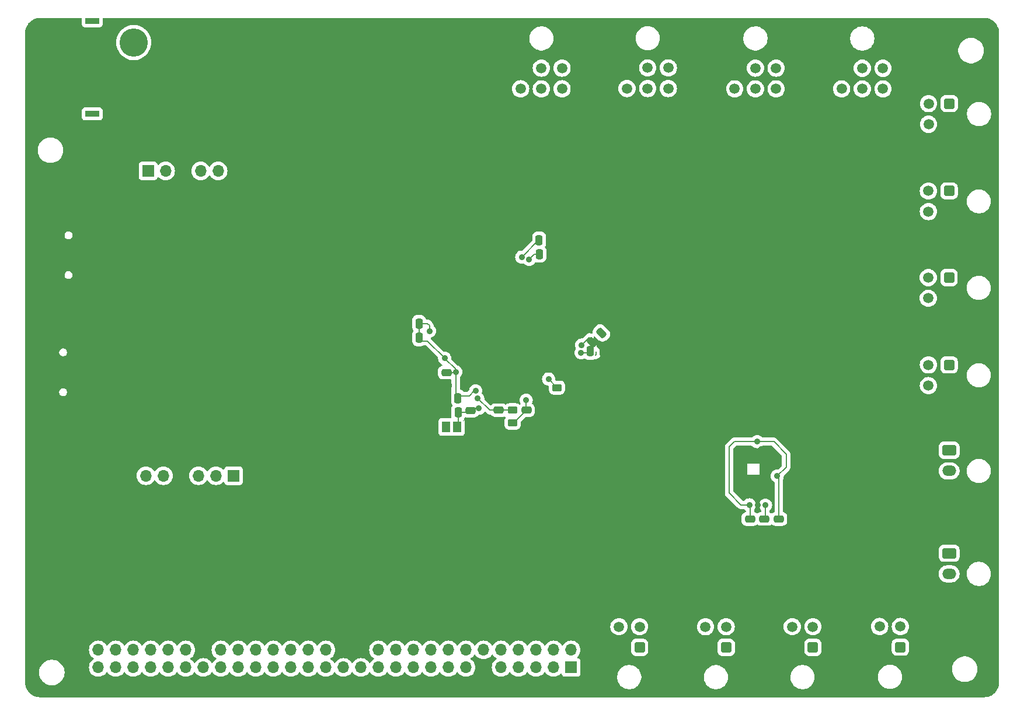
<source format=gbl>
%TF.GenerationSoftware,KiCad,Pcbnew,8.0.6*%
%TF.CreationDate,2025-06-06T13:34:11-05:00*%
%TF.ProjectId,Placa_principal_v2,506c6163-615f-4707-9269-6e636970616c,rev?*%
%TF.SameCoordinates,Original*%
%TF.FileFunction,Copper,L2,Bot*%
%TF.FilePolarity,Positive*%
%FSLAX46Y46*%
G04 Gerber Fmt 4.6, Leading zero omitted, Abs format (unit mm)*
G04 Created by KiCad (PCBNEW 8.0.6) date 2025-06-06 13:34:11*
%MOMM*%
%LPD*%
G01*
G04 APERTURE LIST*
G04 Aperture macros list*
%AMRoundRect*
0 Rectangle with rounded corners*
0 $1 Rounding radius*
0 $2 $3 $4 $5 $6 $7 $8 $9 X,Y pos of 4 corners*
0 Add a 4 corners polygon primitive as box body*
4,1,4,$2,$3,$4,$5,$6,$7,$8,$9,$2,$3,0*
0 Add four circle primitives for the rounded corners*
1,1,$1+$1,$2,$3*
1,1,$1+$1,$4,$5*
1,1,$1+$1,$6,$7*
1,1,$1+$1,$8,$9*
0 Add four rect primitives between the rounded corners*
20,1,$1+$1,$2,$3,$4,$5,0*
20,1,$1+$1,$4,$5,$6,$7,0*
20,1,$1+$1,$6,$7,$8,$9,0*
20,1,$1+$1,$8,$9,$2,$3,0*%
G04 Aperture macros list end*
%TA.AperFunction,ComponentPad*%
%ADD10O,2.100000X1.000000*%
%TD*%
%TA.AperFunction,ComponentPad*%
%ADD11O,1.800000X1.000000*%
%TD*%
%TA.AperFunction,ComponentPad*%
%ADD12RoundRect,0.250001X-0.499999X0.499999X-0.499999X-0.499999X0.499999X-0.499999X0.499999X0.499999X0*%
%TD*%
%TA.AperFunction,ComponentPad*%
%ADD13C,1.500000*%
%TD*%
%TA.AperFunction,ComponentPad*%
%ADD14RoundRect,0.250001X-0.499999X-0.499999X0.499999X-0.499999X0.499999X0.499999X-0.499999X0.499999X0*%
%TD*%
%TA.AperFunction,ComponentPad*%
%ADD15RoundRect,0.250001X0.499999X0.499999X-0.499999X0.499999X-0.499999X-0.499999X0.499999X-0.499999X0*%
%TD*%
%TA.AperFunction,ComponentPad*%
%ADD16R,1.700000X1.700000*%
%TD*%
%TA.AperFunction,ComponentPad*%
%ADD17O,1.700000X1.700000*%
%TD*%
%TA.AperFunction,ComponentPad*%
%ADD18R,2.000000X0.900000*%
%TD*%
%TA.AperFunction,ComponentPad*%
%ADD19RoundRect,1.025000X1.025000X-1.025000X1.025000X1.025000X-1.025000X1.025000X-1.025000X-1.025000X0*%
%TD*%
%TA.AperFunction,ComponentPad*%
%ADD20C,4.100000*%
%TD*%
%TA.AperFunction,ComponentPad*%
%ADD21R,1.300000X2.300000*%
%TD*%
%TA.AperFunction,ComponentPad*%
%ADD22C,1.800000*%
%TD*%
%TA.AperFunction,ComponentPad*%
%ADD23RoundRect,0.250001X-0.759999X0.499999X-0.759999X-0.499999X0.759999X-0.499999X0.759999X0.499999X0*%
%TD*%
%TA.AperFunction,ComponentPad*%
%ADD24O,2.020000X1.500000*%
%TD*%
%TA.AperFunction,SMDPad,CuDef*%
%ADD25RoundRect,0.250000X0.475000X-0.250000X0.475000X0.250000X-0.475000X0.250000X-0.475000X-0.250000X0*%
%TD*%
%TA.AperFunction,SMDPad,CuDef*%
%ADD26RoundRect,0.250000X0.159099X-0.512652X0.512652X-0.159099X-0.159099X0.512652X-0.512652X0.159099X0*%
%TD*%
%TA.AperFunction,SMDPad,CuDef*%
%ADD27RoundRect,0.250000X-0.250000X-0.475000X0.250000X-0.475000X0.250000X0.475000X-0.250000X0.475000X0*%
%TD*%
%TA.AperFunction,SMDPad,CuDef*%
%ADD28RoundRect,0.250000X0.250000X0.475000X-0.250000X0.475000X-0.250000X-0.475000X0.250000X-0.475000X0*%
%TD*%
%TA.AperFunction,SMDPad,CuDef*%
%ADD29RoundRect,0.250000X-0.475000X0.250000X-0.475000X-0.250000X0.475000X-0.250000X0.475000X0.250000X0*%
%TD*%
%TA.AperFunction,SMDPad,CuDef*%
%ADD30RoundRect,0.250000X-0.450000X0.262500X-0.450000X-0.262500X0.450000X-0.262500X0.450000X0.262500X0*%
%TD*%
%TA.AperFunction,SMDPad,CuDef*%
%ADD31R,1.200000X1.600000*%
%TD*%
%TA.AperFunction,ViaPad*%
%ADD32C,0.900000*%
%TD*%
%TA.AperFunction,Conductor*%
%ADD33C,0.200000*%
%TD*%
G04 APERTURE END LIST*
D10*
%TO.P,J18,S1,SHIELD*%
%TO.N,GND*%
X91915000Y-70260000D03*
D11*
X87735000Y-70260000D03*
D10*
X91915000Y-78900000D03*
D11*
X87735000Y-78900000D03*
%TD*%
D12*
%TO.P,J11,1,Pin_1*%
%TO.N,+3V3*%
X219130000Y-65260000D03*
D13*
%TO.P,J11,2,Pin_2*%
%TO.N,GND*%
X219130000Y-68260000D03*
%TO.P,J11,3,Pin_3*%
%TO.N,Net-(J11-Pin_3)*%
X216130000Y-65260000D03*
%TO.P,J11,4,Pin_4*%
%TO.N,Net-(J11-Pin_4)*%
X216130000Y-68260000D03*
%TD*%
D14*
%TO.P,J4,1,Pin_1*%
%TO.N,GND*%
X188035000Y-47430000D03*
D13*
%TO.P,J4,2,Pin_2*%
%TO.N,+5V*%
X191035000Y-47430000D03*
%TO.P,J4,3,Pin_3*%
X194035000Y-47430000D03*
%TO.P,J4,4,Pin_4*%
X188035000Y-50430000D03*
%TO.P,J4,5,Pin_5*%
%TO.N,PA0*%
X191035000Y-50430000D03*
%TO.P,J4,6,Pin_6*%
%TO.N,PA1*%
X194035000Y-50430000D03*
%TD*%
D15*
%TO.P,J7,1,Pin_1*%
%TO.N,+5V*%
X186800000Y-131520000D03*
D13*
%TO.P,J7,2,Pin_2*%
%TO.N,GND*%
X183800000Y-131520000D03*
%TO.P,J7,3,Pin_3*%
%TO.N,Net-(J7-Pin_3)*%
X186800000Y-128520000D03*
%TO.P,J7,4,Pin_4*%
%TO.N,Net-(J7-Pin_4)*%
X183800000Y-128520000D03*
%TD*%
D12*
%TO.P,J12,1,Pin_1*%
%TO.N,+3V3*%
X219150000Y-52570000D03*
D13*
%TO.P,J12,2,Pin_2*%
%TO.N,GND*%
X219150000Y-55570000D03*
%TO.P,J12,3,Pin_3*%
%TO.N,Net-(J12-Pin_3)*%
X216150000Y-52570000D03*
%TO.P,J12,4,Pin_4*%
%TO.N,Net-(J12-Pin_4)*%
X216150000Y-55570000D03*
%TD*%
D15*
%TO.P,J8,1,Pin_1*%
%TO.N,+5V*%
X199380000Y-131510000D03*
D13*
%TO.P,J8,2,Pin_2*%
%TO.N,GND*%
X196380000Y-131510000D03*
%TO.P,J8,3,Pin_3*%
%TO.N,Net-(J8-Pin_3)*%
X199380000Y-128510000D03*
%TO.P,J8,4,Pin_4*%
%TO.N,Net-(J8-Pin_4)*%
X196380000Y-128510000D03*
%TD*%
D15*
%TO.P,J1,1,Pin_1*%
%TO.N,+5V*%
X212060000Y-131480000D03*
D13*
%TO.P,J1,2,Pin_2*%
%TO.N,GND*%
X209060000Y-131480000D03*
%TO.P,J1,3,Pin_3*%
%TO.N,Net-(J1-Pin_3)*%
X212060000Y-128480000D03*
%TO.P,J1,4,Pin_4*%
%TO.N,Net-(J1-Pin_4)*%
X209060000Y-128480000D03*
%TD*%
D16*
%TO.P,J13,1,Pin_1*%
%TO.N,unconnected-(J13-Pin_1-Pad1)*%
X115340000Y-106600000D03*
D17*
%TO.P,J13,2,Pin_2*%
%TO.N,PC12*%
X112800000Y-106600000D03*
%TO.P,J13,3,Pin_3*%
%TO.N,PD2*%
X110260000Y-106600000D03*
%TO.P,J13,4,Pin_4*%
%TO.N,GND*%
X107720000Y-106600000D03*
%TO.P,J13,5,Pin_5*%
%TO.N,+3V3*%
X105180000Y-106600000D03*
%TO.P,J13,6,Pin_6*%
%TO.N,unconnected-(J13-Pin_6-Pad6)*%
X102640000Y-106600000D03*
%TD*%
D18*
%TO.P,J6,*%
%TO.N,*%
X94870000Y-54060000D03*
X94870000Y-40560000D03*
D19*
%TO.P,J6,1,Pin_1*%
%TO.N,GND*%
X100870000Y-50910000D03*
D20*
%TO.P,J6,2,Pin_2*%
%TO.N,Net-(J6-Pin_2)*%
X100870000Y-43710000D03*
D21*
%TO.P,J6,3,Pin_3*%
%TO.N,GND*%
X97220000Y-47310000D03*
%TD*%
D14*
%TO.P,J2,1,Pin_1*%
%TO.N,GND*%
X172410000Y-47390000D03*
D13*
%TO.P,J2,2,Pin_2*%
%TO.N,+5V*%
X175410000Y-47390000D03*
%TO.P,J2,3,Pin_3*%
X178410000Y-47390000D03*
%TO.P,J2,4,Pin_4*%
X172410000Y-50390000D03*
%TO.P,J2,5,Pin_5*%
%TO.N,PE13*%
X175410000Y-50390000D03*
%TO.P,J2,6,Pin_6*%
%TO.N,PE14*%
X178410000Y-50390000D03*
%TD*%
D16*
%TO.P,J21,1,Pin_1*%
%TO.N,+3.3V*%
X164310000Y-134430000D03*
D17*
%TO.P,J21,2,Pin_2*%
%TO.N,PA7*%
X164310000Y-131890000D03*
%TO.P,J21,3,Pin_3*%
%TO.N,PA8*%
X161770000Y-134430000D03*
%TO.P,J21,4,Pin_4*%
%TO.N,PA10*%
X161770000Y-131890000D03*
%TO.P,J21,5,Pin_5*%
%TO.N,PA15*%
X159230000Y-134430000D03*
%TO.P,J21,6,Pin_6*%
%TO.N,PB0*%
X159230000Y-131890000D03*
%TO.P,J21,7,Pin_7*%
%TO.N,PB1*%
X156690000Y-134430000D03*
%TO.P,J21,8,Pin_8*%
%TO.N,PB3*%
X156690000Y-131890000D03*
%TO.P,J21,9,Pin_9*%
%TO.N,PB4*%
X154150000Y-134430000D03*
%TO.P,J21,10,Pin_10*%
%TO.N,PB5*%
X154150000Y-131890000D03*
%TO.P,J21,11,Pin_11*%
%TO.N,GND*%
X151610000Y-134430000D03*
%TO.P,J21,12,Pin_12*%
%TO.N,PC0*%
X151610000Y-131890000D03*
%TO.P,J21,13,Pin_13*%
%TO.N,PC3*%
X149070000Y-134430000D03*
%TO.P,J21,14,Pin_14*%
%TO.N,PC4*%
X149070000Y-131890000D03*
%TO.P,J21,15,Pin_15*%
%TO.N,PC5*%
X146530000Y-134430000D03*
%TO.P,J21,16,Pin_16*%
%TO.N,PC6*%
X146530000Y-131890000D03*
%TO.P,J21,17,Pin_17*%
%TO.N,PC7*%
X143990000Y-134430000D03*
%TO.P,J21,18,Pin_18*%
%TO.N,PC8*%
X143990000Y-131890000D03*
%TO.P,J21,19,Pin_19*%
%TO.N,PC9*%
X141450000Y-134430000D03*
%TO.P,J21,20,Pin_20*%
%TO.N,PC10*%
X141450000Y-131890000D03*
%TO.P,J21,21,Pin_21*%
%TO.N,PC11*%
X138910000Y-134430000D03*
%TO.P,J21,22,Pin_22*%
%TO.N,PC12*%
X138910000Y-131890000D03*
%TO.P,J21,23,Pin_23*%
%TO.N,PC13*%
X136370000Y-134430000D03*
%TO.P,J21,24,Pin_24*%
%TO.N,PC14*%
X136370000Y-131890000D03*
%TO.P,J21,25,Pin_25*%
%TO.N,PC15*%
X133830000Y-134430000D03*
%TO.P,J21,26,Pin_26*%
%TO.N,GND*%
X133830000Y-131890000D03*
%TO.P,J21,27,Pin_27*%
%TO.N,+3.3V*%
X131290000Y-134430000D03*
%TO.P,J21,28,Pin_28*%
%TO.N,GND*%
X131290000Y-131890000D03*
%TO.P,J21,29,Pin_29*%
%TO.N,+5V*%
X128750000Y-134430000D03*
%TO.P,J21,30,Pin_30*%
%TO.N,PD0*%
X128750000Y-131890000D03*
%TO.P,J21,31,Pin_31*%
%TO.N,PD1*%
X126210000Y-134430000D03*
%TO.P,J21,32,Pin_32*%
%TO.N,PD2*%
X126210000Y-131890000D03*
%TO.P,J21,33,Pin_33*%
%TO.N,PD3*%
X123670000Y-134430000D03*
%TO.P,J21,34,Pin_34*%
%TO.N,PD4*%
X123670000Y-131890000D03*
%TO.P,J21,35,Pin_35*%
%TO.N,PD5*%
X121130000Y-134430000D03*
%TO.P,J21,36,Pin_36*%
%TO.N,PD6*%
X121130000Y-131890000D03*
%TO.P,J21,37,Pin_37*%
%TO.N,PD7*%
X118590000Y-134430000D03*
%TO.P,J21,38,Pin_38*%
%TO.N,PD8*%
X118590000Y-131890000D03*
%TO.P,J21,39,Pin_39*%
%TO.N,PD9*%
X116050000Y-134430000D03*
%TO.P,J21,40,Pin_40*%
%TO.N,PD12*%
X116050000Y-131890000D03*
%TO.P,J21,41,Pin_41*%
%TO.N,PD13*%
X113510000Y-134430000D03*
%TO.P,J21,42,Pin_42*%
%TO.N,PD14*%
X113510000Y-131890000D03*
%TO.P,J21,43,Pin_43*%
%TO.N,PD15*%
X110970000Y-134430000D03*
%TO.P,J21,44,Pin_44*%
%TO.N,GND*%
X110970000Y-131890000D03*
%TO.P,J21,45,Pin_45*%
%TO.N,PE0*%
X108430000Y-134430000D03*
%TO.P,J21,46,Pin_46*%
%TO.N,PE1*%
X108430000Y-131890000D03*
%TO.P,J21,47,Pin_47*%
%TO.N,PE2*%
X105890000Y-134430000D03*
%TO.P,J21,48,Pin_48*%
%TO.N,PE3*%
X105890000Y-131890000D03*
%TO.P,J21,49,Pin_49*%
%TO.N,PE4*%
X103350000Y-134430000D03*
%TO.P,J21,50,Pin_50*%
%TO.N,PE5*%
X103350000Y-131890000D03*
%TO.P,J21,51,Pin_51*%
%TO.N,PE6*%
X100810000Y-134430000D03*
%TO.P,J21,52,Pin_52*%
%TO.N,unconnected-(J21-Pin_52-Pad52)*%
X100810000Y-131890000D03*
%TO.P,J21,53,Pin_53*%
%TO.N,unconnected-(J21-Pin_53-Pad53)*%
X98270000Y-134430000D03*
%TO.P,J21,54,Pin_54*%
%TO.N,PE10*%
X98270000Y-131890000D03*
%TO.P,J21,55,Pin_55*%
%TO.N,PE12*%
X95730000Y-134430000D03*
%TO.P,J21,56,Pin_56*%
%TO.N,PE15*%
X95730000Y-131890000D03*
%TD*%
D22*
%TO.P,TP13,1,1*%
%TO.N,GND*%
X176350000Y-86400000D03*
%TD*%
D14*
%TO.P,J5,1,Pin_1*%
%TO.N,GND*%
X203540000Y-47440000D03*
D13*
%TO.P,J5,2,Pin_2*%
%TO.N,+5V*%
X206540000Y-47440000D03*
%TO.P,J5,3,Pin_3*%
X209540000Y-47440000D03*
%TO.P,J5,4,Pin_4*%
X203540000Y-50440000D03*
%TO.P,J5,5,Pin_5*%
%TO.N,PA2*%
X206540000Y-50440000D03*
%TO.P,J5,6,Pin_6*%
%TO.N,PA3*%
X209540000Y-50440000D03*
%TD*%
D23*
%TO.P,J17,1,Pin_1*%
%TO.N,Net-(J17-Pin_1)*%
X219130000Y-117850000D03*
D24*
%TO.P,J17,2,Pin_2*%
%TO.N,+5V*%
X219130000Y-120850000D03*
%TO.P,J17,3,Pin_3*%
%TO.N,GND*%
X219130000Y-123850000D03*
%TD*%
D16*
%TO.P,J15,1,Pin_1*%
%TO.N,+3V3*%
X102965000Y-62350000D03*
D17*
%TO.P,J15,2,Pin_2*%
%TO.N,SWDIO*%
X105505000Y-62350000D03*
%TO.P,J15,3,Pin_3*%
%TO.N,GND*%
X108045000Y-62350000D03*
%TO.P,J15,4,Pin_4*%
%TO.N,SWCLK*%
X110585000Y-62350000D03*
%TO.P,J15,5,Pin_5*%
%TO.N,NRST*%
X113125000Y-62350000D03*
%TD*%
D10*
%TO.P,J19,S1,SHIELD*%
%TO.N,GND*%
X91137858Y-87256231D03*
D11*
X86957858Y-87256231D03*
D10*
X91137858Y-95896231D03*
D11*
X86957858Y-95896231D03*
%TD*%
D12*
%TO.P,J14,1,Pin_1*%
%TO.N,+3V3*%
X219130000Y-90510000D03*
D13*
%TO.P,J14,2,Pin_2*%
%TO.N,GND*%
X219130000Y-93510000D03*
%TO.P,J14,3,Pin_3*%
%TO.N,Net-(J14-Pin_3)*%
X216130000Y-90510000D03*
%TO.P,J14,4,Pin_4*%
%TO.N,Net-(J14-Pin_4)*%
X216130000Y-93510000D03*
%TD*%
D15*
%TO.P,J9,1,Pin_1*%
%TO.N,+5V*%
X174240000Y-131510000D03*
D13*
%TO.P,J9,2,Pin_2*%
%TO.N,GND*%
X171240000Y-131510000D03*
%TO.P,J9,3,Pin_3*%
%TO.N,Net-(J9-Pin_3)*%
X174240000Y-128510000D03*
%TO.P,J9,4,Pin_4*%
%TO.N,Net-(J9-Pin_4)*%
X171240000Y-128510000D03*
%TD*%
D12*
%TO.P,J10,1,Pin_1*%
%TO.N,+3V3*%
X219110000Y-77830000D03*
D13*
%TO.P,J10,2,Pin_2*%
%TO.N,GND*%
X219110000Y-80830000D03*
%TO.P,J10,3,Pin_3*%
%TO.N,Net-(J10-Pin_3)*%
X216110000Y-77830000D03*
%TO.P,J10,4,Pin_4*%
%TO.N,Net-(J10-Pin_4)*%
X216110000Y-80830000D03*
%TD*%
D23*
%TO.P,J16,1,Pin_1*%
%TO.N,Net-(J16-Pin_1)*%
X219130000Y-102900000D03*
D24*
%TO.P,J16,2,Pin_2*%
%TO.N,+5V*%
X219130000Y-105900000D03*
%TO.P,J16,3,Pin_3*%
%TO.N,GND*%
X219130000Y-108900000D03*
%TD*%
D14*
%TO.P,J3,1,Pin_1*%
%TO.N,GND*%
X156990000Y-47430000D03*
D13*
%TO.P,J3,2,Pin_2*%
%TO.N,+5V*%
X159990000Y-47430000D03*
%TO.P,J3,3,Pin_3*%
X162990000Y-47430000D03*
%TO.P,J3,4,Pin_4*%
X156990000Y-50430000D03*
%TO.P,J3,5,Pin_5*%
%TO.N,PE9*%
X159990000Y-50430000D03*
%TO.P,J3,6,Pin_6*%
%TO.N,PE11*%
X162990000Y-50430000D03*
%TD*%
D25*
%TO.P,C20,1*%
%TO.N,GND*%
X153810000Y-98992500D03*
%TO.P,C20,2*%
%TO.N,Net-(U3-VREF+)*%
X153810000Y-97092500D03*
%TD*%
D26*
%TO.P,C13,1*%
%TO.N,GND*%
X167358249Y-87211751D03*
%TO.P,C13,2*%
%TO.N,+3V3*%
X168701751Y-85868249D03*
%TD*%
D25*
%TO.P,C5,1*%
%TO.N,GND*%
X192340000Y-114760000D03*
%TO.P,C5,2*%
%TO.N,Net-(U2-REGOUT)*%
X192340000Y-112860000D03*
%TD*%
D27*
%TO.P,C4,1*%
%TO.N,Net-(U3-VCAP_2)*%
X159710000Y-74420000D03*
%TO.P,C4,2*%
%TO.N,GND*%
X161610000Y-74420000D03*
%TD*%
D25*
%TO.P,C16,1*%
%TO.N,GND*%
X149720000Y-99040000D03*
%TO.P,C16,2*%
%TO.N,Net-(U3-VDDA)*%
X149720000Y-97140000D03*
%TD*%
D28*
%TO.P,C2,1*%
%TO.N,GND*%
X161570000Y-72390000D03*
%TO.P,C2,2*%
%TO.N,+3V3*%
X159670000Y-72390000D03*
%TD*%
D29*
%TO.P,C7,1*%
%TO.N,+3V3*%
X190250000Y-112870000D03*
%TO.P,C7,2*%
%TO.N,GND*%
X190250000Y-114770000D03*
%TD*%
D25*
%TO.P,C14,1*%
%TO.N,GND*%
X157820000Y-98990000D03*
%TO.P,C14,2*%
%TO.N,+3V3*%
X157820000Y-97090000D03*
%TD*%
D30*
%TO.P,R37,1*%
%TO.N,Net-(U3-VREF+)*%
X155820000Y-97087500D03*
%TO.P,R37,2*%
%TO.N,+3V3*%
X155820000Y-98912500D03*
%TD*%
D29*
%TO.P,C6,1*%
%TO.N,+3V3*%
X194430000Y-112870000D03*
%TO.P,C6,2*%
%TO.N,GND*%
X194430000Y-114770000D03*
%TD*%
D27*
%TO.P,C17,1*%
%TO.N,GND*%
X146010000Y-97380000D03*
%TO.P,C17,2*%
%TO.N,Net-(U3-VDDA)*%
X147910000Y-97380000D03*
%TD*%
D31*
%TO.P,FB2,1*%
%TO.N,+3V3*%
X146170000Y-99510000D03*
%TO.P,FB2,2*%
%TO.N,Net-(U3-VDDA)*%
X147770000Y-99510000D03*
%TD*%
D27*
%TO.P,C1,1*%
%TO.N,GND*%
X140340000Y-84500000D03*
%TO.P,C1,2*%
%TO.N,+3V3*%
X142240000Y-84500000D03*
%TD*%
%TO.P,C3,1*%
%TO.N,Net-(U3-VCAP_1)*%
X167070000Y-88520000D03*
%TO.P,C3,2*%
%TO.N,GND*%
X168970000Y-88520000D03*
%TD*%
%TO.P,C19,1*%
%TO.N,GND*%
X140360000Y-86560000D03*
%TO.P,C19,2*%
%TO.N,+3V3*%
X142260000Y-86560000D03*
%TD*%
%TO.P,C15,1*%
%TO.N,GND*%
X146000000Y-95320000D03*
%TO.P,C15,2*%
%TO.N,+3V3*%
X147900000Y-95320000D03*
%TD*%
D30*
%TO.P,R36,1*%
%TO.N,/Microcontrolador/BOOT1*%
X162260000Y-93800000D03*
%TO.P,R36,2*%
%TO.N,GND*%
X162260000Y-95625000D03*
%TD*%
D25*
%TO.P,C18,1*%
%TO.N,GND*%
X146230000Y-93510000D03*
%TO.P,C18,2*%
%TO.N,+3V3*%
X146230000Y-91610000D03*
%TD*%
D32*
%TO.N,GND*%
X191890000Y-102750000D03*
X191380000Y-110820000D03*
X193890000Y-104650000D03*
%TO.N,Net-(U2-REGOUT)*%
X192500000Y-110850000D03*
%TO.N,Net-(U3-VREF+)*%
X150765000Y-95375000D03*
%TO.N,Net-(U3-VDDA)*%
X150920000Y-96820000D03*
%TO.N,Net-(U3-VCAP_1)*%
X165750000Y-88760000D03*
%TO.N,Net-(U3-VCAP_2)*%
X158220000Y-75190000D03*
%TO.N,+3V3*%
X191280000Y-101660000D03*
X190170000Y-110830000D03*
X145975000Y-89555000D03*
X143770000Y-85600000D03*
X194210000Y-106660000D03*
X157155315Y-74855315D03*
X157795000Y-95625000D03*
X150460000Y-94280000D03*
X165835000Y-87635000D03*
X147570000Y-91520000D03*
%TO.N,/Microcontrolador/BOOT1*%
X161050000Y-92550000D03*
%TD*%
D33*
%TO.N,*%
X167940000Y-89000000D02*
X167880000Y-89060000D01*
X167940000Y-88600000D02*
X167940000Y-89000000D01*
%TO.N,GND*%
X148670000Y-98550000D02*
X148672500Y-98547500D01*
X140450000Y-84510000D02*
X140390000Y-84450000D01*
X140450000Y-87130000D02*
X140450000Y-84510000D01*
%TO.N,Net-(U2-REGOUT)*%
X192500000Y-110850000D02*
X192490000Y-110860000D01*
X192490000Y-112710000D02*
X192340000Y-112860000D01*
X192360000Y-112840000D02*
X192340000Y-112860000D01*
X192490000Y-110860000D02*
X192490000Y-112710000D01*
%TO.N,Net-(U3-VREF+)*%
X150765000Y-95375000D02*
X152482500Y-97092500D01*
X152482500Y-97092500D02*
X153810000Y-97092500D01*
X155815000Y-97092500D02*
X155820000Y-97087500D01*
X153810000Y-97092500D02*
X155815000Y-97092500D01*
%TO.N,Net-(U3-VDDA)*%
X147910000Y-97380000D02*
X147910000Y-99370000D01*
X149480000Y-97380000D02*
X149720000Y-97140000D01*
X147910000Y-99370000D02*
X147770000Y-99510000D01*
X147910000Y-97380000D02*
X149480000Y-97380000D01*
X150040000Y-96820000D02*
X149720000Y-97140000D01*
X150920000Y-96820000D02*
X150040000Y-96820000D01*
%TO.N,Net-(U3-VCAP_1)*%
X166830000Y-88760000D02*
X167070000Y-88520000D01*
X165750000Y-88760000D02*
X166830000Y-88760000D01*
%TO.N,Net-(U3-VCAP_2)*%
X158990000Y-74420000D02*
X159710000Y-74420000D01*
X158220000Y-75190000D02*
X158990000Y-74420000D01*
%TO.N,+3V3*%
X187980000Y-101660000D02*
X187210000Y-102430000D01*
X187210000Y-109110000D02*
X188930000Y-110830000D01*
X149530000Y-95000000D02*
X148220000Y-95000000D01*
X145975000Y-89555000D02*
X145975000Y-89565000D01*
X148220000Y-95000000D02*
X147900000Y-95320000D01*
X159560000Y-72450630D02*
X159560000Y-72330000D01*
X191280000Y-101660000D02*
X187980000Y-101660000D01*
X190250000Y-112870000D02*
X190250000Y-111870000D01*
X143450000Y-84500000D02*
X143770000Y-84820000D01*
X155820000Y-98912500D02*
X155997500Y-98912500D01*
X147570000Y-91160000D02*
X147570000Y-91520000D01*
X142760000Y-87060000D02*
X142260000Y-86560000D01*
X150250000Y-94280000D02*
X149530000Y-95000000D01*
X145975000Y-89555000D02*
X143480000Y-87060000D01*
X166970000Y-86500000D02*
X165835000Y-87635000D01*
X190250000Y-110910000D02*
X190170000Y-110830000D01*
X190250000Y-111870000D02*
X190250000Y-110910000D01*
X157795000Y-95625000D02*
X157795000Y-97065000D01*
X142240000Y-84500000D02*
X142240000Y-86540000D01*
X150460000Y-94280000D02*
X150250000Y-94280000D01*
X155997500Y-98912500D02*
X157820000Y-97090000D01*
X188930000Y-110830000D02*
X190170000Y-110830000D01*
X157155315Y-74855315D02*
X159560000Y-72450630D01*
X187210000Y-102430000D02*
X187210000Y-109110000D01*
X143480000Y-87060000D02*
X142760000Y-87060000D01*
X142240000Y-84500000D02*
X143450000Y-84500000D01*
X195490000Y-105380000D02*
X194210000Y-106660000D01*
X146230000Y-91610000D02*
X147480000Y-91610000D01*
X194430000Y-112870000D02*
X194430000Y-106880000D01*
X194430000Y-106880000D02*
X194210000Y-106660000D01*
X193710000Y-101660000D02*
X195480000Y-103430000D01*
X147570000Y-94990000D02*
X147900000Y-95320000D01*
X195490000Y-103430000D02*
X195490000Y-105380000D01*
X191280000Y-101660000D02*
X193710000Y-101660000D01*
X195480000Y-103430000D02*
X195490000Y-103430000D01*
X157795000Y-97065000D02*
X157820000Y-97090000D01*
X147570000Y-91520000D02*
X147570000Y-94990000D01*
X143770000Y-84820000D02*
X143770000Y-85600000D01*
X142240000Y-86540000D02*
X142260000Y-86560000D01*
X145975000Y-89565000D02*
X147570000Y-91160000D01*
X147480000Y-91610000D02*
X147570000Y-91520000D01*
%TO.N,/Microcontrolador/BOOT1*%
X161050000Y-92590000D02*
X162260000Y-93800000D01*
X161050000Y-92550000D02*
X161050000Y-92590000D01*
X161050000Y-92550000D02*
X161407500Y-92550000D01*
%TD*%
%TA.AperFunction,Conductor*%
%TO.N,GND*%
G36*
X190551600Y-102280185D02*
G01*
X190580414Y-102305835D01*
X190604642Y-102335357D01*
X190749373Y-102454135D01*
X190749376Y-102454137D01*
X190852131Y-102509060D01*
X190914499Y-102542396D01*
X191093666Y-102596746D01*
X191093668Y-102596747D01*
X191110374Y-102598392D01*
X191280000Y-102615099D01*
X191466331Y-102596747D01*
X191645501Y-102542396D01*
X191810625Y-102454136D01*
X191955357Y-102335357D01*
X191979586Y-102305835D01*
X192037332Y-102266501D01*
X192075439Y-102260500D01*
X193409903Y-102260500D01*
X193476942Y-102280185D01*
X193497584Y-102296819D01*
X194853181Y-103652416D01*
X194886666Y-103713739D01*
X194889500Y-103740097D01*
X194889500Y-105079902D01*
X194869815Y-105146941D01*
X194853181Y-105167583D01*
X194347841Y-105672922D01*
X194286518Y-105706407D01*
X194248007Y-105708644D01*
X194210000Y-105704901D01*
X194023668Y-105723252D01*
X194023666Y-105723253D01*
X193844497Y-105777604D01*
X193679376Y-105865862D01*
X193679373Y-105865864D01*
X193534642Y-105984642D01*
X193415864Y-106129373D01*
X193415862Y-106129376D01*
X193327604Y-106294497D01*
X193273253Y-106473666D01*
X193273252Y-106473668D01*
X193254901Y-106660000D01*
X193273252Y-106846331D01*
X193273253Y-106846333D01*
X193327604Y-107025502D01*
X193415862Y-107190623D01*
X193415864Y-107190626D01*
X193534642Y-107335357D01*
X193635359Y-107418013D01*
X193679375Y-107454136D01*
X193763953Y-107499343D01*
X193813797Y-107548304D01*
X193829500Y-107608701D01*
X193829500Y-111781414D01*
X193809815Y-111848453D01*
X193757011Y-111894208D01*
X193744505Y-111899120D01*
X193635666Y-111935186D01*
X193635663Y-111935187D01*
X193486342Y-112027289D01*
X193477681Y-112035951D01*
X193416358Y-112069436D01*
X193346666Y-112064452D01*
X193302319Y-112035951D01*
X193283657Y-112017289D01*
X193283656Y-112017288D01*
X193149402Y-111934480D01*
X193102679Y-111882533D01*
X193090500Y-111828942D01*
X193090500Y-111653644D01*
X193110185Y-111586605D01*
X193135833Y-111557792D01*
X193175357Y-111525357D01*
X193294136Y-111380625D01*
X193382396Y-111215501D01*
X193436747Y-111036331D01*
X193455099Y-110850000D01*
X193436747Y-110663669D01*
X193382396Y-110484499D01*
X193294136Y-110319375D01*
X193294135Y-110319373D01*
X193175357Y-110174642D01*
X193030626Y-110055864D01*
X193030623Y-110055862D01*
X192865502Y-109967604D01*
X192686333Y-109913253D01*
X192686331Y-109913252D01*
X192500000Y-109894901D01*
X192313668Y-109913252D01*
X192313666Y-109913253D01*
X192134497Y-109967604D01*
X191969376Y-110055862D01*
X191969373Y-110055864D01*
X191824642Y-110174642D01*
X191705864Y-110319373D01*
X191705862Y-110319376D01*
X191617604Y-110484497D01*
X191563253Y-110663666D01*
X191563252Y-110663668D01*
X191544901Y-110850000D01*
X191563252Y-111036331D01*
X191563253Y-111036333D01*
X191617604Y-111215502D01*
X191705862Y-111380623D01*
X191705864Y-111380626D01*
X191774939Y-111464793D01*
X191824643Y-111525357D01*
X191844162Y-111541376D01*
X191883498Y-111599119D01*
X191889500Y-111637230D01*
X191889500Y-111739911D01*
X191869815Y-111806950D01*
X191817011Y-111852705D01*
X191778102Y-111863269D01*
X191712202Y-111870001D01*
X191712200Y-111870001D01*
X191545668Y-111925185D01*
X191545663Y-111925187D01*
X191396342Y-112017289D01*
X191377681Y-112035951D01*
X191316358Y-112069436D01*
X191246666Y-112064452D01*
X191202319Y-112035951D01*
X191193657Y-112027289D01*
X191193656Y-112027288D01*
X191044334Y-111935186D01*
X190970320Y-111910660D01*
X190935495Y-111899120D01*
X190878050Y-111859347D01*
X190851228Y-111794831D01*
X190850500Y-111781414D01*
X190850500Y-111543458D01*
X190870185Y-111476419D01*
X190878647Y-111464793D01*
X190915794Y-111419529D01*
X190964136Y-111360625D01*
X191052396Y-111195501D01*
X191106747Y-111016331D01*
X191125099Y-110830000D01*
X191106747Y-110643669D01*
X191052396Y-110464499D01*
X190974827Y-110319376D01*
X190964137Y-110299376D01*
X190964135Y-110299373D01*
X190845357Y-110154642D01*
X190700626Y-110035864D01*
X190700623Y-110035862D01*
X190535502Y-109947604D01*
X190356333Y-109893253D01*
X190356331Y-109893252D01*
X190170000Y-109874901D01*
X189983668Y-109893252D01*
X189983666Y-109893253D01*
X189804497Y-109947604D01*
X189639376Y-110035862D01*
X189639373Y-110035864D01*
X189494642Y-110154642D01*
X189470414Y-110184165D01*
X189412668Y-110223499D01*
X189374561Y-110229500D01*
X189230097Y-110229500D01*
X189163058Y-110209815D01*
X189142416Y-110193181D01*
X187846819Y-108897584D01*
X187813334Y-108836261D01*
X187810500Y-108809903D01*
X187810500Y-106445000D01*
X189885000Y-106445000D01*
X191635000Y-106445000D01*
X191635000Y-104855000D01*
X189885000Y-104855000D01*
X189885000Y-106445000D01*
X187810500Y-106445000D01*
X187810500Y-102730097D01*
X187830185Y-102663058D01*
X187846819Y-102642416D01*
X188192416Y-102296819D01*
X188253739Y-102263334D01*
X188280097Y-102260500D01*
X190484561Y-102260500D01*
X190551600Y-102280185D01*
G37*
%TD.AperFunction*%
%TA.AperFunction,Conductor*%
G36*
X93312539Y-40140185D02*
G01*
X93358294Y-40192989D01*
X93369500Y-40244500D01*
X93369500Y-41057870D01*
X93369501Y-41057876D01*
X93375908Y-41117483D01*
X93426202Y-41252328D01*
X93426206Y-41252335D01*
X93512452Y-41367544D01*
X93512455Y-41367547D01*
X93627664Y-41453793D01*
X93627671Y-41453797D01*
X93762517Y-41504091D01*
X93762516Y-41504091D01*
X93769444Y-41504835D01*
X93822127Y-41510500D01*
X95917872Y-41510499D01*
X95977483Y-41504091D01*
X96112331Y-41453796D01*
X96227546Y-41367546D01*
X96313796Y-41252331D01*
X96364091Y-41117483D01*
X96370500Y-41057873D01*
X96370499Y-40244499D01*
X96390183Y-40177461D01*
X96442987Y-40131706D01*
X96494499Y-40120500D01*
X224100864Y-40120500D01*
X224181249Y-40120500D01*
X224188736Y-40120726D01*
X224442638Y-40136084D01*
X224457495Y-40137888D01*
X224704000Y-40183061D01*
X224718536Y-40186644D01*
X224957791Y-40261200D01*
X224971788Y-40266508D01*
X225200319Y-40369361D01*
X225213578Y-40376320D01*
X225320808Y-40441143D01*
X225428045Y-40505970D01*
X225440356Y-40514468D01*
X225637636Y-40669027D01*
X225648844Y-40678957D01*
X225826042Y-40856155D01*
X225835972Y-40867363D01*
X225985235Y-41057883D01*
X225990527Y-41064637D01*
X225999033Y-41076960D01*
X226128679Y-41291421D01*
X226135638Y-41304680D01*
X226238491Y-41533211D01*
X226243800Y-41547211D01*
X226318354Y-41786461D01*
X226321938Y-41801001D01*
X226367110Y-42047500D01*
X226368915Y-42062364D01*
X226384274Y-42316263D01*
X226384500Y-42323750D01*
X226384500Y-136561249D01*
X226384274Y-136568736D01*
X226368915Y-136822635D01*
X226367110Y-136837499D01*
X226321938Y-137083998D01*
X226318354Y-137098538D01*
X226243800Y-137337788D01*
X226238491Y-137351788D01*
X226135638Y-137580319D01*
X226128679Y-137593578D01*
X225999033Y-137808039D01*
X225990527Y-137820362D01*
X225835972Y-138017636D01*
X225826042Y-138028844D01*
X225648844Y-138206042D01*
X225637636Y-138215972D01*
X225440362Y-138370527D01*
X225428039Y-138379033D01*
X225213578Y-138508679D01*
X225200319Y-138515638D01*
X224971788Y-138618491D01*
X224957788Y-138623800D01*
X224718538Y-138698354D01*
X224703998Y-138701938D01*
X224457499Y-138747110D01*
X224442635Y-138748915D01*
X224188736Y-138764274D01*
X224181249Y-138764500D01*
X87323751Y-138764500D01*
X87316264Y-138764274D01*
X87062364Y-138748915D01*
X87047500Y-138747110D01*
X86801001Y-138701938D01*
X86786461Y-138698354D01*
X86547211Y-138623800D01*
X86533211Y-138618491D01*
X86304680Y-138515638D01*
X86291421Y-138508679D01*
X86076960Y-138379033D01*
X86064637Y-138370527D01*
X85867363Y-138215972D01*
X85856155Y-138206042D01*
X85678957Y-138028844D01*
X85669027Y-138017636D01*
X85514472Y-137820362D01*
X85505970Y-137808045D01*
X85441143Y-137700808D01*
X85376320Y-137593578D01*
X85369361Y-137580319D01*
X85266508Y-137351788D01*
X85261199Y-137337788D01*
X85245873Y-137288607D01*
X85186644Y-137098536D01*
X85183061Y-137083998D01*
X85137889Y-136837499D01*
X85136084Y-136822635D01*
X85133179Y-136774617D01*
X85120726Y-136568736D01*
X85120500Y-136561249D01*
X85120500Y-135038711D01*
X87149500Y-135038711D01*
X87149500Y-135281288D01*
X87181161Y-135521785D01*
X87243947Y-135756104D01*
X87336773Y-135980205D01*
X87336776Y-135980212D01*
X87458064Y-136190289D01*
X87458066Y-136190292D01*
X87458067Y-136190293D01*
X87605733Y-136382736D01*
X87605739Y-136382743D01*
X87777256Y-136554260D01*
X87777263Y-136554266D01*
X87844541Y-136605890D01*
X87969711Y-136701936D01*
X88179788Y-136823224D01*
X88403900Y-136916054D01*
X88638211Y-136978838D01*
X88818586Y-137002584D01*
X88878711Y-137010500D01*
X88878712Y-137010500D01*
X89121289Y-137010500D01*
X89169388Y-137004167D01*
X89361789Y-136978838D01*
X89596100Y-136916054D01*
X89820212Y-136823224D01*
X90030289Y-136701936D01*
X90222738Y-136554265D01*
X90394265Y-136382738D01*
X90541936Y-136190289D01*
X90663224Y-135980212D01*
X90756054Y-135756100D01*
X90818838Y-135521789D01*
X90850500Y-135281288D01*
X90850500Y-135038712D01*
X90818838Y-134798211D01*
X90756054Y-134563900D01*
X90663224Y-134339788D01*
X90541936Y-134129711D01*
X90480388Y-134049500D01*
X90394266Y-133937263D01*
X90394260Y-133937256D01*
X90222743Y-133765739D01*
X90222736Y-133765733D01*
X90030293Y-133618067D01*
X90030292Y-133618066D01*
X90030289Y-133618064D01*
X89820212Y-133496776D01*
X89820205Y-133496773D01*
X89596104Y-133403947D01*
X89361785Y-133341161D01*
X89121289Y-133309500D01*
X89121288Y-133309500D01*
X88878712Y-133309500D01*
X88878711Y-133309500D01*
X88638214Y-133341161D01*
X88403895Y-133403947D01*
X88179794Y-133496773D01*
X88179785Y-133496777D01*
X87969706Y-133618067D01*
X87777263Y-133765733D01*
X87777256Y-133765739D01*
X87605739Y-133937256D01*
X87605733Y-133937263D01*
X87458067Y-134129706D01*
X87336777Y-134339785D01*
X87336773Y-134339794D01*
X87243947Y-134563895D01*
X87181161Y-134798214D01*
X87149500Y-135038711D01*
X85120500Y-135038711D01*
X85120500Y-131889999D01*
X94374341Y-131889999D01*
X94374341Y-131890000D01*
X94394936Y-132125403D01*
X94394938Y-132125413D01*
X94456094Y-132353655D01*
X94456096Y-132353659D01*
X94456097Y-132353663D01*
X94460000Y-132362032D01*
X94555965Y-132567830D01*
X94555967Y-132567834D01*
X94644880Y-132694814D01*
X94691501Y-132761396D01*
X94691506Y-132761402D01*
X94858597Y-132928493D01*
X94858603Y-132928498D01*
X95044158Y-133058425D01*
X95087783Y-133113002D01*
X95094977Y-133182500D01*
X95063454Y-133244855D01*
X95044158Y-133261575D01*
X94858597Y-133391505D01*
X94691505Y-133558597D01*
X94555965Y-133752169D01*
X94555964Y-133752171D01*
X94456098Y-133966335D01*
X94456094Y-133966344D01*
X94394938Y-134194586D01*
X94394936Y-134194596D01*
X94374341Y-134429999D01*
X94374341Y-134430000D01*
X94394936Y-134665403D01*
X94394938Y-134665413D01*
X94456094Y-134893655D01*
X94456096Y-134893659D01*
X94456097Y-134893663D01*
X94530916Y-135054112D01*
X94555965Y-135107830D01*
X94555967Y-135107834D01*
X94645789Y-135236112D01*
X94691505Y-135301401D01*
X94858599Y-135468495D01*
X94955384Y-135536265D01*
X95052165Y-135604032D01*
X95052167Y-135604033D01*
X95052170Y-135604035D01*
X95266337Y-135703903D01*
X95266343Y-135703904D01*
X95266344Y-135703905D01*
X95308715Y-135715258D01*
X95494592Y-135765063D01*
X95671034Y-135780500D01*
X95729999Y-135785659D01*
X95730000Y-135785659D01*
X95730001Y-135785659D01*
X95788966Y-135780500D01*
X95965408Y-135765063D01*
X96193663Y-135703903D01*
X96407830Y-135604035D01*
X96601401Y-135468495D01*
X96768495Y-135301401D01*
X96898425Y-135115842D01*
X96953002Y-135072217D01*
X97022500Y-135065023D01*
X97084855Y-135096546D01*
X97101575Y-135115842D01*
X97231500Y-135301395D01*
X97231505Y-135301401D01*
X97398599Y-135468495D01*
X97495384Y-135536265D01*
X97592165Y-135604032D01*
X97592167Y-135604033D01*
X97592170Y-135604035D01*
X97806337Y-135703903D01*
X97806343Y-135703904D01*
X97806344Y-135703905D01*
X97848715Y-135715258D01*
X98034592Y-135765063D01*
X98211034Y-135780500D01*
X98269999Y-135785659D01*
X98270000Y-135785659D01*
X98270001Y-135785659D01*
X98328966Y-135780500D01*
X98505408Y-135765063D01*
X98733663Y-135703903D01*
X98947830Y-135604035D01*
X99141401Y-135468495D01*
X99308495Y-135301401D01*
X99438425Y-135115842D01*
X99493002Y-135072217D01*
X99562500Y-135065023D01*
X99624855Y-135096546D01*
X99641575Y-135115842D01*
X99771500Y-135301395D01*
X99771505Y-135301401D01*
X99938599Y-135468495D01*
X100035384Y-135536265D01*
X100132165Y-135604032D01*
X100132167Y-135604033D01*
X100132170Y-135604035D01*
X100346337Y-135703903D01*
X100346343Y-135703904D01*
X100346344Y-135703905D01*
X100388715Y-135715258D01*
X100574592Y-135765063D01*
X100751034Y-135780500D01*
X100809999Y-135785659D01*
X100810000Y-135785659D01*
X100810001Y-135785659D01*
X100868966Y-135780500D01*
X101045408Y-135765063D01*
X101273663Y-135703903D01*
X101487830Y-135604035D01*
X101681401Y-135468495D01*
X101848495Y-135301401D01*
X101978425Y-135115842D01*
X102033002Y-135072217D01*
X102102500Y-135065023D01*
X102164855Y-135096546D01*
X102181575Y-135115842D01*
X102311500Y-135301395D01*
X102311505Y-135301401D01*
X102478599Y-135468495D01*
X102575384Y-135536265D01*
X102672165Y-135604032D01*
X102672167Y-135604033D01*
X102672170Y-135604035D01*
X102886337Y-135703903D01*
X102886343Y-135703904D01*
X102886344Y-135703905D01*
X102928715Y-135715258D01*
X103114592Y-135765063D01*
X103291034Y-135780500D01*
X103349999Y-135785659D01*
X103350000Y-135785659D01*
X103350001Y-135785659D01*
X103408966Y-135780500D01*
X103585408Y-135765063D01*
X103813663Y-135703903D01*
X104027830Y-135604035D01*
X104221401Y-135468495D01*
X104388495Y-135301401D01*
X104518425Y-135115842D01*
X104573002Y-135072217D01*
X104642500Y-135065023D01*
X104704855Y-135096546D01*
X104721575Y-135115842D01*
X104851500Y-135301395D01*
X104851505Y-135301401D01*
X105018599Y-135468495D01*
X105115384Y-135536265D01*
X105212165Y-135604032D01*
X105212167Y-135604033D01*
X105212170Y-135604035D01*
X105426337Y-135703903D01*
X105426343Y-135703904D01*
X105426344Y-135703905D01*
X105468715Y-135715258D01*
X105654592Y-135765063D01*
X105831034Y-135780500D01*
X105889999Y-135785659D01*
X105890000Y-135785659D01*
X105890001Y-135785659D01*
X105948966Y-135780500D01*
X106125408Y-135765063D01*
X106353663Y-135703903D01*
X106567830Y-135604035D01*
X106761401Y-135468495D01*
X106928495Y-135301401D01*
X107058425Y-135115842D01*
X107113002Y-135072217D01*
X107182500Y-135065023D01*
X107244855Y-135096546D01*
X107261575Y-135115842D01*
X107391500Y-135301395D01*
X107391505Y-135301401D01*
X107558599Y-135468495D01*
X107655384Y-135536265D01*
X107752165Y-135604032D01*
X107752167Y-135604033D01*
X107752170Y-135604035D01*
X107966337Y-135703903D01*
X107966343Y-135703904D01*
X107966344Y-135703905D01*
X108008715Y-135715258D01*
X108194592Y-135765063D01*
X108371034Y-135780500D01*
X108429999Y-135785659D01*
X108430000Y-135785659D01*
X108430001Y-135785659D01*
X108488966Y-135780500D01*
X108665408Y-135765063D01*
X108893663Y-135703903D01*
X109107830Y-135604035D01*
X109301401Y-135468495D01*
X109468495Y-135301401D01*
X109598425Y-135115842D01*
X109653002Y-135072217D01*
X109722500Y-135065023D01*
X109784855Y-135096546D01*
X109801575Y-135115842D01*
X109931500Y-135301395D01*
X109931505Y-135301401D01*
X110098599Y-135468495D01*
X110195384Y-135536265D01*
X110292165Y-135604032D01*
X110292167Y-135604033D01*
X110292170Y-135604035D01*
X110506337Y-135703903D01*
X110506343Y-135703904D01*
X110506344Y-135703905D01*
X110548715Y-135715258D01*
X110734592Y-135765063D01*
X110911034Y-135780500D01*
X110969999Y-135785659D01*
X110970000Y-135785659D01*
X110970001Y-135785659D01*
X111028966Y-135780500D01*
X111205408Y-135765063D01*
X111433663Y-135703903D01*
X111647830Y-135604035D01*
X111841401Y-135468495D01*
X112008495Y-135301401D01*
X112138425Y-135115842D01*
X112193002Y-135072217D01*
X112262500Y-135065023D01*
X112324855Y-135096546D01*
X112341575Y-135115842D01*
X112471500Y-135301395D01*
X112471505Y-135301401D01*
X112638599Y-135468495D01*
X112735384Y-135536265D01*
X112832165Y-135604032D01*
X112832167Y-135604033D01*
X112832170Y-135604035D01*
X113046337Y-135703903D01*
X113046343Y-135703904D01*
X113046344Y-135703905D01*
X113088715Y-135715258D01*
X113274592Y-135765063D01*
X113451034Y-135780500D01*
X113509999Y-135785659D01*
X113510000Y-135785659D01*
X113510001Y-135785659D01*
X113568966Y-135780500D01*
X113745408Y-135765063D01*
X113973663Y-135703903D01*
X114187830Y-135604035D01*
X114381401Y-135468495D01*
X114548495Y-135301401D01*
X114678425Y-135115842D01*
X114733002Y-135072217D01*
X114802500Y-135065023D01*
X114864855Y-135096546D01*
X114881575Y-135115842D01*
X115011500Y-135301395D01*
X115011505Y-135301401D01*
X115178599Y-135468495D01*
X115275384Y-135536265D01*
X115372165Y-135604032D01*
X115372167Y-135604033D01*
X115372170Y-135604035D01*
X115586337Y-135703903D01*
X115586343Y-135703904D01*
X115586344Y-135703905D01*
X115628715Y-135715258D01*
X115814592Y-135765063D01*
X115991034Y-135780500D01*
X116049999Y-135785659D01*
X116050000Y-135785659D01*
X116050001Y-135785659D01*
X116108966Y-135780500D01*
X116285408Y-135765063D01*
X116513663Y-135703903D01*
X116727830Y-135604035D01*
X116921401Y-135468495D01*
X117088495Y-135301401D01*
X117218425Y-135115842D01*
X117273002Y-135072217D01*
X117342500Y-135065023D01*
X117404855Y-135096546D01*
X117421575Y-135115842D01*
X117551500Y-135301395D01*
X117551505Y-135301401D01*
X117718599Y-135468495D01*
X117815384Y-135536265D01*
X117912165Y-135604032D01*
X117912167Y-135604033D01*
X117912170Y-135604035D01*
X118126337Y-135703903D01*
X118126343Y-135703904D01*
X118126344Y-135703905D01*
X118168715Y-135715258D01*
X118354592Y-135765063D01*
X118531034Y-135780500D01*
X118589999Y-135785659D01*
X118590000Y-135785659D01*
X118590001Y-135785659D01*
X118648966Y-135780500D01*
X118825408Y-135765063D01*
X119053663Y-135703903D01*
X119267830Y-135604035D01*
X119461401Y-135468495D01*
X119628495Y-135301401D01*
X119758425Y-135115842D01*
X119813002Y-135072217D01*
X119882500Y-135065023D01*
X119944855Y-135096546D01*
X119961575Y-135115842D01*
X120091500Y-135301395D01*
X120091505Y-135301401D01*
X120258599Y-135468495D01*
X120355384Y-135536265D01*
X120452165Y-135604032D01*
X120452167Y-135604033D01*
X120452170Y-135604035D01*
X120666337Y-135703903D01*
X120666343Y-135703904D01*
X120666344Y-135703905D01*
X120708715Y-135715258D01*
X120894592Y-135765063D01*
X121071034Y-135780500D01*
X121129999Y-135785659D01*
X121130000Y-135785659D01*
X121130001Y-135785659D01*
X121188966Y-135780500D01*
X121365408Y-135765063D01*
X121593663Y-135703903D01*
X121807830Y-135604035D01*
X122001401Y-135468495D01*
X122168495Y-135301401D01*
X122298425Y-135115842D01*
X122353002Y-135072217D01*
X122422500Y-135065023D01*
X122484855Y-135096546D01*
X122501575Y-135115842D01*
X122631500Y-135301395D01*
X122631505Y-135301401D01*
X122798599Y-135468495D01*
X122895384Y-135536265D01*
X122992165Y-135604032D01*
X122992167Y-135604033D01*
X122992170Y-135604035D01*
X123206337Y-135703903D01*
X123206343Y-135703904D01*
X123206344Y-135703905D01*
X123248715Y-135715258D01*
X123434592Y-135765063D01*
X123611034Y-135780500D01*
X123669999Y-135785659D01*
X123670000Y-135785659D01*
X123670001Y-135785659D01*
X123728966Y-135780500D01*
X123905408Y-135765063D01*
X124133663Y-135703903D01*
X124347830Y-135604035D01*
X124541401Y-135468495D01*
X124708495Y-135301401D01*
X124838425Y-135115842D01*
X124893002Y-135072217D01*
X124962500Y-135065023D01*
X125024855Y-135096546D01*
X125041575Y-135115842D01*
X125171500Y-135301395D01*
X125171505Y-135301401D01*
X125338599Y-135468495D01*
X125435384Y-135536265D01*
X125532165Y-135604032D01*
X125532167Y-135604033D01*
X125532170Y-135604035D01*
X125746337Y-135703903D01*
X125746343Y-135703904D01*
X125746344Y-135703905D01*
X125788715Y-135715258D01*
X125974592Y-135765063D01*
X126151034Y-135780500D01*
X126209999Y-135785659D01*
X126210000Y-135785659D01*
X126210001Y-135785659D01*
X126268966Y-135780500D01*
X126445408Y-135765063D01*
X126673663Y-135703903D01*
X126887830Y-135604035D01*
X127081401Y-135468495D01*
X127248495Y-135301401D01*
X127378425Y-135115842D01*
X127433002Y-135072217D01*
X127502500Y-135065023D01*
X127564855Y-135096546D01*
X127581575Y-135115842D01*
X127711500Y-135301395D01*
X127711505Y-135301401D01*
X127878599Y-135468495D01*
X127975384Y-135536265D01*
X128072165Y-135604032D01*
X128072167Y-135604033D01*
X128072170Y-135604035D01*
X128286337Y-135703903D01*
X128286343Y-135703904D01*
X128286344Y-135703905D01*
X128328715Y-135715258D01*
X128514592Y-135765063D01*
X128691034Y-135780500D01*
X128749999Y-135785659D01*
X128750000Y-135785659D01*
X128750001Y-135785659D01*
X128808966Y-135780500D01*
X128985408Y-135765063D01*
X129213663Y-135703903D01*
X129427830Y-135604035D01*
X129621401Y-135468495D01*
X129788495Y-135301401D01*
X129918425Y-135115842D01*
X129973002Y-135072217D01*
X130042500Y-135065023D01*
X130104855Y-135096546D01*
X130121575Y-135115842D01*
X130251500Y-135301395D01*
X130251505Y-135301401D01*
X130418599Y-135468495D01*
X130515384Y-135536265D01*
X130612165Y-135604032D01*
X130612167Y-135604033D01*
X130612170Y-135604035D01*
X130826337Y-135703903D01*
X130826343Y-135703904D01*
X130826344Y-135703905D01*
X130868715Y-135715258D01*
X131054592Y-135765063D01*
X131231034Y-135780500D01*
X131289999Y-135785659D01*
X131290000Y-135785659D01*
X131290001Y-135785659D01*
X131348966Y-135780500D01*
X131525408Y-135765063D01*
X131753663Y-135703903D01*
X131967830Y-135604035D01*
X132161401Y-135468495D01*
X132328495Y-135301401D01*
X132458425Y-135115842D01*
X132513002Y-135072217D01*
X132582500Y-135065023D01*
X132644855Y-135096546D01*
X132661575Y-135115842D01*
X132791500Y-135301395D01*
X132791505Y-135301401D01*
X132958599Y-135468495D01*
X133055384Y-135536265D01*
X133152165Y-135604032D01*
X133152167Y-135604033D01*
X133152170Y-135604035D01*
X133366337Y-135703903D01*
X133366343Y-135703904D01*
X133366344Y-135703905D01*
X133408715Y-135715258D01*
X133594592Y-135765063D01*
X133771034Y-135780500D01*
X133829999Y-135785659D01*
X133830000Y-135785659D01*
X133830001Y-135785659D01*
X133888966Y-135780500D01*
X134065408Y-135765063D01*
X134293663Y-135703903D01*
X134507830Y-135604035D01*
X134701401Y-135468495D01*
X134868495Y-135301401D01*
X134998425Y-135115842D01*
X135053002Y-135072217D01*
X135122500Y-135065023D01*
X135184855Y-135096546D01*
X135201575Y-135115842D01*
X135331500Y-135301395D01*
X135331505Y-135301401D01*
X135498599Y-135468495D01*
X135595384Y-135536265D01*
X135692165Y-135604032D01*
X135692167Y-135604033D01*
X135692170Y-135604035D01*
X135906337Y-135703903D01*
X135906343Y-135703904D01*
X135906344Y-135703905D01*
X135948715Y-135715258D01*
X136134592Y-135765063D01*
X136311034Y-135780500D01*
X136369999Y-135785659D01*
X136370000Y-135785659D01*
X136370001Y-135785659D01*
X136428966Y-135780500D01*
X136605408Y-135765063D01*
X136833663Y-135703903D01*
X137047830Y-135604035D01*
X137241401Y-135468495D01*
X137408495Y-135301401D01*
X137538425Y-135115842D01*
X137593002Y-135072217D01*
X137662500Y-135065023D01*
X137724855Y-135096546D01*
X137741575Y-135115842D01*
X137871500Y-135301395D01*
X137871505Y-135301401D01*
X138038599Y-135468495D01*
X138135384Y-135536265D01*
X138232165Y-135604032D01*
X138232167Y-135604033D01*
X138232170Y-135604035D01*
X138446337Y-135703903D01*
X138446343Y-135703904D01*
X138446344Y-135703905D01*
X138488715Y-135715258D01*
X138674592Y-135765063D01*
X138851034Y-135780500D01*
X138909999Y-135785659D01*
X138910000Y-135785659D01*
X138910001Y-135785659D01*
X138968966Y-135780500D01*
X139145408Y-135765063D01*
X139373663Y-135703903D01*
X139587830Y-135604035D01*
X139781401Y-135468495D01*
X139948495Y-135301401D01*
X140078425Y-135115842D01*
X140133002Y-135072217D01*
X140202500Y-135065023D01*
X140264855Y-135096546D01*
X140281575Y-135115842D01*
X140411500Y-135301395D01*
X140411505Y-135301401D01*
X140578599Y-135468495D01*
X140675384Y-135536265D01*
X140772165Y-135604032D01*
X140772167Y-135604033D01*
X140772170Y-135604035D01*
X140986337Y-135703903D01*
X140986343Y-135703904D01*
X140986344Y-135703905D01*
X141028715Y-135715258D01*
X141214592Y-135765063D01*
X141391034Y-135780500D01*
X141449999Y-135785659D01*
X141450000Y-135785659D01*
X141450001Y-135785659D01*
X141508966Y-135780500D01*
X141685408Y-135765063D01*
X141913663Y-135703903D01*
X142127830Y-135604035D01*
X142321401Y-135468495D01*
X142488495Y-135301401D01*
X142618425Y-135115842D01*
X142673002Y-135072217D01*
X142742500Y-135065023D01*
X142804855Y-135096546D01*
X142821575Y-135115842D01*
X142951500Y-135301395D01*
X142951505Y-135301401D01*
X143118599Y-135468495D01*
X143215384Y-135536265D01*
X143312165Y-135604032D01*
X143312167Y-135604033D01*
X143312170Y-135604035D01*
X143526337Y-135703903D01*
X143526343Y-135703904D01*
X143526344Y-135703905D01*
X143568715Y-135715258D01*
X143754592Y-135765063D01*
X143931034Y-135780500D01*
X143989999Y-135785659D01*
X143990000Y-135785659D01*
X143990001Y-135785659D01*
X144048966Y-135780500D01*
X144225408Y-135765063D01*
X144453663Y-135703903D01*
X144667830Y-135604035D01*
X144861401Y-135468495D01*
X145028495Y-135301401D01*
X145158425Y-135115842D01*
X145213002Y-135072217D01*
X145282500Y-135065023D01*
X145344855Y-135096546D01*
X145361575Y-135115842D01*
X145491500Y-135301395D01*
X145491505Y-135301401D01*
X145658599Y-135468495D01*
X145755384Y-135536265D01*
X145852165Y-135604032D01*
X145852167Y-135604033D01*
X145852170Y-135604035D01*
X146066337Y-135703903D01*
X146066343Y-135703904D01*
X146066344Y-135703905D01*
X146108715Y-135715258D01*
X146294592Y-135765063D01*
X146471034Y-135780500D01*
X146529999Y-135785659D01*
X146530000Y-135785659D01*
X146530001Y-135785659D01*
X146588966Y-135780500D01*
X146765408Y-135765063D01*
X146993663Y-135703903D01*
X147207830Y-135604035D01*
X147401401Y-135468495D01*
X147568495Y-135301401D01*
X147698425Y-135115842D01*
X147753002Y-135072217D01*
X147822500Y-135065023D01*
X147884855Y-135096546D01*
X147901575Y-135115842D01*
X148031500Y-135301395D01*
X148031505Y-135301401D01*
X148198599Y-135468495D01*
X148295384Y-135536265D01*
X148392165Y-135604032D01*
X148392167Y-135604033D01*
X148392170Y-135604035D01*
X148606337Y-135703903D01*
X148606343Y-135703904D01*
X148606344Y-135703905D01*
X148648715Y-135715258D01*
X148834592Y-135765063D01*
X149011034Y-135780500D01*
X149069999Y-135785659D01*
X149070000Y-135785659D01*
X149070001Y-135785659D01*
X149128966Y-135780500D01*
X149305408Y-135765063D01*
X149533663Y-135703903D01*
X149747830Y-135604035D01*
X149941401Y-135468495D01*
X150108495Y-135301401D01*
X150244035Y-135107830D01*
X150343903Y-134893663D01*
X150405063Y-134665408D01*
X150425659Y-134430000D01*
X150405063Y-134194592D01*
X150343903Y-133966337D01*
X150244035Y-133752171D01*
X150238425Y-133744158D01*
X150108494Y-133558597D01*
X149941402Y-133391506D01*
X149941396Y-133391501D01*
X149755842Y-133261575D01*
X149712217Y-133206998D01*
X149705023Y-133137500D01*
X149736546Y-133075145D01*
X149755842Y-133058425D01*
X149822462Y-133011777D01*
X149941401Y-132928495D01*
X150108495Y-132761401D01*
X150238425Y-132575842D01*
X150293002Y-132532217D01*
X150362500Y-132525023D01*
X150424855Y-132556546D01*
X150441575Y-132575842D01*
X150571500Y-132761395D01*
X150571505Y-132761401D01*
X150738599Y-132928495D01*
X150811946Y-132979853D01*
X150932165Y-133064032D01*
X150932167Y-133064033D01*
X150932170Y-133064035D01*
X151146337Y-133163903D01*
X151374592Y-133225063D01*
X151562918Y-133241539D01*
X151609999Y-133245659D01*
X151610000Y-133245659D01*
X151610001Y-133245659D01*
X151649234Y-133242226D01*
X151845408Y-133225063D01*
X152073663Y-133163903D01*
X152287830Y-133064035D01*
X152481401Y-132928495D01*
X152648495Y-132761401D01*
X152778425Y-132575842D01*
X152833002Y-132532217D01*
X152902500Y-132525023D01*
X152964855Y-132556546D01*
X152981575Y-132575842D01*
X153111501Y-132761396D01*
X153111506Y-132761402D01*
X153278597Y-132928493D01*
X153278603Y-132928498D01*
X153464158Y-133058425D01*
X153507783Y-133113002D01*
X153514977Y-133182500D01*
X153483454Y-133244855D01*
X153464158Y-133261575D01*
X153278597Y-133391505D01*
X153111505Y-133558597D01*
X152975965Y-133752169D01*
X152975964Y-133752171D01*
X152876098Y-133966335D01*
X152876094Y-133966344D01*
X152814938Y-134194586D01*
X152814936Y-134194596D01*
X152794341Y-134429999D01*
X152794341Y-134430000D01*
X152814936Y-134665403D01*
X152814938Y-134665413D01*
X152876094Y-134893655D01*
X152876096Y-134893659D01*
X152876097Y-134893663D01*
X152950916Y-135054112D01*
X152975965Y-135107830D01*
X152975967Y-135107834D01*
X153065789Y-135236112D01*
X153111505Y-135301401D01*
X153278599Y-135468495D01*
X153375384Y-135536265D01*
X153472165Y-135604032D01*
X153472167Y-135604033D01*
X153472170Y-135604035D01*
X153686337Y-135703903D01*
X153686343Y-135703904D01*
X153686344Y-135703905D01*
X153728715Y-135715258D01*
X153914592Y-135765063D01*
X154091034Y-135780500D01*
X154149999Y-135785659D01*
X154150000Y-135785659D01*
X154150001Y-135785659D01*
X154208966Y-135780500D01*
X154385408Y-135765063D01*
X154613663Y-135703903D01*
X154827830Y-135604035D01*
X155021401Y-135468495D01*
X155188495Y-135301401D01*
X155318425Y-135115842D01*
X155373002Y-135072217D01*
X155442500Y-135065023D01*
X155504855Y-135096546D01*
X155521575Y-135115842D01*
X155651500Y-135301395D01*
X155651505Y-135301401D01*
X155818599Y-135468495D01*
X155915384Y-135536265D01*
X156012165Y-135604032D01*
X156012167Y-135604033D01*
X156012170Y-135604035D01*
X156226337Y-135703903D01*
X156226343Y-135703904D01*
X156226344Y-135703905D01*
X156268715Y-135715258D01*
X156454592Y-135765063D01*
X156631034Y-135780500D01*
X156689999Y-135785659D01*
X156690000Y-135785659D01*
X156690001Y-135785659D01*
X156748966Y-135780500D01*
X156925408Y-135765063D01*
X157153663Y-135703903D01*
X157367830Y-135604035D01*
X157561401Y-135468495D01*
X157728495Y-135301401D01*
X157858425Y-135115842D01*
X157913002Y-135072217D01*
X157982500Y-135065023D01*
X158044855Y-135096546D01*
X158061575Y-135115842D01*
X158191500Y-135301395D01*
X158191505Y-135301401D01*
X158358599Y-135468495D01*
X158455384Y-135536265D01*
X158552165Y-135604032D01*
X158552167Y-135604033D01*
X158552170Y-135604035D01*
X158766337Y-135703903D01*
X158766343Y-135703904D01*
X158766344Y-135703905D01*
X158808715Y-135715258D01*
X158994592Y-135765063D01*
X159171034Y-135780500D01*
X159229999Y-135785659D01*
X159230000Y-135785659D01*
X159230001Y-135785659D01*
X159288966Y-135780500D01*
X159465408Y-135765063D01*
X159693663Y-135703903D01*
X159907830Y-135604035D01*
X160101401Y-135468495D01*
X160268495Y-135301401D01*
X160398425Y-135115842D01*
X160453002Y-135072217D01*
X160522500Y-135065023D01*
X160584855Y-135096546D01*
X160601575Y-135115842D01*
X160731500Y-135301395D01*
X160731505Y-135301401D01*
X160898599Y-135468495D01*
X160995384Y-135536265D01*
X161092165Y-135604032D01*
X161092167Y-135604033D01*
X161092170Y-135604035D01*
X161306337Y-135703903D01*
X161306343Y-135703904D01*
X161306344Y-135703905D01*
X161348715Y-135715258D01*
X161534592Y-135765063D01*
X161711034Y-135780500D01*
X161769999Y-135785659D01*
X161770000Y-135785659D01*
X161770001Y-135785659D01*
X161828966Y-135780500D01*
X162005408Y-135765063D01*
X162233663Y-135703903D01*
X162447830Y-135604035D01*
X162641401Y-135468495D01*
X162763329Y-135346566D01*
X162824648Y-135313084D01*
X162894340Y-135318068D01*
X162950274Y-135359939D01*
X162967189Y-135390917D01*
X163016202Y-135522328D01*
X163016206Y-135522335D01*
X163102452Y-135637544D01*
X163102455Y-135637547D01*
X163217664Y-135723793D01*
X163217671Y-135723797D01*
X163352517Y-135774091D01*
X163352516Y-135774091D01*
X163359444Y-135774835D01*
X163412127Y-135780500D01*
X165207872Y-135780499D01*
X165267483Y-135774091D01*
X165402331Y-135723796D01*
X165413736Y-135715258D01*
X170989500Y-135715258D01*
X170989500Y-135944741D01*
X171005894Y-136069260D01*
X171019452Y-136172238D01*
X171022132Y-136182240D01*
X171078842Y-136393887D01*
X171166650Y-136605876D01*
X171166657Y-136605890D01*
X171222107Y-136701932D01*
X171264071Y-136774617D01*
X171281392Y-136804617D01*
X171421081Y-136986661D01*
X171421089Y-136986670D01*
X171583330Y-137148911D01*
X171583338Y-137148918D01*
X171765382Y-137288607D01*
X171765385Y-137288608D01*
X171765388Y-137288611D01*
X171964112Y-137403344D01*
X171964117Y-137403346D01*
X171964123Y-137403349D01*
X172055480Y-137441190D01*
X172176113Y-137491158D01*
X172397762Y-137550548D01*
X172625266Y-137580500D01*
X172625273Y-137580500D01*
X172854727Y-137580500D01*
X172854734Y-137580500D01*
X173082238Y-137550548D01*
X173303887Y-137491158D01*
X173515888Y-137403344D01*
X173714612Y-137288611D01*
X173896661Y-137148919D01*
X173896665Y-137148914D01*
X173896670Y-137148911D01*
X174058911Y-136986670D01*
X174058914Y-136986665D01*
X174058919Y-136986661D01*
X174198611Y-136804612D01*
X174313344Y-136605888D01*
X174401158Y-136393887D01*
X174460548Y-136172238D01*
X174490500Y-135944734D01*
X174490500Y-135725258D01*
X183549500Y-135725258D01*
X183549500Y-135954741D01*
X183574185Y-136142229D01*
X183579452Y-136182238D01*
X183628124Y-136363887D01*
X183638842Y-136403887D01*
X183726650Y-136615876D01*
X183726656Y-136615888D01*
X183835618Y-136804617D01*
X183841392Y-136814617D01*
X183981081Y-136996661D01*
X183981089Y-136996670D01*
X184143330Y-137158911D01*
X184143338Y-137158918D01*
X184325382Y-137298607D01*
X184325385Y-137298608D01*
X184325388Y-137298611D01*
X184524112Y-137413344D01*
X184524117Y-137413346D01*
X184524123Y-137413349D01*
X184615480Y-137451190D01*
X184736113Y-137501158D01*
X184957762Y-137560548D01*
X185185266Y-137590500D01*
X185185273Y-137590500D01*
X185414727Y-137590500D01*
X185414734Y-137590500D01*
X185642238Y-137560548D01*
X185863887Y-137501158D01*
X186075888Y-137413344D01*
X186274612Y-137298611D01*
X186456661Y-137158919D01*
X186456665Y-137158914D01*
X186456670Y-137158911D01*
X186618911Y-136996670D01*
X186618914Y-136996665D01*
X186618919Y-136996661D01*
X186758611Y-136814612D01*
X186873344Y-136615888D01*
X186961158Y-136403887D01*
X187020548Y-136182238D01*
X187050500Y-135954734D01*
X187050500Y-135725266D01*
X187050306Y-135723796D01*
X187049182Y-135715258D01*
X196129500Y-135715258D01*
X196129500Y-135944741D01*
X196145894Y-136069260D01*
X196159452Y-136172238D01*
X196162132Y-136182240D01*
X196218842Y-136393887D01*
X196306650Y-136605876D01*
X196306657Y-136605890D01*
X196362107Y-136701932D01*
X196404071Y-136774617D01*
X196421392Y-136804617D01*
X196561081Y-136986661D01*
X196561089Y-136986670D01*
X196723330Y-137148911D01*
X196723338Y-137148918D01*
X196905382Y-137288607D01*
X196905385Y-137288608D01*
X196905388Y-137288611D01*
X197104112Y-137403344D01*
X197104117Y-137403346D01*
X197104123Y-137403349D01*
X197195480Y-137441190D01*
X197316113Y-137491158D01*
X197537762Y-137550548D01*
X197765266Y-137580500D01*
X197765273Y-137580500D01*
X197994727Y-137580500D01*
X197994734Y-137580500D01*
X198222238Y-137550548D01*
X198443887Y-137491158D01*
X198655888Y-137403344D01*
X198854612Y-137288611D01*
X199036661Y-137148919D01*
X199036665Y-137148914D01*
X199036670Y-137148911D01*
X199198911Y-136986670D01*
X199198914Y-136986665D01*
X199198919Y-136986661D01*
X199338611Y-136804612D01*
X199453344Y-136605888D01*
X199541158Y-136393887D01*
X199600548Y-136172238D01*
X199630500Y-135944734D01*
X199630500Y-135715266D01*
X199626549Y-135685258D01*
X208809500Y-135685258D01*
X208809500Y-135914741D01*
X208829844Y-136069260D01*
X208839452Y-136142238D01*
X208859466Y-136216932D01*
X208898842Y-136363887D01*
X208986650Y-136575876D01*
X208986657Y-136575890D01*
X209101392Y-136774617D01*
X209241081Y-136956661D01*
X209241089Y-136956670D01*
X209403330Y-137118911D01*
X209403338Y-137118918D01*
X209585382Y-137258607D01*
X209585385Y-137258608D01*
X209585388Y-137258611D01*
X209784112Y-137373344D01*
X209784117Y-137373346D01*
X209784123Y-137373349D01*
X209856533Y-137403342D01*
X209996113Y-137461158D01*
X210217762Y-137520548D01*
X210445266Y-137550500D01*
X210445273Y-137550500D01*
X210674727Y-137550500D01*
X210674734Y-137550500D01*
X210902238Y-137520548D01*
X211123887Y-137461158D01*
X211335888Y-137373344D01*
X211534612Y-137258611D01*
X211716661Y-137118919D01*
X211716665Y-137118914D01*
X211716670Y-137118911D01*
X211878911Y-136956670D01*
X211878914Y-136956665D01*
X211878919Y-136956661D01*
X212018611Y-136774612D01*
X212133344Y-136575888D01*
X212221158Y-136363887D01*
X212280548Y-136142238D01*
X212310500Y-135914734D01*
X212310500Y-135685266D01*
X212280548Y-135457762D01*
X212221158Y-135236113D01*
X212149913Y-135064112D01*
X212133349Y-135024123D01*
X212133346Y-135024117D01*
X212133344Y-135024112D01*
X212018611Y-134825388D01*
X212018608Y-134825385D01*
X212018607Y-134825382D01*
X211909612Y-134683339D01*
X211878919Y-134643339D01*
X211878918Y-134643338D01*
X211878911Y-134643330D01*
X211789292Y-134553711D01*
X219544500Y-134553711D01*
X219544500Y-134796288D01*
X219576161Y-135036785D01*
X219638947Y-135271104D01*
X219731773Y-135495205D01*
X219731777Y-135495214D01*
X219733248Y-135497762D01*
X219853064Y-135705289D01*
X219853066Y-135705292D01*
X219853067Y-135705293D01*
X220000733Y-135897736D01*
X220000739Y-135897743D01*
X220172256Y-136069260D01*
X220172262Y-136069265D01*
X220364711Y-136216936D01*
X220574788Y-136338224D01*
X220798900Y-136431054D01*
X221033211Y-136493838D01*
X221213586Y-136517584D01*
X221273711Y-136525500D01*
X221273712Y-136525500D01*
X221516289Y-136525500D01*
X221564388Y-136519167D01*
X221756789Y-136493838D01*
X221991100Y-136431054D01*
X222215212Y-136338224D01*
X222425289Y-136216936D01*
X222617738Y-136069265D01*
X222789265Y-135897738D01*
X222936936Y-135705289D01*
X223058224Y-135495212D01*
X223151054Y-135271100D01*
X223213838Y-135036789D01*
X223245500Y-134796288D01*
X223245500Y-134553712D01*
X223213838Y-134313211D01*
X223151054Y-134078900D01*
X223058224Y-133854788D01*
X222936936Y-133644711D01*
X222863827Y-133549433D01*
X222789266Y-133452263D01*
X222789260Y-133452256D01*
X222617743Y-133280739D01*
X222617736Y-133280733D01*
X222425293Y-133133067D01*
X222425292Y-133133066D01*
X222425289Y-133133064D01*
X222215212Y-133011776D01*
X222215205Y-133011773D01*
X221991104Y-132918947D01*
X221873944Y-132887554D01*
X221756789Y-132856162D01*
X221756788Y-132856161D01*
X221756785Y-132856161D01*
X221516289Y-132824500D01*
X221516288Y-132824500D01*
X221273712Y-132824500D01*
X221273711Y-132824500D01*
X221033214Y-132856161D01*
X220798895Y-132918947D01*
X220574794Y-133011773D01*
X220574785Y-133011777D01*
X220364706Y-133133067D01*
X220172263Y-133280733D01*
X220172256Y-133280739D01*
X220000739Y-133452256D01*
X220000733Y-133452263D01*
X219853067Y-133644706D01*
X219731777Y-133854785D01*
X219731773Y-133854794D01*
X219638947Y-134078895D01*
X219576161Y-134313214D01*
X219544500Y-134553711D01*
X211789292Y-134553711D01*
X211716670Y-134481089D01*
X211716661Y-134481081D01*
X211534617Y-134341392D01*
X211335890Y-134226657D01*
X211335876Y-134226650D01*
X211123887Y-134138842D01*
X211089809Y-134129711D01*
X210902238Y-134079452D01*
X210864215Y-134074446D01*
X210674741Y-134049500D01*
X210674734Y-134049500D01*
X210445266Y-134049500D01*
X210445258Y-134049500D01*
X210228715Y-134078009D01*
X210217762Y-134079452D01*
X210180262Y-134089500D01*
X209996112Y-134138842D01*
X209784123Y-134226650D01*
X209784109Y-134226657D01*
X209585382Y-134341392D01*
X209403338Y-134481081D01*
X209241081Y-134643338D01*
X209101392Y-134825382D01*
X208986657Y-135024109D01*
X208986650Y-135024123D01*
X208898842Y-135236112D01*
X208839453Y-135457759D01*
X208839451Y-135457770D01*
X208809500Y-135685258D01*
X199626549Y-135685258D01*
X199600548Y-135487762D01*
X199541158Y-135266113D01*
X199491190Y-135145480D01*
X199453349Y-135054123D01*
X199453346Y-135054117D01*
X199453344Y-135054112D01*
X199338611Y-134855388D01*
X199338608Y-134855385D01*
X199338607Y-134855382D01*
X199206592Y-134683339D01*
X199198919Y-134673339D01*
X199198918Y-134673338D01*
X199198911Y-134673330D01*
X199036670Y-134511089D01*
X199036661Y-134511081D01*
X198854617Y-134371392D01*
X198802655Y-134341392D01*
X198753844Y-134313211D01*
X198655890Y-134256657D01*
X198655876Y-134256650D01*
X198443887Y-134168842D01*
X198222238Y-134109452D01*
X198184215Y-134104446D01*
X197994741Y-134079500D01*
X197994734Y-134079500D01*
X197765266Y-134079500D01*
X197765258Y-134079500D01*
X197548715Y-134108009D01*
X197537762Y-134109452D01*
X197462172Y-134129706D01*
X197316112Y-134168842D01*
X197104123Y-134256650D01*
X197104109Y-134256657D01*
X196905382Y-134371392D01*
X196723338Y-134511081D01*
X196561081Y-134673338D01*
X196421392Y-134855382D01*
X196306657Y-135054109D01*
X196306650Y-135054123D01*
X196218842Y-135266112D01*
X196214776Y-135281288D01*
X196167491Y-135457762D01*
X196159453Y-135487759D01*
X196159451Y-135487770D01*
X196129500Y-135715258D01*
X187049182Y-135715258D01*
X187047687Y-135703901D01*
X187020548Y-135497762D01*
X186961158Y-135276113D01*
X186911190Y-135155480D01*
X186873349Y-135064123D01*
X186873346Y-135064117D01*
X186873344Y-135064112D01*
X186758611Y-134865388D01*
X186758608Y-134865385D01*
X186758607Y-134865382D01*
X186618918Y-134683338D01*
X186618911Y-134683330D01*
X186456670Y-134521089D01*
X186456661Y-134521081D01*
X186274617Y-134381392D01*
X186257296Y-134371392D01*
X186075888Y-134266656D01*
X186075876Y-134266650D01*
X185863887Y-134178842D01*
X185826566Y-134168842D01*
X185642238Y-134119452D01*
X185604215Y-134114446D01*
X185414741Y-134089500D01*
X185414734Y-134089500D01*
X185185266Y-134089500D01*
X185185258Y-134089500D01*
X184968715Y-134118009D01*
X184957762Y-134119452D01*
X184885397Y-134138842D01*
X184736112Y-134178842D01*
X184524123Y-134266650D01*
X184524109Y-134266657D01*
X184325382Y-134381392D01*
X184143338Y-134521081D01*
X183981081Y-134683338D01*
X183841392Y-134865382D01*
X183726657Y-135064109D01*
X183726650Y-135064123D01*
X183638842Y-135276112D01*
X183616381Y-135359939D01*
X183582132Y-135487762D01*
X183579453Y-135497759D01*
X183579451Y-135497770D01*
X183549500Y-135725258D01*
X174490500Y-135725258D01*
X174490500Y-135715266D01*
X174460548Y-135487762D01*
X174401158Y-135266113D01*
X174351190Y-135145480D01*
X174313349Y-135054123D01*
X174313346Y-135054117D01*
X174313344Y-135054112D01*
X174198611Y-134855388D01*
X174198608Y-134855385D01*
X174198607Y-134855382D01*
X174066592Y-134683339D01*
X174058919Y-134673339D01*
X174058918Y-134673338D01*
X174058911Y-134673330D01*
X173896670Y-134511089D01*
X173896661Y-134511081D01*
X173714617Y-134371392D01*
X173662655Y-134341392D01*
X173613844Y-134313211D01*
X173515890Y-134256657D01*
X173515876Y-134256650D01*
X173303887Y-134168842D01*
X173082238Y-134109452D01*
X173044215Y-134104446D01*
X172854741Y-134079500D01*
X172854734Y-134079500D01*
X172625266Y-134079500D01*
X172625258Y-134079500D01*
X172408715Y-134108009D01*
X172397762Y-134109452D01*
X172322172Y-134129706D01*
X172176112Y-134168842D01*
X171964123Y-134256650D01*
X171964109Y-134256657D01*
X171765382Y-134371392D01*
X171583338Y-134511081D01*
X171421081Y-134673338D01*
X171281392Y-134855382D01*
X171166657Y-135054109D01*
X171166650Y-135054123D01*
X171078842Y-135266112D01*
X171074776Y-135281288D01*
X171027491Y-135457762D01*
X171019453Y-135487759D01*
X171019451Y-135487770D01*
X170989500Y-135715258D01*
X165413736Y-135715258D01*
X165517546Y-135637546D01*
X165603796Y-135522331D01*
X165654091Y-135387483D01*
X165660500Y-135327873D01*
X165660499Y-133532128D01*
X165654091Y-133472517D01*
X165652810Y-133469083D01*
X165603797Y-133337671D01*
X165603793Y-133337664D01*
X165517547Y-133222455D01*
X165517544Y-133222452D01*
X165402335Y-133136206D01*
X165402328Y-133136202D01*
X165270917Y-133087189D01*
X165214983Y-133045318D01*
X165190566Y-132979853D01*
X165205418Y-132911580D01*
X165226563Y-132883332D01*
X165348495Y-132761401D01*
X165484035Y-132567830D01*
X165583903Y-132353663D01*
X165645063Y-132125408D01*
X165665659Y-131890000D01*
X165645063Y-131654592D01*
X165583903Y-131426337D01*
X165484035Y-131212171D01*
X165478425Y-131204158D01*
X165348494Y-131018597D01*
X165289881Y-130959984D01*
X172989500Y-130959984D01*
X172989500Y-132060015D01*
X173000000Y-132162795D01*
X173000001Y-132162797D01*
X173003315Y-132172797D01*
X173055186Y-132329335D01*
X173055187Y-132329337D01*
X173147286Y-132478651D01*
X173147289Y-132478655D01*
X173271344Y-132602710D01*
X173271348Y-132602713D01*
X173420662Y-132694812D01*
X173420664Y-132694813D01*
X173420666Y-132694814D01*
X173587203Y-132749999D01*
X173689992Y-132760500D01*
X173689997Y-132760500D01*
X174790003Y-132760500D01*
X174790008Y-132760500D01*
X174892797Y-132749999D01*
X175059334Y-132694814D01*
X175208655Y-132602711D01*
X175332711Y-132478655D01*
X175424814Y-132329334D01*
X175479999Y-132162797D01*
X175490500Y-132060008D01*
X175490500Y-130969984D01*
X185549500Y-130969984D01*
X185549500Y-132070015D01*
X185560000Y-132172795D01*
X185560001Y-132172796D01*
X185615186Y-132339335D01*
X185615187Y-132339337D01*
X185707286Y-132488651D01*
X185707289Y-132488655D01*
X185831344Y-132612710D01*
X185831348Y-132612713D01*
X185980662Y-132704812D01*
X185980664Y-132704813D01*
X185980666Y-132704814D01*
X186147203Y-132759999D01*
X186249992Y-132770500D01*
X186249997Y-132770500D01*
X187350003Y-132770500D01*
X187350008Y-132770500D01*
X187452797Y-132759999D01*
X187619334Y-132704814D01*
X187768655Y-132612711D01*
X187892711Y-132488655D01*
X187984814Y-132339334D01*
X188039999Y-132172797D01*
X188050500Y-132070008D01*
X188050500Y-130969992D01*
X188049478Y-130959984D01*
X198129500Y-130959984D01*
X198129500Y-132060015D01*
X198140000Y-132162795D01*
X198140001Y-132162797D01*
X198143315Y-132172797D01*
X198195186Y-132329335D01*
X198195187Y-132329337D01*
X198287286Y-132478651D01*
X198287289Y-132478655D01*
X198411344Y-132602710D01*
X198411348Y-132602713D01*
X198560662Y-132694812D01*
X198560664Y-132694813D01*
X198560666Y-132694814D01*
X198727203Y-132749999D01*
X198829992Y-132760500D01*
X198829997Y-132760500D01*
X199930003Y-132760500D01*
X199930008Y-132760500D01*
X200032797Y-132749999D01*
X200199334Y-132694814D01*
X200348655Y-132602711D01*
X200472711Y-132478655D01*
X200564814Y-132329334D01*
X200619999Y-132162797D01*
X200630500Y-132060008D01*
X200630500Y-130959992D01*
X200627434Y-130929984D01*
X210809500Y-130929984D01*
X210809500Y-132030015D01*
X210820000Y-132132795D01*
X210820001Y-132132797D01*
X210833256Y-132172797D01*
X210875186Y-132299335D01*
X210875187Y-132299337D01*
X210967286Y-132448651D01*
X210967289Y-132448655D01*
X211091344Y-132572710D01*
X211091348Y-132572713D01*
X211240662Y-132664812D01*
X211240664Y-132664813D01*
X211240666Y-132664814D01*
X211407203Y-132719999D01*
X211509992Y-132730500D01*
X211509997Y-132730500D01*
X212610003Y-132730500D01*
X212610008Y-132730500D01*
X212712797Y-132719999D01*
X212879334Y-132664814D01*
X213028655Y-132572711D01*
X213152711Y-132448655D01*
X213244814Y-132299334D01*
X213299999Y-132132797D01*
X213310500Y-132030008D01*
X213310500Y-130929992D01*
X213299999Y-130827203D01*
X213244814Y-130660666D01*
X213217323Y-130616097D01*
X213152713Y-130511348D01*
X213152710Y-130511344D01*
X213028655Y-130387289D01*
X213028651Y-130387286D01*
X212879337Y-130295187D01*
X212879335Y-130295186D01*
X212771641Y-130259500D01*
X212712797Y-130240001D01*
X212712795Y-130240000D01*
X212610015Y-130229500D01*
X212610008Y-130229500D01*
X211509992Y-130229500D01*
X211509984Y-130229500D01*
X211407204Y-130240000D01*
X211407203Y-130240001D01*
X211240664Y-130295186D01*
X211240662Y-130295187D01*
X211091348Y-130387286D01*
X211091344Y-130387289D01*
X210967289Y-130511344D01*
X210967286Y-130511348D01*
X210875187Y-130660662D01*
X210875186Y-130660664D01*
X210820001Y-130827203D01*
X210820000Y-130827204D01*
X210809500Y-130929984D01*
X200627434Y-130929984D01*
X200619999Y-130857203D01*
X200564814Y-130690666D01*
X200546308Y-130660664D01*
X200472713Y-130541348D01*
X200472710Y-130541344D01*
X200348655Y-130417289D01*
X200348651Y-130417286D01*
X200199337Y-130325187D01*
X200199335Y-130325186D01*
X200108800Y-130295186D01*
X200032797Y-130270001D01*
X200032795Y-130270000D01*
X199930015Y-130259500D01*
X199930008Y-130259500D01*
X198829992Y-130259500D01*
X198829984Y-130259500D01*
X198727204Y-130270000D01*
X198727203Y-130270001D01*
X198560664Y-130325186D01*
X198560662Y-130325187D01*
X198411348Y-130417286D01*
X198411344Y-130417289D01*
X198287289Y-130541344D01*
X198287286Y-130541348D01*
X198195187Y-130690662D01*
X198195186Y-130690664D01*
X198140001Y-130857203D01*
X198140000Y-130857204D01*
X198129500Y-130959984D01*
X188049478Y-130959984D01*
X188039999Y-130867203D01*
X187984814Y-130700666D01*
X187978643Y-130690662D01*
X187892713Y-130551348D01*
X187892710Y-130551344D01*
X187768655Y-130427289D01*
X187768651Y-130427286D01*
X187619337Y-130335187D01*
X187619335Y-130335186D01*
X187498622Y-130295186D01*
X187452797Y-130280001D01*
X187452795Y-130280000D01*
X187350015Y-130269500D01*
X187350008Y-130269500D01*
X186249992Y-130269500D01*
X186249984Y-130269500D01*
X186147204Y-130280000D01*
X186147203Y-130280001D01*
X185980664Y-130335186D01*
X185980662Y-130335187D01*
X185831348Y-130427286D01*
X185831344Y-130427289D01*
X185707289Y-130551344D01*
X185707286Y-130551348D01*
X185615187Y-130700662D01*
X185615186Y-130700664D01*
X185560001Y-130867203D01*
X185560000Y-130867204D01*
X185549500Y-130969984D01*
X175490500Y-130969984D01*
X175490500Y-130959992D01*
X175479999Y-130857203D01*
X175424814Y-130690666D01*
X175406308Y-130660664D01*
X175332713Y-130541348D01*
X175332710Y-130541344D01*
X175208655Y-130417289D01*
X175208651Y-130417286D01*
X175059337Y-130325187D01*
X175059335Y-130325186D01*
X174968800Y-130295186D01*
X174892797Y-130270001D01*
X174892795Y-130270000D01*
X174790015Y-130259500D01*
X174790008Y-130259500D01*
X173689992Y-130259500D01*
X173689984Y-130259500D01*
X173587204Y-130270000D01*
X173587203Y-130270001D01*
X173420664Y-130325186D01*
X173420662Y-130325187D01*
X173271348Y-130417286D01*
X173271344Y-130417289D01*
X173147289Y-130541344D01*
X173147286Y-130541348D01*
X173055187Y-130690662D01*
X173055186Y-130690664D01*
X173000001Y-130857203D01*
X173000000Y-130857204D01*
X172989500Y-130959984D01*
X165289881Y-130959984D01*
X165181402Y-130851506D01*
X165181395Y-130851501D01*
X164987834Y-130715967D01*
X164987830Y-130715965D01*
X164933572Y-130690664D01*
X164773663Y-130616097D01*
X164773659Y-130616096D01*
X164773655Y-130616094D01*
X164545413Y-130554938D01*
X164545403Y-130554936D01*
X164310001Y-130534341D01*
X164309999Y-130534341D01*
X164074596Y-130554936D01*
X164074586Y-130554938D01*
X163846344Y-130616094D01*
X163846335Y-130616098D01*
X163632171Y-130715964D01*
X163632169Y-130715965D01*
X163438597Y-130851505D01*
X163271505Y-131018597D01*
X163141575Y-131204158D01*
X163086998Y-131247783D01*
X163017500Y-131254977D01*
X162955145Y-131223454D01*
X162938425Y-131204158D01*
X162808494Y-131018597D01*
X162641402Y-130851506D01*
X162641395Y-130851501D01*
X162447834Y-130715967D01*
X162447830Y-130715965D01*
X162393572Y-130690664D01*
X162233663Y-130616097D01*
X162233659Y-130616096D01*
X162233655Y-130616094D01*
X162005413Y-130554938D01*
X162005403Y-130554936D01*
X161770001Y-130534341D01*
X161769999Y-130534341D01*
X161534596Y-130554936D01*
X161534586Y-130554938D01*
X161306344Y-130616094D01*
X161306335Y-130616098D01*
X161092171Y-130715964D01*
X161092169Y-130715965D01*
X160898597Y-130851505D01*
X160731505Y-131018597D01*
X160601575Y-131204158D01*
X160546998Y-131247783D01*
X160477500Y-131254977D01*
X160415145Y-131223454D01*
X160398425Y-131204158D01*
X160268494Y-131018597D01*
X160101402Y-130851506D01*
X160101395Y-130851501D01*
X159907834Y-130715967D01*
X159907830Y-130715965D01*
X159853572Y-130690664D01*
X159693663Y-130616097D01*
X159693659Y-130616096D01*
X159693655Y-130616094D01*
X159465413Y-130554938D01*
X159465403Y-130554936D01*
X159230001Y-130534341D01*
X159229999Y-130534341D01*
X158994596Y-130554936D01*
X158994586Y-130554938D01*
X158766344Y-130616094D01*
X158766335Y-130616098D01*
X158552171Y-130715964D01*
X158552169Y-130715965D01*
X158358597Y-130851505D01*
X158191505Y-131018597D01*
X158061575Y-131204158D01*
X158006998Y-131247783D01*
X157937500Y-131254977D01*
X157875145Y-131223454D01*
X157858425Y-131204158D01*
X157728494Y-131018597D01*
X157561402Y-130851506D01*
X157561395Y-130851501D01*
X157367834Y-130715967D01*
X157367830Y-130715965D01*
X157313572Y-130690664D01*
X157153663Y-130616097D01*
X157153659Y-130616096D01*
X157153655Y-130616094D01*
X156925413Y-130554938D01*
X156925403Y-130554936D01*
X156690001Y-130534341D01*
X156689999Y-130534341D01*
X156454596Y-130554936D01*
X156454586Y-130554938D01*
X156226344Y-130616094D01*
X156226335Y-130616098D01*
X156012171Y-130715964D01*
X156012169Y-130715965D01*
X155818597Y-130851505D01*
X155651505Y-131018597D01*
X155521575Y-131204158D01*
X155466998Y-131247783D01*
X155397500Y-131254977D01*
X155335145Y-131223454D01*
X155318425Y-131204158D01*
X155188494Y-131018597D01*
X155021402Y-130851506D01*
X155021395Y-130851501D01*
X154827834Y-130715967D01*
X154827830Y-130715965D01*
X154773572Y-130690664D01*
X154613663Y-130616097D01*
X154613659Y-130616096D01*
X154613655Y-130616094D01*
X154385413Y-130554938D01*
X154385403Y-130554936D01*
X154150001Y-130534341D01*
X154149999Y-130534341D01*
X153914596Y-130554936D01*
X153914586Y-130554938D01*
X153686344Y-130616094D01*
X153686335Y-130616098D01*
X153472171Y-130715964D01*
X153472169Y-130715965D01*
X153278597Y-130851505D01*
X153111505Y-131018597D01*
X152981575Y-131204158D01*
X152926998Y-131247783D01*
X152857500Y-131254977D01*
X152795145Y-131223454D01*
X152778425Y-131204158D01*
X152648494Y-131018597D01*
X152481402Y-130851506D01*
X152481395Y-130851501D01*
X152287834Y-130715967D01*
X152287830Y-130715965D01*
X152233572Y-130690664D01*
X152073663Y-130616097D01*
X152073659Y-130616096D01*
X152073655Y-130616094D01*
X151845413Y-130554938D01*
X151845403Y-130554936D01*
X151610001Y-130534341D01*
X151609999Y-130534341D01*
X151374596Y-130554936D01*
X151374586Y-130554938D01*
X151146344Y-130616094D01*
X151146335Y-130616098D01*
X150932171Y-130715964D01*
X150932169Y-130715965D01*
X150738597Y-130851505D01*
X150571505Y-131018597D01*
X150441575Y-131204158D01*
X150386998Y-131247783D01*
X150317500Y-131254977D01*
X150255145Y-131223454D01*
X150238425Y-131204158D01*
X150108494Y-131018597D01*
X149941402Y-130851506D01*
X149941395Y-130851501D01*
X149747834Y-130715967D01*
X149747830Y-130715965D01*
X149693572Y-130690664D01*
X149533663Y-130616097D01*
X149533659Y-130616096D01*
X149533655Y-130616094D01*
X149305413Y-130554938D01*
X149305403Y-130554936D01*
X149070001Y-130534341D01*
X149069999Y-130534341D01*
X148834596Y-130554936D01*
X148834586Y-130554938D01*
X148606344Y-130616094D01*
X148606335Y-130616098D01*
X148392171Y-130715964D01*
X148392169Y-130715965D01*
X148198597Y-130851505D01*
X148031505Y-131018597D01*
X147901575Y-131204158D01*
X147846998Y-131247783D01*
X147777500Y-131254977D01*
X147715145Y-131223454D01*
X147698425Y-131204158D01*
X147568494Y-131018597D01*
X147401402Y-130851506D01*
X147401395Y-130851501D01*
X147207834Y-130715967D01*
X147207830Y-130715965D01*
X147153572Y-130690664D01*
X146993663Y-130616097D01*
X146993659Y-130616096D01*
X146993655Y-130616094D01*
X146765413Y-130554938D01*
X146765403Y-130554936D01*
X146530001Y-130534341D01*
X146529999Y-130534341D01*
X146294596Y-130554936D01*
X146294586Y-130554938D01*
X146066344Y-130616094D01*
X146066335Y-130616098D01*
X145852171Y-130715964D01*
X145852169Y-130715965D01*
X145658597Y-130851505D01*
X145491505Y-131018597D01*
X145361575Y-131204158D01*
X145306998Y-131247783D01*
X145237500Y-131254977D01*
X145175145Y-131223454D01*
X145158425Y-131204158D01*
X145028494Y-131018597D01*
X144861402Y-130851506D01*
X144861395Y-130851501D01*
X144667834Y-130715967D01*
X144667830Y-130715965D01*
X144613572Y-130690664D01*
X144453663Y-130616097D01*
X144453659Y-130616096D01*
X144453655Y-130616094D01*
X144225413Y-130554938D01*
X144225403Y-130554936D01*
X143990001Y-130534341D01*
X143989999Y-130534341D01*
X143754596Y-130554936D01*
X143754586Y-130554938D01*
X143526344Y-130616094D01*
X143526335Y-130616098D01*
X143312171Y-130715964D01*
X143312169Y-130715965D01*
X143118597Y-130851505D01*
X142951505Y-131018597D01*
X142821575Y-131204158D01*
X142766998Y-131247783D01*
X142697500Y-131254977D01*
X142635145Y-131223454D01*
X142618425Y-131204158D01*
X142488494Y-131018597D01*
X142321402Y-130851506D01*
X142321395Y-130851501D01*
X142127834Y-130715967D01*
X142127830Y-130715965D01*
X142073572Y-130690664D01*
X141913663Y-130616097D01*
X141913659Y-130616096D01*
X141913655Y-130616094D01*
X141685413Y-130554938D01*
X141685403Y-130554936D01*
X141450001Y-130534341D01*
X141449999Y-130534341D01*
X141214596Y-130554936D01*
X141214586Y-130554938D01*
X140986344Y-130616094D01*
X140986335Y-130616098D01*
X140772171Y-130715964D01*
X140772169Y-130715965D01*
X140578597Y-130851505D01*
X140411505Y-131018597D01*
X140281575Y-131204158D01*
X140226998Y-131247783D01*
X140157500Y-131254977D01*
X140095145Y-131223454D01*
X140078425Y-131204158D01*
X139948494Y-131018597D01*
X139781402Y-130851506D01*
X139781395Y-130851501D01*
X139587834Y-130715967D01*
X139587830Y-130715965D01*
X139533572Y-130690664D01*
X139373663Y-130616097D01*
X139373659Y-130616096D01*
X139373655Y-130616094D01*
X139145413Y-130554938D01*
X139145403Y-130554936D01*
X138910001Y-130534341D01*
X138909999Y-130534341D01*
X138674596Y-130554936D01*
X138674586Y-130554938D01*
X138446344Y-130616094D01*
X138446335Y-130616098D01*
X138232171Y-130715964D01*
X138232169Y-130715965D01*
X138038597Y-130851505D01*
X137871505Y-131018597D01*
X137741575Y-131204158D01*
X137686998Y-131247783D01*
X137617500Y-131254977D01*
X137555145Y-131223454D01*
X137538425Y-131204158D01*
X137408494Y-131018597D01*
X137241402Y-130851506D01*
X137241395Y-130851501D01*
X137047834Y-130715967D01*
X137047830Y-130715965D01*
X136993572Y-130690664D01*
X136833663Y-130616097D01*
X136833659Y-130616096D01*
X136833655Y-130616094D01*
X136605413Y-130554938D01*
X136605403Y-130554936D01*
X136370001Y-130534341D01*
X136369999Y-130534341D01*
X136134596Y-130554936D01*
X136134586Y-130554938D01*
X135906344Y-130616094D01*
X135906335Y-130616098D01*
X135692171Y-130715964D01*
X135692169Y-130715965D01*
X135498597Y-130851505D01*
X135331505Y-131018597D01*
X135195965Y-131212169D01*
X135195964Y-131212171D01*
X135096098Y-131426335D01*
X135096094Y-131426344D01*
X135034938Y-131654586D01*
X135034936Y-131654596D01*
X135014341Y-131889999D01*
X135014341Y-131890000D01*
X135034936Y-132125403D01*
X135034938Y-132125413D01*
X135096094Y-132353655D01*
X135096096Y-132353659D01*
X135096097Y-132353663D01*
X135100000Y-132362032D01*
X135195965Y-132567830D01*
X135195967Y-132567834D01*
X135284880Y-132694814D01*
X135331501Y-132761396D01*
X135331506Y-132761402D01*
X135498597Y-132928493D01*
X135498603Y-132928498D01*
X135684158Y-133058425D01*
X135727783Y-133113002D01*
X135734977Y-133182500D01*
X135703454Y-133244855D01*
X135684158Y-133261575D01*
X135498597Y-133391505D01*
X135331505Y-133558597D01*
X135201575Y-133744158D01*
X135146998Y-133787783D01*
X135077500Y-133794977D01*
X135015145Y-133763454D01*
X134998425Y-133744158D01*
X134868494Y-133558597D01*
X134701402Y-133391506D01*
X134701395Y-133391501D01*
X134507834Y-133255967D01*
X134507830Y-133255965D01*
X134485729Y-133245659D01*
X134293663Y-133156097D01*
X134293659Y-133156096D01*
X134293655Y-133156094D01*
X134065413Y-133094938D01*
X134065403Y-133094936D01*
X133830001Y-133074341D01*
X133829999Y-133074341D01*
X133594596Y-133094936D01*
X133594586Y-133094938D01*
X133366344Y-133156094D01*
X133366335Y-133156098D01*
X133152171Y-133255964D01*
X133152169Y-133255965D01*
X132958597Y-133391505D01*
X132791505Y-133558597D01*
X132661575Y-133744158D01*
X132606998Y-133787783D01*
X132537500Y-133794977D01*
X132475145Y-133763454D01*
X132458425Y-133744158D01*
X132328494Y-133558597D01*
X132161402Y-133391506D01*
X132161395Y-133391501D01*
X131967834Y-133255967D01*
X131967830Y-133255965D01*
X131945729Y-133245659D01*
X131753663Y-133156097D01*
X131753659Y-133156096D01*
X131753655Y-133156094D01*
X131525413Y-133094938D01*
X131525403Y-133094936D01*
X131290001Y-133074341D01*
X131289999Y-133074341D01*
X131054596Y-133094936D01*
X131054586Y-133094938D01*
X130826344Y-133156094D01*
X130826335Y-133156098D01*
X130612171Y-133255964D01*
X130612169Y-133255965D01*
X130418597Y-133391505D01*
X130251505Y-133558597D01*
X130121575Y-133744158D01*
X130066998Y-133787783D01*
X129997500Y-133794977D01*
X129935145Y-133763454D01*
X129918425Y-133744158D01*
X129788494Y-133558597D01*
X129621402Y-133391506D01*
X129621396Y-133391501D01*
X129435842Y-133261575D01*
X129392217Y-133206998D01*
X129385023Y-133137500D01*
X129416546Y-133075145D01*
X129435842Y-133058425D01*
X129502462Y-133011777D01*
X129621401Y-132928495D01*
X129788495Y-132761401D01*
X129924035Y-132567830D01*
X130023903Y-132353663D01*
X130085063Y-132125408D01*
X130105659Y-131890000D01*
X130085063Y-131654592D01*
X130023903Y-131426337D01*
X129924035Y-131212171D01*
X129918425Y-131204158D01*
X129788494Y-131018597D01*
X129621402Y-130851506D01*
X129621395Y-130851501D01*
X129427834Y-130715967D01*
X129427830Y-130715965D01*
X129373572Y-130690664D01*
X129213663Y-130616097D01*
X129213659Y-130616096D01*
X129213655Y-130616094D01*
X128985413Y-130554938D01*
X128985403Y-130554936D01*
X128750001Y-130534341D01*
X128749999Y-130534341D01*
X128514596Y-130554936D01*
X128514586Y-130554938D01*
X128286344Y-130616094D01*
X128286335Y-130616098D01*
X128072171Y-130715964D01*
X128072169Y-130715965D01*
X127878597Y-130851505D01*
X127711505Y-131018597D01*
X127581575Y-131204158D01*
X127526998Y-131247783D01*
X127457500Y-131254977D01*
X127395145Y-131223454D01*
X127378425Y-131204158D01*
X127248494Y-131018597D01*
X127081402Y-130851506D01*
X127081395Y-130851501D01*
X126887834Y-130715967D01*
X126887830Y-130715965D01*
X126833572Y-130690664D01*
X126673663Y-130616097D01*
X126673659Y-130616096D01*
X126673655Y-130616094D01*
X126445413Y-130554938D01*
X126445403Y-130554936D01*
X126210001Y-130534341D01*
X126209999Y-130534341D01*
X125974596Y-130554936D01*
X125974586Y-130554938D01*
X125746344Y-130616094D01*
X125746335Y-130616098D01*
X125532171Y-130715964D01*
X125532169Y-130715965D01*
X125338597Y-130851505D01*
X125171505Y-131018597D01*
X125041575Y-131204158D01*
X124986998Y-131247783D01*
X124917500Y-131254977D01*
X124855145Y-131223454D01*
X124838425Y-131204158D01*
X124708494Y-131018597D01*
X124541402Y-130851506D01*
X124541395Y-130851501D01*
X124347834Y-130715967D01*
X124347830Y-130715965D01*
X124293572Y-130690664D01*
X124133663Y-130616097D01*
X124133659Y-130616096D01*
X124133655Y-130616094D01*
X123905413Y-130554938D01*
X123905403Y-130554936D01*
X123670001Y-130534341D01*
X123669999Y-130534341D01*
X123434596Y-130554936D01*
X123434586Y-130554938D01*
X123206344Y-130616094D01*
X123206335Y-130616098D01*
X122992171Y-130715964D01*
X122992169Y-130715965D01*
X122798597Y-130851505D01*
X122631505Y-131018597D01*
X122501575Y-131204158D01*
X122446998Y-131247783D01*
X122377500Y-131254977D01*
X122315145Y-131223454D01*
X122298425Y-131204158D01*
X122168494Y-131018597D01*
X122001402Y-130851506D01*
X122001395Y-130851501D01*
X121807834Y-130715967D01*
X121807830Y-130715965D01*
X121753572Y-130690664D01*
X121593663Y-130616097D01*
X121593659Y-130616096D01*
X121593655Y-130616094D01*
X121365413Y-130554938D01*
X121365403Y-130554936D01*
X121130001Y-130534341D01*
X121129999Y-130534341D01*
X120894596Y-130554936D01*
X120894586Y-130554938D01*
X120666344Y-130616094D01*
X120666335Y-130616098D01*
X120452171Y-130715964D01*
X120452169Y-130715965D01*
X120258597Y-130851505D01*
X120091505Y-131018597D01*
X119961575Y-131204158D01*
X119906998Y-131247783D01*
X119837500Y-131254977D01*
X119775145Y-131223454D01*
X119758425Y-131204158D01*
X119628494Y-131018597D01*
X119461402Y-130851506D01*
X119461395Y-130851501D01*
X119267834Y-130715967D01*
X119267830Y-130715965D01*
X119213572Y-130690664D01*
X119053663Y-130616097D01*
X119053659Y-130616096D01*
X119053655Y-130616094D01*
X118825413Y-130554938D01*
X118825403Y-130554936D01*
X118590001Y-130534341D01*
X118589999Y-130534341D01*
X118354596Y-130554936D01*
X118354586Y-130554938D01*
X118126344Y-130616094D01*
X118126335Y-130616098D01*
X117912171Y-130715964D01*
X117912169Y-130715965D01*
X117718597Y-130851505D01*
X117551505Y-131018597D01*
X117421575Y-131204158D01*
X117366998Y-131247783D01*
X117297500Y-131254977D01*
X117235145Y-131223454D01*
X117218425Y-131204158D01*
X117088494Y-131018597D01*
X116921402Y-130851506D01*
X116921395Y-130851501D01*
X116727834Y-130715967D01*
X116727830Y-130715965D01*
X116673572Y-130690664D01*
X116513663Y-130616097D01*
X116513659Y-130616096D01*
X116513655Y-130616094D01*
X116285413Y-130554938D01*
X116285403Y-130554936D01*
X116050001Y-130534341D01*
X116049999Y-130534341D01*
X115814596Y-130554936D01*
X115814586Y-130554938D01*
X115586344Y-130616094D01*
X115586335Y-130616098D01*
X115372171Y-130715964D01*
X115372169Y-130715965D01*
X115178597Y-130851505D01*
X115011505Y-131018597D01*
X114881575Y-131204158D01*
X114826998Y-131247783D01*
X114757500Y-131254977D01*
X114695145Y-131223454D01*
X114678425Y-131204158D01*
X114548494Y-131018597D01*
X114381402Y-130851506D01*
X114381395Y-130851501D01*
X114187834Y-130715967D01*
X114187830Y-130715965D01*
X114133572Y-130690664D01*
X113973663Y-130616097D01*
X113973659Y-130616096D01*
X113973655Y-130616094D01*
X113745413Y-130554938D01*
X113745403Y-130554936D01*
X113510001Y-130534341D01*
X113509999Y-130534341D01*
X113274596Y-130554936D01*
X113274586Y-130554938D01*
X113046344Y-130616094D01*
X113046335Y-130616098D01*
X112832171Y-130715964D01*
X112832169Y-130715965D01*
X112638597Y-130851505D01*
X112471505Y-131018597D01*
X112335965Y-131212169D01*
X112335964Y-131212171D01*
X112236098Y-131426335D01*
X112236094Y-131426344D01*
X112174938Y-131654586D01*
X112174936Y-131654596D01*
X112154341Y-131889999D01*
X112154341Y-131890000D01*
X112174936Y-132125403D01*
X112174938Y-132125413D01*
X112236094Y-132353655D01*
X112236096Y-132353659D01*
X112236097Y-132353663D01*
X112240000Y-132362032D01*
X112335965Y-132567830D01*
X112335967Y-132567834D01*
X112424880Y-132694814D01*
X112471501Y-132761396D01*
X112471506Y-132761402D01*
X112638597Y-132928493D01*
X112638603Y-132928498D01*
X112824158Y-133058425D01*
X112867783Y-133113002D01*
X112874977Y-133182500D01*
X112843454Y-133244855D01*
X112824158Y-133261575D01*
X112638597Y-133391505D01*
X112471505Y-133558597D01*
X112341575Y-133744158D01*
X112286998Y-133787783D01*
X112217500Y-133794977D01*
X112155145Y-133763454D01*
X112138425Y-133744158D01*
X112008494Y-133558597D01*
X111841402Y-133391506D01*
X111841395Y-133391501D01*
X111647834Y-133255967D01*
X111647830Y-133255965D01*
X111625729Y-133245659D01*
X111433663Y-133156097D01*
X111433659Y-133156096D01*
X111433655Y-133156094D01*
X111205413Y-133094938D01*
X111205403Y-133094936D01*
X110970001Y-133074341D01*
X110969999Y-133074341D01*
X110734596Y-133094936D01*
X110734586Y-133094938D01*
X110506344Y-133156094D01*
X110506335Y-133156098D01*
X110292171Y-133255964D01*
X110292169Y-133255965D01*
X110098597Y-133391505D01*
X109931505Y-133558597D01*
X109801575Y-133744158D01*
X109746998Y-133787783D01*
X109677500Y-133794977D01*
X109615145Y-133763454D01*
X109598425Y-133744158D01*
X109468494Y-133558597D01*
X109301402Y-133391506D01*
X109301396Y-133391501D01*
X109115842Y-133261575D01*
X109072217Y-133206998D01*
X109065023Y-133137500D01*
X109096546Y-133075145D01*
X109115842Y-133058425D01*
X109182462Y-133011777D01*
X109301401Y-132928495D01*
X109468495Y-132761401D01*
X109604035Y-132567830D01*
X109703903Y-132353663D01*
X109765063Y-132125408D01*
X109785659Y-131890000D01*
X109765063Y-131654592D01*
X109703903Y-131426337D01*
X109604035Y-131212171D01*
X109598425Y-131204158D01*
X109468494Y-131018597D01*
X109301402Y-130851506D01*
X109301395Y-130851501D01*
X109107834Y-130715967D01*
X109107830Y-130715965D01*
X109053572Y-130690664D01*
X108893663Y-130616097D01*
X108893659Y-130616096D01*
X108893655Y-130616094D01*
X108665413Y-130554938D01*
X108665403Y-130554936D01*
X108430001Y-130534341D01*
X108429999Y-130534341D01*
X108194596Y-130554936D01*
X108194586Y-130554938D01*
X107966344Y-130616094D01*
X107966335Y-130616098D01*
X107752171Y-130715964D01*
X107752169Y-130715965D01*
X107558597Y-130851505D01*
X107391505Y-131018597D01*
X107261575Y-131204158D01*
X107206998Y-131247783D01*
X107137500Y-131254977D01*
X107075145Y-131223454D01*
X107058425Y-131204158D01*
X106928494Y-131018597D01*
X106761402Y-130851506D01*
X106761395Y-130851501D01*
X106567834Y-130715967D01*
X106567830Y-130715965D01*
X106513572Y-130690664D01*
X106353663Y-130616097D01*
X106353659Y-130616096D01*
X106353655Y-130616094D01*
X106125413Y-130554938D01*
X106125403Y-130554936D01*
X105890001Y-130534341D01*
X105889999Y-130534341D01*
X105654596Y-130554936D01*
X105654586Y-130554938D01*
X105426344Y-130616094D01*
X105426335Y-130616098D01*
X105212171Y-130715964D01*
X105212169Y-130715965D01*
X105018597Y-130851505D01*
X104851505Y-131018597D01*
X104721575Y-131204158D01*
X104666998Y-131247783D01*
X104597500Y-131254977D01*
X104535145Y-131223454D01*
X104518425Y-131204158D01*
X104388494Y-131018597D01*
X104221402Y-130851506D01*
X104221395Y-130851501D01*
X104027834Y-130715967D01*
X104027830Y-130715965D01*
X103973572Y-130690664D01*
X103813663Y-130616097D01*
X103813659Y-130616096D01*
X103813655Y-130616094D01*
X103585413Y-130554938D01*
X103585403Y-130554936D01*
X103350001Y-130534341D01*
X103349999Y-130534341D01*
X103114596Y-130554936D01*
X103114586Y-130554938D01*
X102886344Y-130616094D01*
X102886335Y-130616098D01*
X102672171Y-130715964D01*
X102672169Y-130715965D01*
X102478597Y-130851505D01*
X102311505Y-131018597D01*
X102181575Y-131204158D01*
X102126998Y-131247783D01*
X102057500Y-131254977D01*
X101995145Y-131223454D01*
X101978425Y-131204158D01*
X101848494Y-131018597D01*
X101681402Y-130851506D01*
X101681395Y-130851501D01*
X101487834Y-130715967D01*
X101487830Y-130715965D01*
X101433572Y-130690664D01*
X101273663Y-130616097D01*
X101273659Y-130616096D01*
X101273655Y-130616094D01*
X101045413Y-130554938D01*
X101045403Y-130554936D01*
X100810001Y-130534341D01*
X100809999Y-130534341D01*
X100574596Y-130554936D01*
X100574586Y-130554938D01*
X100346344Y-130616094D01*
X100346335Y-130616098D01*
X100132171Y-130715964D01*
X100132169Y-130715965D01*
X99938597Y-130851505D01*
X99771505Y-131018597D01*
X99641575Y-131204158D01*
X99586998Y-131247783D01*
X99517500Y-131254977D01*
X99455145Y-131223454D01*
X99438425Y-131204158D01*
X99308494Y-131018597D01*
X99141402Y-130851506D01*
X99141395Y-130851501D01*
X98947834Y-130715967D01*
X98947830Y-130715965D01*
X98893572Y-130690664D01*
X98733663Y-130616097D01*
X98733659Y-130616096D01*
X98733655Y-130616094D01*
X98505413Y-130554938D01*
X98505403Y-130554936D01*
X98270001Y-130534341D01*
X98269999Y-130534341D01*
X98034596Y-130554936D01*
X98034586Y-130554938D01*
X97806344Y-130616094D01*
X97806335Y-130616098D01*
X97592171Y-130715964D01*
X97592169Y-130715965D01*
X97398597Y-130851505D01*
X97231505Y-131018597D01*
X97101575Y-131204158D01*
X97046998Y-131247783D01*
X96977500Y-131254977D01*
X96915145Y-131223454D01*
X96898425Y-131204158D01*
X96768494Y-131018597D01*
X96601402Y-130851506D01*
X96601395Y-130851501D01*
X96407834Y-130715967D01*
X96407830Y-130715965D01*
X96353572Y-130690664D01*
X96193663Y-130616097D01*
X96193659Y-130616096D01*
X96193655Y-130616094D01*
X95965413Y-130554938D01*
X95965403Y-130554936D01*
X95730001Y-130534341D01*
X95729999Y-130534341D01*
X95494596Y-130554936D01*
X95494586Y-130554938D01*
X95266344Y-130616094D01*
X95266335Y-130616098D01*
X95052171Y-130715964D01*
X95052169Y-130715965D01*
X94858597Y-130851505D01*
X94691505Y-131018597D01*
X94555965Y-131212169D01*
X94555964Y-131212171D01*
X94456098Y-131426335D01*
X94456094Y-131426344D01*
X94394938Y-131654586D01*
X94394936Y-131654596D01*
X94374341Y-131889999D01*
X85120500Y-131889999D01*
X85120500Y-128509997D01*
X169984723Y-128509997D01*
X169984723Y-128510002D01*
X169985598Y-128520000D01*
X170001168Y-128697977D01*
X170003793Y-128727975D01*
X170003793Y-128727979D01*
X170060422Y-128939322D01*
X170060424Y-128939326D01*
X170060425Y-128939330D01*
X170065089Y-128949331D01*
X170152897Y-129137638D01*
X170152898Y-129137639D01*
X170278402Y-129316877D01*
X170433123Y-129471598D01*
X170612361Y-129597102D01*
X170810670Y-129689575D01*
X171022023Y-129746207D01*
X171204926Y-129762208D01*
X171239998Y-129765277D01*
X171240000Y-129765277D01*
X171240002Y-129765277D01*
X171268254Y-129762805D01*
X171457977Y-129746207D01*
X171669330Y-129689575D01*
X171867639Y-129597102D01*
X172046877Y-129471598D01*
X172201598Y-129316877D01*
X172327102Y-129137639D01*
X172419575Y-128939330D01*
X172476207Y-128727977D01*
X172494402Y-128520000D01*
X172495277Y-128510002D01*
X172495277Y-128509997D01*
X172984723Y-128509997D01*
X172984723Y-128510002D01*
X172985598Y-128520000D01*
X173001168Y-128697977D01*
X173003793Y-128727975D01*
X173003793Y-128727979D01*
X173060422Y-128939322D01*
X173060424Y-128939326D01*
X173060425Y-128939330D01*
X173065089Y-128949331D01*
X173152897Y-129137638D01*
X173152898Y-129137639D01*
X173278402Y-129316877D01*
X173433123Y-129471598D01*
X173612361Y-129597102D01*
X173810670Y-129689575D01*
X174022023Y-129746207D01*
X174204926Y-129762208D01*
X174239998Y-129765277D01*
X174240000Y-129765277D01*
X174240002Y-129765277D01*
X174268254Y-129762805D01*
X174457977Y-129746207D01*
X174669330Y-129689575D01*
X174867639Y-129597102D01*
X175046877Y-129471598D01*
X175201598Y-129316877D01*
X175327102Y-129137639D01*
X175419575Y-128939330D01*
X175476207Y-128727977D01*
X175494402Y-128520000D01*
X175494402Y-128519997D01*
X182544723Y-128519997D01*
X182544723Y-128520002D01*
X182563793Y-128737975D01*
X182563793Y-128737979D01*
X182620422Y-128949322D01*
X182620424Y-128949326D01*
X182620425Y-128949330D01*
X182666661Y-129048484D01*
X182712897Y-129147638D01*
X182712898Y-129147639D01*
X182838402Y-129326877D01*
X182993123Y-129481598D01*
X183172361Y-129607102D01*
X183370670Y-129699575D01*
X183582023Y-129756207D01*
X183764926Y-129772208D01*
X183799998Y-129775277D01*
X183800000Y-129775277D01*
X183800002Y-129775277D01*
X183828254Y-129772805D01*
X184017977Y-129756207D01*
X184229330Y-129699575D01*
X184427639Y-129607102D01*
X184606877Y-129481598D01*
X184761598Y-129326877D01*
X184887102Y-129147639D01*
X184979575Y-128949330D01*
X185036207Y-128737977D01*
X185055277Y-128520000D01*
X185055277Y-128519997D01*
X185544723Y-128519997D01*
X185544723Y-128520002D01*
X185563793Y-128737975D01*
X185563793Y-128737979D01*
X185620422Y-128949322D01*
X185620424Y-128949326D01*
X185620425Y-128949330D01*
X185666661Y-129048484D01*
X185712897Y-129147638D01*
X185712898Y-129147639D01*
X185838402Y-129326877D01*
X185993123Y-129481598D01*
X186172361Y-129607102D01*
X186370670Y-129699575D01*
X186582023Y-129756207D01*
X186764926Y-129772208D01*
X186799998Y-129775277D01*
X186800000Y-129775277D01*
X186800002Y-129775277D01*
X186828254Y-129772805D01*
X187017977Y-129756207D01*
X187229330Y-129699575D01*
X187427639Y-129607102D01*
X187606877Y-129481598D01*
X187761598Y-129326877D01*
X187887102Y-129147639D01*
X187979575Y-128949330D01*
X188036207Y-128737977D01*
X188055277Y-128520000D01*
X188054402Y-128510002D01*
X188054402Y-128509997D01*
X195124723Y-128509997D01*
X195124723Y-128510002D01*
X195125598Y-128520000D01*
X195141168Y-128697977D01*
X195143793Y-128727975D01*
X195143793Y-128727979D01*
X195200422Y-128939322D01*
X195200424Y-128939326D01*
X195200425Y-128939330D01*
X195205089Y-128949331D01*
X195292897Y-129137638D01*
X195292898Y-129137639D01*
X195418402Y-129316877D01*
X195573123Y-129471598D01*
X195752361Y-129597102D01*
X195950670Y-129689575D01*
X196162023Y-129746207D01*
X196344926Y-129762208D01*
X196379998Y-129765277D01*
X196380000Y-129765277D01*
X196380002Y-129765277D01*
X196408254Y-129762805D01*
X196597977Y-129746207D01*
X196809330Y-129689575D01*
X197007639Y-129597102D01*
X197186877Y-129471598D01*
X197341598Y-129316877D01*
X197467102Y-129137639D01*
X197559575Y-128939330D01*
X197616207Y-128727977D01*
X197634402Y-128520000D01*
X197635277Y-128510002D01*
X197635277Y-128509997D01*
X198124723Y-128509997D01*
X198124723Y-128510002D01*
X198125598Y-128520000D01*
X198141168Y-128697977D01*
X198143793Y-128727975D01*
X198143793Y-128727979D01*
X198200422Y-128939322D01*
X198200424Y-128939326D01*
X198200425Y-128939330D01*
X198205089Y-128949331D01*
X198292897Y-129137638D01*
X198292898Y-129137639D01*
X198418402Y-129316877D01*
X198573123Y-129471598D01*
X198752361Y-129597102D01*
X198950670Y-129689575D01*
X199162023Y-129746207D01*
X199344926Y-129762208D01*
X199379998Y-129765277D01*
X199380000Y-129765277D01*
X199380002Y-129765277D01*
X199408254Y-129762805D01*
X199597977Y-129746207D01*
X199809330Y-129689575D01*
X200007639Y-129597102D01*
X200186877Y-129471598D01*
X200341598Y-129316877D01*
X200467102Y-129137639D01*
X200559575Y-128939330D01*
X200616207Y-128727977D01*
X200634402Y-128520000D01*
X200635277Y-128510002D01*
X200635277Y-128509997D01*
X200632652Y-128479997D01*
X207804723Y-128479997D01*
X207804723Y-128480002D01*
X207823793Y-128697975D01*
X207823793Y-128697979D01*
X207880422Y-128909322D01*
X207880424Y-128909326D01*
X207880425Y-128909330D01*
X207899078Y-128949331D01*
X207972897Y-129107638D01*
X207972898Y-129107639D01*
X208098402Y-129286877D01*
X208253123Y-129441598D01*
X208432361Y-129567102D01*
X208630670Y-129659575D01*
X208842023Y-129716207D01*
X209024926Y-129732208D01*
X209059998Y-129735277D01*
X209060000Y-129735277D01*
X209060002Y-129735277D01*
X209088254Y-129732805D01*
X209277977Y-129716207D01*
X209489330Y-129659575D01*
X209687639Y-129567102D01*
X209866877Y-129441598D01*
X210021598Y-129286877D01*
X210147102Y-129107639D01*
X210239575Y-128909330D01*
X210296207Y-128697977D01*
X210315277Y-128480000D01*
X210315277Y-128479997D01*
X210804723Y-128479997D01*
X210804723Y-128480002D01*
X210823793Y-128697975D01*
X210823793Y-128697979D01*
X210880422Y-128909322D01*
X210880424Y-128909326D01*
X210880425Y-128909330D01*
X210899078Y-128949331D01*
X210972897Y-129107638D01*
X210972898Y-129107639D01*
X211098402Y-129286877D01*
X211253123Y-129441598D01*
X211432361Y-129567102D01*
X211630670Y-129659575D01*
X211842023Y-129716207D01*
X212024926Y-129732208D01*
X212059998Y-129735277D01*
X212060000Y-129735277D01*
X212060002Y-129735277D01*
X212088254Y-129732805D01*
X212277977Y-129716207D01*
X212489330Y-129659575D01*
X212687639Y-129567102D01*
X212866877Y-129441598D01*
X213021598Y-129286877D01*
X213147102Y-129107639D01*
X213239575Y-128909330D01*
X213296207Y-128697977D01*
X213315277Y-128480000D01*
X213296207Y-128262023D01*
X213250293Y-128090670D01*
X213239577Y-128050677D01*
X213239576Y-128050676D01*
X213239575Y-128050670D01*
X213147102Y-127852362D01*
X213147100Y-127852359D01*
X213147099Y-127852357D01*
X213021599Y-127673124D01*
X213021596Y-127673121D01*
X212866877Y-127518402D01*
X212687639Y-127392898D01*
X212687640Y-127392898D01*
X212687638Y-127392897D01*
X212553665Y-127330425D01*
X212489330Y-127300425D01*
X212489326Y-127300424D01*
X212489322Y-127300422D01*
X212277977Y-127243793D01*
X212060002Y-127224723D01*
X212059998Y-127224723D01*
X211914682Y-127237436D01*
X211842023Y-127243793D01*
X211842020Y-127243793D01*
X211630677Y-127300422D01*
X211630668Y-127300426D01*
X211432361Y-127392898D01*
X211432357Y-127392900D01*
X211253121Y-127518402D01*
X211098402Y-127673121D01*
X210972900Y-127852357D01*
X210972898Y-127852361D01*
X210880426Y-128050668D01*
X210880422Y-128050677D01*
X210823793Y-128262020D01*
X210823793Y-128262024D01*
X210804723Y-128479997D01*
X210315277Y-128479997D01*
X210296207Y-128262023D01*
X210250293Y-128090670D01*
X210239577Y-128050677D01*
X210239576Y-128050676D01*
X210239575Y-128050670D01*
X210147102Y-127852362D01*
X210147100Y-127852359D01*
X210147099Y-127852357D01*
X210021599Y-127673124D01*
X210021596Y-127673121D01*
X209866877Y-127518402D01*
X209687639Y-127392898D01*
X209687640Y-127392898D01*
X209687638Y-127392897D01*
X209553665Y-127330425D01*
X209489330Y-127300425D01*
X209489326Y-127300424D01*
X209489322Y-127300422D01*
X209277977Y-127243793D01*
X209060002Y-127224723D01*
X209059998Y-127224723D01*
X208914682Y-127237436D01*
X208842023Y-127243793D01*
X208842020Y-127243793D01*
X208630677Y-127300422D01*
X208630668Y-127300426D01*
X208432361Y-127392898D01*
X208432357Y-127392900D01*
X208253121Y-127518402D01*
X208098402Y-127673121D01*
X207972900Y-127852357D01*
X207972898Y-127852361D01*
X207880426Y-128050668D01*
X207880422Y-128050677D01*
X207823793Y-128262020D01*
X207823793Y-128262024D01*
X207804723Y-128479997D01*
X200632652Y-128479997D01*
X200631569Y-128467618D01*
X200616207Y-128292023D01*
X200562256Y-128090677D01*
X200559577Y-128080677D01*
X200559576Y-128080676D01*
X200559575Y-128080670D01*
X200467102Y-127882362D01*
X200467100Y-127882359D01*
X200467099Y-127882357D01*
X200341599Y-127703124D01*
X200311596Y-127673121D01*
X200186877Y-127548402D01*
X200048978Y-127451844D01*
X200007638Y-127422897D01*
X199908484Y-127376661D01*
X199809330Y-127330425D01*
X199809326Y-127330424D01*
X199809322Y-127330422D01*
X199597977Y-127273793D01*
X199380002Y-127254723D01*
X199379998Y-127254723D01*
X199265696Y-127264723D01*
X199162023Y-127273793D01*
X199162020Y-127273793D01*
X198950677Y-127330422D01*
X198950668Y-127330426D01*
X198752361Y-127422898D01*
X198752357Y-127422900D01*
X198573121Y-127548402D01*
X198418402Y-127703121D01*
X198292900Y-127882357D01*
X198292898Y-127882361D01*
X198200426Y-128080668D01*
X198200422Y-128080677D01*
X198143793Y-128292020D01*
X198143793Y-128292024D01*
X198124723Y-128509997D01*
X197635277Y-128509997D01*
X197631569Y-128467618D01*
X197616207Y-128292023D01*
X197562256Y-128090677D01*
X197559577Y-128080677D01*
X197559576Y-128080676D01*
X197559575Y-128080670D01*
X197467102Y-127882362D01*
X197467100Y-127882359D01*
X197467099Y-127882357D01*
X197341599Y-127703124D01*
X197311596Y-127673121D01*
X197186877Y-127548402D01*
X197048978Y-127451844D01*
X197007638Y-127422897D01*
X196908484Y-127376661D01*
X196809330Y-127330425D01*
X196809326Y-127330424D01*
X196809322Y-127330422D01*
X196597977Y-127273793D01*
X196380002Y-127254723D01*
X196379998Y-127254723D01*
X196265696Y-127264723D01*
X196162023Y-127273793D01*
X196162020Y-127273793D01*
X195950677Y-127330422D01*
X195950668Y-127330426D01*
X195752361Y-127422898D01*
X195752357Y-127422900D01*
X195573121Y-127548402D01*
X195418402Y-127703121D01*
X195292900Y-127882357D01*
X195292898Y-127882361D01*
X195200426Y-128080668D01*
X195200422Y-128080677D01*
X195143793Y-128292020D01*
X195143793Y-128292024D01*
X195124723Y-128509997D01*
X188054402Y-128509997D01*
X188051569Y-128477618D01*
X188036207Y-128302023D01*
X187979575Y-128090670D01*
X187887102Y-127892362D01*
X187887100Y-127892359D01*
X187887099Y-127892357D01*
X187761599Y-127713124D01*
X187721596Y-127673121D01*
X187606877Y-127558402D01*
X187427639Y-127432898D01*
X187427640Y-127432898D01*
X187427638Y-127432897D01*
X187328484Y-127386661D01*
X187229330Y-127340425D01*
X187229326Y-127340424D01*
X187229322Y-127340422D01*
X187017977Y-127283793D01*
X186800002Y-127264723D01*
X186799998Y-127264723D01*
X186654682Y-127277436D01*
X186582023Y-127283793D01*
X186582020Y-127283793D01*
X186370677Y-127340422D01*
X186370668Y-127340426D01*
X186172361Y-127432898D01*
X186172357Y-127432900D01*
X185993121Y-127558402D01*
X185838402Y-127713121D01*
X185712900Y-127892357D01*
X185712898Y-127892361D01*
X185620426Y-128090668D01*
X185620422Y-128090677D01*
X185563793Y-128302020D01*
X185563793Y-128302024D01*
X185544723Y-128519997D01*
X185055277Y-128519997D01*
X185054402Y-128510002D01*
X185051569Y-128477618D01*
X185036207Y-128302023D01*
X184979575Y-128090670D01*
X184887102Y-127892362D01*
X184887100Y-127892359D01*
X184887099Y-127892357D01*
X184761599Y-127713124D01*
X184721596Y-127673121D01*
X184606877Y-127558402D01*
X184427639Y-127432898D01*
X184427640Y-127432898D01*
X184427638Y-127432897D01*
X184328484Y-127386661D01*
X184229330Y-127340425D01*
X184229326Y-127340424D01*
X184229322Y-127340422D01*
X184017977Y-127283793D01*
X183800002Y-127264723D01*
X183799998Y-127264723D01*
X183654682Y-127277436D01*
X183582023Y-127283793D01*
X183582020Y-127283793D01*
X183370677Y-127340422D01*
X183370668Y-127340426D01*
X183172361Y-127432898D01*
X183172357Y-127432900D01*
X182993121Y-127558402D01*
X182838402Y-127713121D01*
X182712900Y-127892357D01*
X182712898Y-127892361D01*
X182620426Y-128090668D01*
X182620422Y-128090677D01*
X182563793Y-128302020D01*
X182563793Y-128302024D01*
X182544723Y-128519997D01*
X175494402Y-128519997D01*
X175495277Y-128510002D01*
X175495277Y-128509997D01*
X175491569Y-128467618D01*
X175476207Y-128292023D01*
X175422256Y-128090677D01*
X175419577Y-128080677D01*
X175419576Y-128080676D01*
X175419575Y-128080670D01*
X175327102Y-127882362D01*
X175327100Y-127882359D01*
X175327099Y-127882357D01*
X175201599Y-127703124D01*
X175171596Y-127673121D01*
X175046877Y-127548402D01*
X174908978Y-127451844D01*
X174867638Y-127422897D01*
X174768484Y-127376661D01*
X174669330Y-127330425D01*
X174669326Y-127330424D01*
X174669322Y-127330422D01*
X174457977Y-127273793D01*
X174240002Y-127254723D01*
X174239998Y-127254723D01*
X174125696Y-127264723D01*
X174022023Y-127273793D01*
X174022020Y-127273793D01*
X173810677Y-127330422D01*
X173810668Y-127330426D01*
X173612361Y-127422898D01*
X173612357Y-127422900D01*
X173433121Y-127548402D01*
X173278402Y-127703121D01*
X173152900Y-127882357D01*
X173152898Y-127882361D01*
X173060426Y-128080668D01*
X173060422Y-128080677D01*
X173003793Y-128292020D01*
X173003793Y-128292024D01*
X172984723Y-128509997D01*
X172495277Y-128509997D01*
X172491569Y-128467618D01*
X172476207Y-128292023D01*
X172422256Y-128090677D01*
X172419577Y-128080677D01*
X172419576Y-128080676D01*
X172419575Y-128080670D01*
X172327102Y-127882362D01*
X172327100Y-127882359D01*
X172327099Y-127882357D01*
X172201599Y-127703124D01*
X172171596Y-127673121D01*
X172046877Y-127548402D01*
X171908978Y-127451844D01*
X171867638Y-127422897D01*
X171768484Y-127376661D01*
X171669330Y-127330425D01*
X171669326Y-127330424D01*
X171669322Y-127330422D01*
X171457977Y-127273793D01*
X171240002Y-127254723D01*
X171239998Y-127254723D01*
X171125696Y-127264723D01*
X171022023Y-127273793D01*
X171022020Y-127273793D01*
X170810677Y-127330422D01*
X170810668Y-127330426D01*
X170612361Y-127422898D01*
X170612357Y-127422900D01*
X170433121Y-127548402D01*
X170278402Y-127703121D01*
X170152900Y-127882357D01*
X170152898Y-127882361D01*
X170060426Y-128080668D01*
X170060422Y-128080677D01*
X170003793Y-128292020D01*
X170003793Y-128292024D01*
X169984723Y-128509997D01*
X85120500Y-128509997D01*
X85120500Y-120751577D01*
X217619500Y-120751577D01*
X217619500Y-120948422D01*
X217650290Y-121142826D01*
X217711117Y-121330029D01*
X217800476Y-121505405D01*
X217916172Y-121664646D01*
X218055354Y-121803828D01*
X218214595Y-121919524D01*
X218297455Y-121961743D01*
X218389970Y-122008882D01*
X218389972Y-122008882D01*
X218389975Y-122008884D01*
X218490317Y-122041487D01*
X218577173Y-122069709D01*
X218771578Y-122100500D01*
X218771583Y-122100500D01*
X219488422Y-122100500D01*
X219682826Y-122069709D01*
X219870025Y-122008884D01*
X220045405Y-121919524D01*
X220204646Y-121803828D01*
X220343828Y-121664646D01*
X220459524Y-121505405D01*
X220548884Y-121330025D01*
X220609709Y-121142826D01*
X220637916Y-120964734D01*
X220640500Y-120948422D01*
X220640500Y-120751577D01*
X220637915Y-120735258D01*
X221699500Y-120735258D01*
X221699500Y-120964741D01*
X221722947Y-121142826D01*
X221729452Y-121192238D01*
X221766373Y-121330029D01*
X221788842Y-121413887D01*
X221876650Y-121625876D01*
X221876657Y-121625890D01*
X221991392Y-121824617D01*
X222131081Y-122006661D01*
X222131089Y-122006670D01*
X222293330Y-122168911D01*
X222293338Y-122168918D01*
X222475382Y-122308607D01*
X222475385Y-122308608D01*
X222475388Y-122308611D01*
X222674112Y-122423344D01*
X222674117Y-122423346D01*
X222674123Y-122423349D01*
X222765480Y-122461190D01*
X222886113Y-122511158D01*
X223107762Y-122570548D01*
X223335266Y-122600500D01*
X223335273Y-122600500D01*
X223564727Y-122600500D01*
X223564734Y-122600500D01*
X223792238Y-122570548D01*
X224013887Y-122511158D01*
X224225888Y-122423344D01*
X224424612Y-122308611D01*
X224606661Y-122168919D01*
X224606665Y-122168914D01*
X224606670Y-122168911D01*
X224768911Y-122006670D01*
X224768914Y-122006665D01*
X224768919Y-122006661D01*
X224908611Y-121824612D01*
X225023344Y-121625888D01*
X225111158Y-121413887D01*
X225170548Y-121192238D01*
X225200500Y-120964734D01*
X225200500Y-120735266D01*
X225170548Y-120507762D01*
X225111158Y-120286113D01*
X225023344Y-120074112D01*
X224908611Y-119875388D01*
X224908608Y-119875385D01*
X224908607Y-119875382D01*
X224768918Y-119693338D01*
X224768911Y-119693330D01*
X224606670Y-119531089D01*
X224606661Y-119531081D01*
X224424617Y-119391392D01*
X224225890Y-119276657D01*
X224225876Y-119276650D01*
X224013887Y-119188842D01*
X223792238Y-119129452D01*
X223754215Y-119124446D01*
X223564741Y-119099500D01*
X223564734Y-119099500D01*
X223335266Y-119099500D01*
X223335258Y-119099500D01*
X223118715Y-119128009D01*
X223107762Y-119129452D01*
X223014076Y-119154554D01*
X222886112Y-119188842D01*
X222674123Y-119276650D01*
X222674109Y-119276657D01*
X222475382Y-119391392D01*
X222293338Y-119531081D01*
X222131081Y-119693338D01*
X221991392Y-119875382D01*
X221876657Y-120074109D01*
X221876650Y-120074123D01*
X221788842Y-120286112D01*
X221729453Y-120507759D01*
X221729451Y-120507770D01*
X221699500Y-120735258D01*
X220637915Y-120735258D01*
X220609709Y-120557173D01*
X220548882Y-120369970D01*
X220459523Y-120194594D01*
X220343828Y-120035354D01*
X220204646Y-119896172D01*
X220045405Y-119780476D01*
X219870029Y-119691117D01*
X219682826Y-119630290D01*
X219488422Y-119599500D01*
X219488417Y-119599500D01*
X218771583Y-119599500D01*
X218771578Y-119599500D01*
X218577173Y-119630290D01*
X218389970Y-119691117D01*
X218214594Y-119780476D01*
X218123741Y-119846485D01*
X218055354Y-119896172D01*
X218055352Y-119896174D01*
X218055351Y-119896174D01*
X217916174Y-120035351D01*
X217916174Y-120035352D01*
X217916172Y-120035354D01*
X217888015Y-120074109D01*
X217800476Y-120194594D01*
X217711117Y-120369970D01*
X217650290Y-120557173D01*
X217619500Y-120751577D01*
X85120500Y-120751577D01*
X85120500Y-117299984D01*
X217619500Y-117299984D01*
X217619500Y-118400015D01*
X217630000Y-118502795D01*
X217630001Y-118502796D01*
X217685186Y-118669335D01*
X217685187Y-118669337D01*
X217777286Y-118818651D01*
X217777289Y-118818655D01*
X217901344Y-118942710D01*
X217901348Y-118942713D01*
X218050662Y-119034812D01*
X218050664Y-119034813D01*
X218050666Y-119034814D01*
X218217203Y-119089999D01*
X218319992Y-119100500D01*
X218319997Y-119100500D01*
X219940003Y-119100500D01*
X219940008Y-119100500D01*
X220042797Y-119089999D01*
X220209334Y-119034814D01*
X220358655Y-118942711D01*
X220482711Y-118818655D01*
X220574814Y-118669334D01*
X220629999Y-118502797D01*
X220640500Y-118400008D01*
X220640500Y-117299992D01*
X220629999Y-117197203D01*
X220574814Y-117030666D01*
X220482711Y-116881345D01*
X220358655Y-116757289D01*
X220358651Y-116757286D01*
X220209337Y-116665187D01*
X220209335Y-116665186D01*
X220126065Y-116637593D01*
X220042797Y-116610001D01*
X220042795Y-116610000D01*
X219940015Y-116599500D01*
X219940008Y-116599500D01*
X218319992Y-116599500D01*
X218319984Y-116599500D01*
X218217204Y-116610000D01*
X218217203Y-116610001D01*
X218050664Y-116665186D01*
X218050662Y-116665187D01*
X217901348Y-116757286D01*
X217901344Y-116757289D01*
X217777289Y-116881344D01*
X217777286Y-116881348D01*
X217685187Y-117030662D01*
X217685186Y-117030664D01*
X217630001Y-117197203D01*
X217630000Y-117197204D01*
X217619500Y-117299984D01*
X85120500Y-117299984D01*
X85120500Y-109189054D01*
X186609498Y-109189054D01*
X186650423Y-109341785D01*
X186679358Y-109391900D01*
X186679359Y-109391904D01*
X186679360Y-109391904D01*
X186729479Y-109478714D01*
X186729481Y-109478717D01*
X186848349Y-109597585D01*
X186848355Y-109597590D01*
X188445139Y-111194374D01*
X188445149Y-111194385D01*
X188449479Y-111198715D01*
X188449480Y-111198716D01*
X188561284Y-111310520D01*
X188561286Y-111310521D01*
X188561290Y-111310524D01*
X188682712Y-111380626D01*
X188698216Y-111389577D01*
X188810019Y-111419534D01*
X188850942Y-111430500D01*
X188850943Y-111430500D01*
X189374561Y-111430500D01*
X189441600Y-111450185D01*
X189470414Y-111475835D01*
X189494641Y-111505356D01*
X189519013Y-111525357D01*
X189604165Y-111595240D01*
X189643499Y-111652984D01*
X189649500Y-111691092D01*
X189649500Y-111781414D01*
X189629815Y-111848453D01*
X189577011Y-111894208D01*
X189564505Y-111899120D01*
X189455666Y-111935186D01*
X189455663Y-111935187D01*
X189306342Y-112027289D01*
X189182289Y-112151342D01*
X189090187Y-112300663D01*
X189090186Y-112300666D01*
X189035001Y-112467203D01*
X189035001Y-112467204D01*
X189035000Y-112467204D01*
X189024500Y-112569983D01*
X189024500Y-113170001D01*
X189024501Y-113170019D01*
X189035000Y-113272796D01*
X189035001Y-113272799D01*
X189090185Y-113439331D01*
X189090186Y-113439334D01*
X189182288Y-113588656D01*
X189306344Y-113712712D01*
X189455666Y-113804814D01*
X189622203Y-113859999D01*
X189724991Y-113870500D01*
X190775008Y-113870499D01*
X190775016Y-113870498D01*
X190775019Y-113870498D01*
X190872892Y-113860500D01*
X190877797Y-113859999D01*
X191044334Y-113804814D01*
X191193656Y-113712712D01*
X191212319Y-113694049D01*
X191273642Y-113660564D01*
X191343334Y-113665548D01*
X191387681Y-113694049D01*
X191396344Y-113702712D01*
X191545666Y-113794814D01*
X191712203Y-113849999D01*
X191814991Y-113860500D01*
X192865008Y-113860499D01*
X192865016Y-113860498D01*
X192865019Y-113860498D01*
X192921302Y-113854748D01*
X192967797Y-113849999D01*
X193134334Y-113794814D01*
X193283656Y-113702712D01*
X193292319Y-113694049D01*
X193353642Y-113660564D01*
X193423334Y-113665548D01*
X193467681Y-113694049D01*
X193486344Y-113712712D01*
X193635666Y-113804814D01*
X193802203Y-113859999D01*
X193904991Y-113870500D01*
X194955008Y-113870499D01*
X194955016Y-113870498D01*
X194955019Y-113870498D01*
X195052892Y-113860500D01*
X195057797Y-113859999D01*
X195224334Y-113804814D01*
X195373656Y-113712712D01*
X195497712Y-113588656D01*
X195589814Y-113439334D01*
X195644999Y-113272797D01*
X195655500Y-113170009D01*
X195655499Y-112569992D01*
X195644999Y-112467203D01*
X195589814Y-112300666D01*
X195497712Y-112151344D01*
X195373656Y-112027288D01*
X195224334Y-111935186D01*
X195150320Y-111910660D01*
X195115495Y-111899120D01*
X195058050Y-111859347D01*
X195031228Y-111794831D01*
X195030500Y-111781414D01*
X195030500Y-107172360D01*
X195045141Y-107113908D01*
X195092396Y-107025501D01*
X195146747Y-106846331D01*
X195165099Y-106660000D01*
X195161355Y-106621990D01*
X195174373Y-106553346D01*
X195197074Y-106522159D01*
X195848506Y-105870728D01*
X195848511Y-105870724D01*
X195858714Y-105860520D01*
X195858716Y-105860520D01*
X195917659Y-105801577D01*
X217619500Y-105801577D01*
X217619500Y-105998422D01*
X217650290Y-106192826D01*
X217711117Y-106380029D01*
X217783535Y-106522156D01*
X217800476Y-106555405D01*
X217916172Y-106714646D01*
X218055354Y-106853828D01*
X218214595Y-106969524D01*
X218297455Y-107011743D01*
X218389970Y-107058882D01*
X218389972Y-107058882D01*
X218389975Y-107058884D01*
X218490317Y-107091487D01*
X218577173Y-107119709D01*
X218771578Y-107150500D01*
X218771583Y-107150500D01*
X219488422Y-107150500D01*
X219682826Y-107119709D01*
X219870025Y-107058884D01*
X220045405Y-106969524D01*
X220204646Y-106853828D01*
X220343828Y-106714646D01*
X220459524Y-106555405D01*
X220548884Y-106380025D01*
X220609709Y-106192826D01*
X220618656Y-106136335D01*
X220640500Y-105998422D01*
X220640500Y-105801577D01*
X220637915Y-105785258D01*
X221699500Y-105785258D01*
X221699500Y-106014741D01*
X221722947Y-106192826D01*
X221729452Y-106242238D01*
X221766373Y-106380029D01*
X221788842Y-106463887D01*
X221876650Y-106675876D01*
X221876657Y-106675890D01*
X221991392Y-106874617D01*
X222131081Y-107056661D01*
X222131089Y-107056670D01*
X222293330Y-107218911D01*
X222293338Y-107218918D01*
X222475382Y-107358607D01*
X222475385Y-107358608D01*
X222475388Y-107358611D01*
X222674112Y-107473344D01*
X222674117Y-107473346D01*
X222674123Y-107473349D01*
X222765480Y-107511190D01*
X222886113Y-107561158D01*
X223107762Y-107620548D01*
X223335266Y-107650500D01*
X223335273Y-107650500D01*
X223564727Y-107650500D01*
X223564734Y-107650500D01*
X223792238Y-107620548D01*
X224013887Y-107561158D01*
X224225888Y-107473344D01*
X224424612Y-107358611D01*
X224606661Y-107218919D01*
X224606665Y-107218914D01*
X224606670Y-107218911D01*
X224768911Y-107056670D01*
X224768914Y-107056665D01*
X224768919Y-107056661D01*
X224908611Y-106874612D01*
X225023344Y-106675888D01*
X225111158Y-106463887D01*
X225170548Y-106242238D01*
X225200500Y-106014734D01*
X225200500Y-105785266D01*
X225170548Y-105557762D01*
X225111158Y-105336113D01*
X225061190Y-105215480D01*
X225023349Y-105124123D01*
X225023346Y-105124117D01*
X225023344Y-105124112D01*
X224908611Y-104925388D01*
X224908608Y-104925385D01*
X224908607Y-104925382D01*
X224768918Y-104743338D01*
X224768911Y-104743330D01*
X224606670Y-104581089D01*
X224606661Y-104581081D01*
X224424617Y-104441392D01*
X224225890Y-104326657D01*
X224225876Y-104326650D01*
X224013887Y-104238842D01*
X223792238Y-104179452D01*
X223754215Y-104174446D01*
X223564741Y-104149500D01*
X223564734Y-104149500D01*
X223335266Y-104149500D01*
X223335258Y-104149500D01*
X223118715Y-104178009D01*
X223107762Y-104179452D01*
X223014076Y-104204554D01*
X222886112Y-104238842D01*
X222674123Y-104326650D01*
X222674109Y-104326657D01*
X222475382Y-104441392D01*
X222293338Y-104581081D01*
X222131081Y-104743338D01*
X221991392Y-104925382D01*
X221876657Y-105124109D01*
X221876650Y-105124123D01*
X221788842Y-105336112D01*
X221729453Y-105557759D01*
X221729451Y-105557770D01*
X221699500Y-105785258D01*
X220637915Y-105785258D01*
X220609709Y-105607173D01*
X220577376Y-105507664D01*
X220548884Y-105419975D01*
X220548882Y-105419972D01*
X220548882Y-105419970D01*
X220469889Y-105264938D01*
X220459524Y-105244595D01*
X220343828Y-105085354D01*
X220204646Y-104946172D01*
X220045405Y-104830476D01*
X219870029Y-104741117D01*
X219682826Y-104680290D01*
X219488422Y-104649500D01*
X219488417Y-104649500D01*
X218771583Y-104649500D01*
X218771578Y-104649500D01*
X218577173Y-104680290D01*
X218389970Y-104741117D01*
X218214594Y-104830476D01*
X218123741Y-104896485D01*
X218055354Y-104946172D01*
X218055352Y-104946174D01*
X218055351Y-104946174D01*
X217916174Y-105085351D01*
X217916174Y-105085352D01*
X217916172Y-105085354D01*
X217888015Y-105124109D01*
X217800476Y-105244594D01*
X217711117Y-105419970D01*
X217650290Y-105607173D01*
X217619500Y-105801577D01*
X195917659Y-105801577D01*
X195970520Y-105748716D01*
X196049577Y-105611784D01*
X196090500Y-105459057D01*
X196090500Y-103350943D01*
X196049577Y-103198216D01*
X196049573Y-103198209D01*
X195970524Y-103061290D01*
X195970518Y-103061282D01*
X195858718Y-102949482D01*
X195858716Y-102949480D01*
X195858232Y-102949200D01*
X195849186Y-102943977D01*
X195823508Y-102924273D01*
X195249219Y-102349984D01*
X217619500Y-102349984D01*
X217619500Y-103450015D01*
X217630000Y-103552795D01*
X217630001Y-103552796D01*
X217685186Y-103719335D01*
X217685187Y-103719337D01*
X217777286Y-103868651D01*
X217777289Y-103868655D01*
X217901344Y-103992710D01*
X217901348Y-103992713D01*
X218050662Y-104084812D01*
X218050664Y-104084813D01*
X218050666Y-104084814D01*
X218217203Y-104139999D01*
X218319992Y-104150500D01*
X218319997Y-104150500D01*
X219940003Y-104150500D01*
X219940008Y-104150500D01*
X220042797Y-104139999D01*
X220209334Y-104084814D01*
X220358655Y-103992711D01*
X220482711Y-103868655D01*
X220574814Y-103719334D01*
X220629999Y-103552797D01*
X220640500Y-103450008D01*
X220640500Y-102349992D01*
X220629999Y-102247203D01*
X220574814Y-102080666D01*
X220482711Y-101931345D01*
X220358655Y-101807289D01*
X220358651Y-101807286D01*
X220209337Y-101715187D01*
X220209335Y-101715186D01*
X220126065Y-101687593D01*
X220042797Y-101660001D01*
X220042795Y-101660000D01*
X219940015Y-101649500D01*
X219940008Y-101649500D01*
X218319992Y-101649500D01*
X218319984Y-101649500D01*
X218217204Y-101660000D01*
X218217203Y-101660001D01*
X218050664Y-101715186D01*
X218050662Y-101715187D01*
X217901348Y-101807286D01*
X217901344Y-101807289D01*
X217777289Y-101931344D01*
X217777286Y-101931348D01*
X217685187Y-102080662D01*
X217685186Y-102080664D01*
X217630001Y-102247203D01*
X217630000Y-102247204D01*
X217619500Y-102349984D01*
X195249219Y-102349984D01*
X194197590Y-101298355D01*
X194197588Y-101298352D01*
X194078717Y-101179481D01*
X194078716Y-101179480D01*
X193991904Y-101129360D01*
X193991904Y-101129359D01*
X193991900Y-101129358D01*
X193941785Y-101100423D01*
X193789057Y-101059499D01*
X193630943Y-101059499D01*
X193623347Y-101059499D01*
X193623331Y-101059500D01*
X192075439Y-101059500D01*
X192008400Y-101039815D01*
X191979586Y-101014165D01*
X191955357Y-100984642D01*
X191810626Y-100865864D01*
X191810623Y-100865862D01*
X191645502Y-100777604D01*
X191466333Y-100723253D01*
X191466331Y-100723252D01*
X191280000Y-100704901D01*
X191093668Y-100723252D01*
X191093666Y-100723253D01*
X190914497Y-100777604D01*
X190749376Y-100865862D01*
X190749373Y-100865864D01*
X190604642Y-100984642D01*
X190580414Y-101014165D01*
X190522668Y-101053499D01*
X190484561Y-101059500D01*
X187900940Y-101059500D01*
X187860019Y-101070464D01*
X187860019Y-101070465D01*
X187822751Y-101080451D01*
X187748214Y-101100423D01*
X187748209Y-101100426D01*
X187611290Y-101179475D01*
X187611282Y-101179481D01*
X186729481Y-102061282D01*
X186729479Y-102061285D01*
X186679361Y-102148094D01*
X186679359Y-102148096D01*
X186650425Y-102198209D01*
X186650424Y-102198210D01*
X186650423Y-102198215D01*
X186609499Y-102350943D01*
X186609499Y-102350945D01*
X186609499Y-102519046D01*
X186609500Y-102519059D01*
X186609500Y-109023330D01*
X186609499Y-109023348D01*
X186609499Y-109189054D01*
X186609498Y-109189054D01*
X85120500Y-109189054D01*
X85120500Y-106599999D01*
X101284341Y-106599999D01*
X101284341Y-106600000D01*
X101304936Y-106835403D01*
X101304938Y-106835413D01*
X101366094Y-107063655D01*
X101366096Y-107063659D01*
X101366097Y-107063663D01*
X101425300Y-107190623D01*
X101465965Y-107277830D01*
X101465967Y-107277834D01*
X101574281Y-107432521D01*
X101601505Y-107471401D01*
X101768599Y-107638495D01*
X101865384Y-107706265D01*
X101962165Y-107774032D01*
X101962167Y-107774033D01*
X101962170Y-107774035D01*
X102176337Y-107873903D01*
X102404592Y-107935063D01*
X102581034Y-107950500D01*
X102639999Y-107955659D01*
X102640000Y-107955659D01*
X102640001Y-107955659D01*
X102698966Y-107950500D01*
X102875408Y-107935063D01*
X103103663Y-107873903D01*
X103317830Y-107774035D01*
X103511401Y-107638495D01*
X103678495Y-107471401D01*
X103808425Y-107285842D01*
X103863002Y-107242217D01*
X103932500Y-107235023D01*
X103994855Y-107266546D01*
X104011575Y-107285842D01*
X104141500Y-107471395D01*
X104141505Y-107471401D01*
X104308599Y-107638495D01*
X104405384Y-107706265D01*
X104502165Y-107774032D01*
X104502167Y-107774033D01*
X104502170Y-107774035D01*
X104716337Y-107873903D01*
X104944592Y-107935063D01*
X105121034Y-107950500D01*
X105179999Y-107955659D01*
X105180000Y-107955659D01*
X105180001Y-107955659D01*
X105238966Y-107950500D01*
X105415408Y-107935063D01*
X105643663Y-107873903D01*
X105857830Y-107774035D01*
X106051401Y-107638495D01*
X106218495Y-107471401D01*
X106354035Y-107277830D01*
X106453903Y-107063663D01*
X106515063Y-106835408D01*
X106535659Y-106600000D01*
X106535659Y-106599999D01*
X108904341Y-106599999D01*
X108904341Y-106600000D01*
X108924936Y-106835403D01*
X108924938Y-106835413D01*
X108986094Y-107063655D01*
X108986096Y-107063659D01*
X108986097Y-107063663D01*
X109045300Y-107190623D01*
X109085965Y-107277830D01*
X109085967Y-107277834D01*
X109194281Y-107432521D01*
X109221505Y-107471401D01*
X109388599Y-107638495D01*
X109485384Y-107706265D01*
X109582165Y-107774032D01*
X109582167Y-107774033D01*
X109582170Y-107774035D01*
X109796337Y-107873903D01*
X110024592Y-107935063D01*
X110201034Y-107950500D01*
X110259999Y-107955659D01*
X110260000Y-107955659D01*
X110260001Y-107955659D01*
X110318966Y-107950500D01*
X110495408Y-107935063D01*
X110723663Y-107873903D01*
X110937830Y-107774035D01*
X111131401Y-107638495D01*
X111298495Y-107471401D01*
X111428425Y-107285842D01*
X111483002Y-107242217D01*
X111552500Y-107235023D01*
X111614855Y-107266546D01*
X111631575Y-107285842D01*
X111761500Y-107471395D01*
X111761505Y-107471401D01*
X111928599Y-107638495D01*
X112025384Y-107706265D01*
X112122165Y-107774032D01*
X112122167Y-107774033D01*
X112122170Y-107774035D01*
X112336337Y-107873903D01*
X112564592Y-107935063D01*
X112741034Y-107950500D01*
X112799999Y-107955659D01*
X112800000Y-107955659D01*
X112800001Y-107955659D01*
X112858966Y-107950500D01*
X113035408Y-107935063D01*
X113263663Y-107873903D01*
X113477830Y-107774035D01*
X113671401Y-107638495D01*
X113793329Y-107516566D01*
X113854648Y-107483084D01*
X113924340Y-107488068D01*
X113980274Y-107529939D01*
X113997189Y-107560917D01*
X114046202Y-107692328D01*
X114046206Y-107692335D01*
X114132452Y-107807544D01*
X114132455Y-107807547D01*
X114247664Y-107893793D01*
X114247671Y-107893797D01*
X114382517Y-107944091D01*
X114382516Y-107944091D01*
X114389444Y-107944835D01*
X114442127Y-107950500D01*
X116237872Y-107950499D01*
X116297483Y-107944091D01*
X116432331Y-107893796D01*
X116547546Y-107807546D01*
X116633796Y-107692331D01*
X116684091Y-107557483D01*
X116690500Y-107497873D01*
X116690499Y-105702128D01*
X116684091Y-105642517D01*
X116682810Y-105639083D01*
X116633797Y-105507671D01*
X116633793Y-105507664D01*
X116547547Y-105392455D01*
X116547544Y-105392452D01*
X116432335Y-105306206D01*
X116432328Y-105306202D01*
X116297482Y-105255908D01*
X116297483Y-105255908D01*
X116237883Y-105249501D01*
X116237881Y-105249500D01*
X116237873Y-105249500D01*
X116237864Y-105249500D01*
X114442129Y-105249500D01*
X114442123Y-105249501D01*
X114382516Y-105255908D01*
X114247671Y-105306202D01*
X114247664Y-105306206D01*
X114132455Y-105392452D01*
X114132452Y-105392455D01*
X114046206Y-105507664D01*
X114046203Y-105507669D01*
X113997189Y-105639083D01*
X113955317Y-105695016D01*
X113889853Y-105719433D01*
X113821580Y-105704581D01*
X113793326Y-105683430D01*
X113671402Y-105561506D01*
X113671395Y-105561501D01*
X113477834Y-105425967D01*
X113477830Y-105425965D01*
X113464974Y-105419970D01*
X113263663Y-105326097D01*
X113263659Y-105326096D01*
X113263655Y-105326094D01*
X113035413Y-105264938D01*
X113035403Y-105264936D01*
X112800001Y-105244341D01*
X112799999Y-105244341D01*
X112564596Y-105264936D01*
X112564586Y-105264938D01*
X112336344Y-105326094D01*
X112336335Y-105326098D01*
X112122171Y-105425964D01*
X112122169Y-105425965D01*
X111928597Y-105561505D01*
X111761505Y-105728597D01*
X111631575Y-105914158D01*
X111576998Y-105957783D01*
X111507500Y-105964977D01*
X111445145Y-105933454D01*
X111428425Y-105914158D01*
X111298494Y-105728597D01*
X111131402Y-105561506D01*
X111131395Y-105561501D01*
X110937834Y-105425967D01*
X110937830Y-105425965D01*
X110924974Y-105419970D01*
X110723663Y-105326097D01*
X110723659Y-105326096D01*
X110723655Y-105326094D01*
X110495413Y-105264938D01*
X110495403Y-105264936D01*
X110260001Y-105244341D01*
X110259999Y-105244341D01*
X110024596Y-105264936D01*
X110024586Y-105264938D01*
X109796344Y-105326094D01*
X109796335Y-105326098D01*
X109582171Y-105425964D01*
X109582169Y-105425965D01*
X109388597Y-105561505D01*
X109221505Y-105728597D01*
X109085965Y-105922169D01*
X109085964Y-105922171D01*
X108986098Y-106136335D01*
X108986094Y-106136344D01*
X108924938Y-106364586D01*
X108924936Y-106364596D01*
X108904341Y-106599999D01*
X106535659Y-106599999D01*
X106515063Y-106364592D01*
X106453903Y-106136337D01*
X106354035Y-105922171D01*
X106348425Y-105914158D01*
X106218494Y-105728597D01*
X106051402Y-105561506D01*
X106051395Y-105561501D01*
X105857834Y-105425967D01*
X105857830Y-105425965D01*
X105844974Y-105419970D01*
X105643663Y-105326097D01*
X105643659Y-105326096D01*
X105643655Y-105326094D01*
X105415413Y-105264938D01*
X105415403Y-105264936D01*
X105180001Y-105244341D01*
X105179999Y-105244341D01*
X104944596Y-105264936D01*
X104944586Y-105264938D01*
X104716344Y-105326094D01*
X104716335Y-105326098D01*
X104502171Y-105425964D01*
X104502169Y-105425965D01*
X104308597Y-105561505D01*
X104141505Y-105728597D01*
X104011575Y-105914158D01*
X103956998Y-105957783D01*
X103887500Y-105964977D01*
X103825145Y-105933454D01*
X103808425Y-105914158D01*
X103678494Y-105728597D01*
X103511402Y-105561506D01*
X103511395Y-105561501D01*
X103317834Y-105425967D01*
X103317830Y-105425965D01*
X103304974Y-105419970D01*
X103103663Y-105326097D01*
X103103659Y-105326096D01*
X103103655Y-105326094D01*
X102875413Y-105264938D01*
X102875403Y-105264936D01*
X102640001Y-105244341D01*
X102639999Y-105244341D01*
X102404596Y-105264936D01*
X102404586Y-105264938D01*
X102176344Y-105326094D01*
X102176335Y-105326098D01*
X101962171Y-105425964D01*
X101962169Y-105425965D01*
X101768597Y-105561505D01*
X101601505Y-105728597D01*
X101465965Y-105922169D01*
X101465964Y-105922171D01*
X101366098Y-106136335D01*
X101366094Y-106136344D01*
X101304938Y-106364586D01*
X101304936Y-106364596D01*
X101284341Y-106599999D01*
X85120500Y-106599999D01*
X85120500Y-94390465D01*
X90062358Y-94390465D01*
X90062358Y-94541997D01*
X90077123Y-94597102D01*
X90101577Y-94688367D01*
X90132891Y-94742604D01*
X90177343Y-94819596D01*
X90284493Y-94926746D01*
X90415723Y-95002512D01*
X90562092Y-95041731D01*
X90562094Y-95041731D01*
X90713622Y-95041731D01*
X90713624Y-95041731D01*
X90859993Y-95002512D01*
X90991223Y-94926746D01*
X91098373Y-94819596D01*
X91174139Y-94688366D01*
X91213358Y-94541997D01*
X91213358Y-94390465D01*
X91174139Y-94244096D01*
X91098373Y-94112866D01*
X90991223Y-94005716D01*
X90925608Y-93967833D01*
X90859994Y-93929950D01*
X90786808Y-93910340D01*
X90713624Y-93890731D01*
X90562092Y-93890731D01*
X90415721Y-93929950D01*
X90284493Y-94005716D01*
X90284490Y-94005718D01*
X90177345Y-94112863D01*
X90177343Y-94112866D01*
X90101577Y-94244094D01*
X90069669Y-94363181D01*
X90062358Y-94390465D01*
X85120500Y-94390465D01*
X85120500Y-88610465D01*
X90062358Y-88610465D01*
X90062358Y-88761996D01*
X90101577Y-88908367D01*
X90104453Y-88913348D01*
X90177343Y-89039596D01*
X90284493Y-89146746D01*
X90415723Y-89222512D01*
X90562092Y-89261731D01*
X90562094Y-89261731D01*
X90713622Y-89261731D01*
X90713624Y-89261731D01*
X90859993Y-89222512D01*
X90991223Y-89146746D01*
X91098373Y-89039596D01*
X91174139Y-88908366D01*
X91213358Y-88761997D01*
X91213358Y-88610465D01*
X91174139Y-88464096D01*
X91098373Y-88332866D01*
X90991223Y-88225716D01*
X90925608Y-88187833D01*
X90859994Y-88149950D01*
X90786808Y-88130340D01*
X90713624Y-88110731D01*
X90562092Y-88110731D01*
X90415721Y-88149950D01*
X90284493Y-88225716D01*
X90284490Y-88225718D01*
X90177345Y-88332863D01*
X90177343Y-88332866D01*
X90101577Y-88464094D01*
X90062358Y-88610465D01*
X85120500Y-88610465D01*
X85120500Y-83974983D01*
X141239500Y-83974983D01*
X141239500Y-85025001D01*
X141239501Y-85025019D01*
X141250000Y-85127796D01*
X141250001Y-85127799D01*
X141305054Y-85293935D01*
X141305186Y-85294334D01*
X141378791Y-85413668D01*
X141397289Y-85443657D01*
X141406679Y-85453047D01*
X141440164Y-85514370D01*
X141435180Y-85584062D01*
X141420617Y-85609911D01*
X141421080Y-85610197D01*
X141417289Y-85616342D01*
X141417288Y-85616344D01*
X141414152Y-85621429D01*
X141325187Y-85765663D01*
X141325185Y-85765668D01*
X141314843Y-85796878D01*
X141270001Y-85932203D01*
X141270001Y-85932204D01*
X141270000Y-85932204D01*
X141259500Y-86034983D01*
X141259500Y-87085001D01*
X141259501Y-87085019D01*
X141270000Y-87187796D01*
X141270001Y-87187799D01*
X141325185Y-87354331D01*
X141325187Y-87354336D01*
X141328796Y-87360187D01*
X141417288Y-87503656D01*
X141541344Y-87627712D01*
X141690666Y-87719814D01*
X141857203Y-87774999D01*
X141959991Y-87785500D01*
X142560008Y-87785499D01*
X142560016Y-87785498D01*
X142560019Y-87785498D01*
X142616302Y-87779748D01*
X142662797Y-87774999D01*
X142829334Y-87719814D01*
X142872299Y-87693312D01*
X142895568Y-87678961D01*
X142960664Y-87660500D01*
X143179903Y-87660500D01*
X143246942Y-87680185D01*
X143267584Y-87696819D01*
X144987922Y-89417157D01*
X145021407Y-89478480D01*
X145023644Y-89516990D01*
X145019901Y-89554998D01*
X145019901Y-89554999D01*
X145038252Y-89741331D01*
X145038253Y-89741333D01*
X145092604Y-89920502D01*
X145180862Y-90085623D01*
X145180864Y-90085626D01*
X145299642Y-90230357D01*
X145444373Y-90349135D01*
X145444376Y-90349137D01*
X145562803Y-90412437D01*
X145612647Y-90461399D01*
X145628108Y-90529536D01*
X145604277Y-90595216D01*
X145548719Y-90637585D01*
X145543355Y-90639501D01*
X145435666Y-90675186D01*
X145435663Y-90675187D01*
X145286342Y-90767289D01*
X145162289Y-90891342D01*
X145070187Y-91040663D01*
X145070185Y-91040668D01*
X145063774Y-91060015D01*
X145015001Y-91207203D01*
X145015001Y-91207204D01*
X145015000Y-91207204D01*
X145004500Y-91309983D01*
X145004500Y-91910001D01*
X145004501Y-91910019D01*
X145015000Y-92012796D01*
X145015001Y-92012799D01*
X145070185Y-92179331D01*
X145070187Y-92179336D01*
X145073372Y-92184499D01*
X145162288Y-92328656D01*
X145286344Y-92452712D01*
X145435666Y-92544814D01*
X145602203Y-92599999D01*
X145704991Y-92610500D01*
X146755008Y-92610499D01*
X146832899Y-92602542D01*
X146901591Y-92615311D01*
X146952475Y-92663192D01*
X146969500Y-92725900D01*
X146969500Y-94492636D01*
X146963206Y-94531639D01*
X146910001Y-94692200D01*
X146910000Y-94692204D01*
X146899500Y-94794983D01*
X146899500Y-95845001D01*
X146899501Y-95845019D01*
X146910000Y-95947796D01*
X146910001Y-95947799D01*
X146965185Y-96114331D01*
X146965187Y-96114336D01*
X146981132Y-96140187D01*
X147055824Y-96261283D01*
X147057289Y-96263657D01*
X147061094Y-96267462D01*
X147094579Y-96328785D01*
X147089595Y-96398477D01*
X147070685Y-96432046D01*
X147067293Y-96436335D01*
X146975187Y-96585663D01*
X146975186Y-96585666D01*
X146920001Y-96752203D01*
X146920001Y-96752204D01*
X146920000Y-96752204D01*
X146909500Y-96854983D01*
X146909500Y-97905001D01*
X146909501Y-97905019D01*
X146920000Y-98007796D01*
X146920002Y-98007803D01*
X146932824Y-98046497D01*
X146935225Y-98116325D01*
X146899494Y-98176367D01*
X146836973Y-98207559D01*
X146815118Y-98209500D01*
X145522129Y-98209500D01*
X145522123Y-98209501D01*
X145462516Y-98215908D01*
X145327671Y-98266202D01*
X145327664Y-98266206D01*
X145212455Y-98352452D01*
X145212452Y-98352455D01*
X145126206Y-98467664D01*
X145126202Y-98467671D01*
X145075908Y-98602517D01*
X145069501Y-98662116D01*
X145069501Y-98662123D01*
X145069500Y-98662135D01*
X145069500Y-100357870D01*
X145069501Y-100357876D01*
X145075908Y-100417483D01*
X145126202Y-100552328D01*
X145126206Y-100552335D01*
X145212452Y-100667544D01*
X145212455Y-100667547D01*
X145327664Y-100753793D01*
X145327671Y-100753797D01*
X145462517Y-100804091D01*
X145462516Y-100804091D01*
X145469444Y-100804835D01*
X145522127Y-100810500D01*
X146817872Y-100810499D01*
X146877483Y-100804091D01*
X146926665Y-100785746D01*
X146996355Y-100780761D01*
X147013333Y-100785747D01*
X147062508Y-100804088D01*
X147062511Y-100804088D01*
X147062517Y-100804091D01*
X147122127Y-100810500D01*
X148417872Y-100810499D01*
X148477483Y-100804091D01*
X148612331Y-100753796D01*
X148727546Y-100667546D01*
X148813796Y-100552331D01*
X148864091Y-100417483D01*
X148870500Y-100357873D01*
X148870499Y-98662128D01*
X148864091Y-98602517D01*
X148824811Y-98497203D01*
X148813797Y-98467671D01*
X148813793Y-98467664D01*
X148782187Y-98425443D01*
X148757770Y-98359979D01*
X148772622Y-98291706D01*
X148775897Y-98286065D01*
X148844814Y-98174334D01*
X148844816Y-98174326D01*
X148847864Y-98167791D01*
X148850045Y-98168808D01*
X148883291Y-98120784D01*
X148947806Y-98093958D01*
X149000232Y-98099522D01*
X149092203Y-98129999D01*
X149194991Y-98140500D01*
X150245008Y-98140499D01*
X150245016Y-98140498D01*
X150245019Y-98140498D01*
X150301302Y-98134748D01*
X150347797Y-98129999D01*
X150514334Y-98074814D01*
X150663656Y-97982712D01*
X150787712Y-97858656D01*
X150803230Y-97833495D01*
X150855175Y-97786772D01*
X150913908Y-97776429D01*
X150913908Y-97775099D01*
X150920000Y-97775099D01*
X151106331Y-97756747D01*
X151285501Y-97702396D01*
X151450625Y-97614136D01*
X151595357Y-97495357D01*
X151681809Y-97390016D01*
X151707241Y-97359027D01*
X151764987Y-97319693D01*
X151834831Y-97317822D01*
X151890775Y-97350011D01*
X152113784Y-97573020D01*
X152250715Y-97652077D01*
X152403443Y-97693001D01*
X152403446Y-97693001D01*
X152569154Y-97693001D01*
X152569170Y-97693000D01*
X152600202Y-97693000D01*
X152667241Y-97712685D01*
X152705739Y-97751901D01*
X152742288Y-97811156D01*
X152866344Y-97935212D01*
X153015666Y-98027314D01*
X153182203Y-98082499D01*
X153284991Y-98093000D01*
X154335008Y-98092999D01*
X154335016Y-98092998D01*
X154335019Y-98092998D01*
X154391302Y-98087248D01*
X154437797Y-98082499D01*
X154604334Y-98027314D01*
X154604345Y-98027306D01*
X154605097Y-98026957D01*
X154605675Y-98026869D01*
X154611189Y-98025042D01*
X154611501Y-98025984D01*
X154674174Y-98016462D01*
X154737959Y-98044979D01*
X154776202Y-98103454D01*
X154776759Y-98173321D01*
X154763046Y-98204433D01*
X154685189Y-98330659D01*
X154685185Y-98330668D01*
X154657349Y-98414670D01*
X154630001Y-98497203D01*
X154630001Y-98497204D01*
X154630000Y-98497204D01*
X154619500Y-98599983D01*
X154619500Y-99225001D01*
X154619501Y-99225019D01*
X154630000Y-99327796D01*
X154630001Y-99327799D01*
X154685185Y-99494331D01*
X154685186Y-99494334D01*
X154777288Y-99643656D01*
X154901344Y-99767712D01*
X155050666Y-99859814D01*
X155217203Y-99914999D01*
X155319991Y-99925500D01*
X156320008Y-99925499D01*
X156320016Y-99925498D01*
X156320019Y-99925498D01*
X156376302Y-99919748D01*
X156422797Y-99914999D01*
X156589334Y-99859814D01*
X156738656Y-99767712D01*
X156862712Y-99643656D01*
X156954814Y-99494334D01*
X157009999Y-99327797D01*
X157020500Y-99225009D01*
X157020499Y-98790095D01*
X157040183Y-98723057D01*
X157056813Y-98702420D01*
X157632416Y-98126818D01*
X157693739Y-98093333D01*
X157720097Y-98090499D01*
X158345002Y-98090499D01*
X158345008Y-98090499D01*
X158447797Y-98079999D01*
X158614334Y-98024814D01*
X158763656Y-97932712D01*
X158887712Y-97808656D01*
X158979814Y-97659334D01*
X159034999Y-97492797D01*
X159045500Y-97390009D01*
X159045499Y-96789992D01*
X159034999Y-96687203D01*
X158979814Y-96520666D01*
X158887712Y-96371344D01*
X158763656Y-96247288D01*
X158694767Y-96204797D01*
X158648044Y-96152850D01*
X158636821Y-96083887D01*
X158650508Y-96040804D01*
X158677396Y-95990501D01*
X158731747Y-95811331D01*
X158750099Y-95625000D01*
X158731747Y-95438669D01*
X158677396Y-95259499D01*
X158639537Y-95188669D01*
X158589137Y-95094376D01*
X158589135Y-95094373D01*
X158470357Y-94949642D01*
X158325626Y-94830864D01*
X158325623Y-94830862D01*
X158160502Y-94742604D01*
X157981333Y-94688253D01*
X157981331Y-94688252D01*
X157795000Y-94669901D01*
X157608668Y-94688252D01*
X157608666Y-94688253D01*
X157429497Y-94742604D01*
X157264376Y-94830862D01*
X157264373Y-94830864D01*
X157119642Y-94949642D01*
X157000864Y-95094373D01*
X157000862Y-95094376D01*
X156912604Y-95259497D01*
X156858253Y-95438666D01*
X156858252Y-95438668D01*
X156839901Y-95625000D01*
X156858252Y-95811331D01*
X156858253Y-95811333D01*
X156912604Y-95990502D01*
X156951889Y-96064000D01*
X156966131Y-96132403D01*
X156941131Y-96197647D01*
X156907626Y-96227993D01*
X156883548Y-96242844D01*
X156816156Y-96261283D01*
X156749492Y-96240360D01*
X156741543Y-96234571D01*
X156738657Y-96232289D01*
X156738656Y-96232288D01*
X156589334Y-96140186D01*
X156422797Y-96085001D01*
X156422795Y-96085000D01*
X156320010Y-96074500D01*
X155319998Y-96074500D01*
X155319980Y-96074501D01*
X155217203Y-96085000D01*
X155217200Y-96085001D01*
X155050668Y-96140185D01*
X155050663Y-96140187D01*
X154923679Y-96218511D01*
X154908308Y-96227993D01*
X154901341Y-96232290D01*
X154895681Y-96236766D01*
X154894375Y-96235115D01*
X154842163Y-96263615D01*
X154772472Y-96258618D01*
X154750735Y-96247986D01*
X154628428Y-96172547D01*
X154604336Y-96157687D01*
X154604331Y-96157685D01*
X154598114Y-96155625D01*
X154437797Y-96102501D01*
X154437795Y-96102500D01*
X154335010Y-96092000D01*
X153284998Y-96092000D01*
X153284980Y-96092001D01*
X153182203Y-96102500D01*
X153182200Y-96102501D01*
X153015668Y-96157685D01*
X153015663Y-96157687D01*
X152866342Y-96249789D01*
X152765363Y-96350767D01*
X152704040Y-96384251D01*
X152634348Y-96379266D01*
X152590002Y-96350766D01*
X151752077Y-95512841D01*
X151718592Y-95451518D01*
X151716355Y-95413009D01*
X151720099Y-95375000D01*
X151701747Y-95188669D01*
X151647396Y-95009499D01*
X151603164Y-94926746D01*
X151559137Y-94844376D01*
X151559135Y-94844373D01*
X151440356Y-94699641D01*
X151412818Y-94677041D01*
X151373484Y-94619295D01*
X151371615Y-94549451D01*
X151372824Y-94545192D01*
X151373794Y-94541997D01*
X151396747Y-94466331D01*
X151415099Y-94280000D01*
X151396747Y-94093669D01*
X151342396Y-93914499D01*
X151329692Y-93890731D01*
X151254137Y-93749376D01*
X151254135Y-93749373D01*
X151135357Y-93604642D01*
X150990626Y-93485864D01*
X150990623Y-93485862D01*
X150825502Y-93397604D01*
X150646333Y-93343253D01*
X150646331Y-93343252D01*
X150460000Y-93324901D01*
X150273668Y-93343252D01*
X150273666Y-93343253D01*
X150094497Y-93397604D01*
X149929376Y-93485862D01*
X149929373Y-93485864D01*
X149784642Y-93604642D01*
X149665864Y-93749373D01*
X149665862Y-93749376D01*
X149577604Y-93914497D01*
X149523253Y-94093666D01*
X149520626Y-94120335D01*
X149494463Y-94185122D01*
X149484905Y-94195859D01*
X149317582Y-94363182D01*
X149256262Y-94396666D01*
X149229903Y-94399500D01*
X148817231Y-94399500D01*
X148750192Y-94379815D01*
X148729550Y-94363182D01*
X148683245Y-94316877D01*
X148618656Y-94252288D01*
X148543995Y-94206237D01*
X148469336Y-94160187D01*
X148469331Y-94160185D01*
X148467862Y-94159698D01*
X148302797Y-94105001D01*
X148299326Y-94104646D01*
X148281894Y-94102865D01*
X148217203Y-94076466D01*
X148177053Y-94019285D01*
X148170500Y-93979507D01*
X148170500Y-92550000D01*
X160094901Y-92550000D01*
X160113252Y-92736331D01*
X160113253Y-92736333D01*
X160167604Y-92915502D01*
X160255862Y-93080623D01*
X160255864Y-93080626D01*
X160374642Y-93225357D01*
X160519373Y-93344135D01*
X160519376Y-93344137D01*
X160595265Y-93384700D01*
X160684499Y-93432396D01*
X160860752Y-93485862D01*
X160863666Y-93486746D01*
X160863668Y-93486747D01*
X160871111Y-93487480D01*
X160947655Y-93495018D01*
X161012440Y-93521178D01*
X161052800Y-93578212D01*
X161059500Y-93618421D01*
X161059500Y-94112501D01*
X161059501Y-94112519D01*
X161070000Y-94215296D01*
X161070001Y-94215299D01*
X161125185Y-94381831D01*
X161125187Y-94381836D01*
X161130511Y-94390467D01*
X161217288Y-94531156D01*
X161341344Y-94655212D01*
X161490666Y-94747314D01*
X161657203Y-94802499D01*
X161759991Y-94813000D01*
X162760008Y-94812999D01*
X162760016Y-94812998D01*
X162760019Y-94812998D01*
X162816302Y-94807248D01*
X162862797Y-94802499D01*
X163029334Y-94747314D01*
X163178656Y-94655212D01*
X163302712Y-94531156D01*
X163394814Y-94381834D01*
X163449999Y-94215297D01*
X163460500Y-94112509D01*
X163460499Y-93509997D01*
X214874723Y-93509997D01*
X214874723Y-93510002D01*
X214893793Y-93727975D01*
X214893793Y-93727979D01*
X214950422Y-93939322D01*
X214950424Y-93939326D01*
X214950425Y-93939330D01*
X214969160Y-93979507D01*
X215042897Y-94137638D01*
X215067998Y-94173486D01*
X215168402Y-94316877D01*
X215323123Y-94471598D01*
X215502361Y-94597102D01*
X215700670Y-94689575D01*
X215700676Y-94689576D01*
X215700677Y-94689577D01*
X215731364Y-94697799D01*
X215912023Y-94746207D01*
X216094926Y-94762208D01*
X216129998Y-94765277D01*
X216130000Y-94765277D01*
X216130002Y-94765277D01*
X216158254Y-94762805D01*
X216347977Y-94746207D01*
X216559330Y-94689575D01*
X216757639Y-94597102D01*
X216936877Y-94471598D01*
X217091598Y-94316877D01*
X217217102Y-94137639D01*
X217309575Y-93939330D01*
X217366207Y-93727977D01*
X217385277Y-93510000D01*
X217384766Y-93504163D01*
X217381569Y-93467618D01*
X217366207Y-93292023D01*
X217309575Y-93080670D01*
X217217102Y-92882362D01*
X217217100Y-92882359D01*
X217217099Y-92882357D01*
X217091599Y-92703124D01*
X217017527Y-92629052D01*
X216936877Y-92548402D01*
X216757639Y-92422898D01*
X216757640Y-92422898D01*
X216757638Y-92422897D01*
X216630620Y-92363668D01*
X216559330Y-92330425D01*
X216559326Y-92330424D01*
X216559322Y-92330422D01*
X216347977Y-92273793D01*
X216130002Y-92254723D01*
X216129998Y-92254723D01*
X215984682Y-92267436D01*
X215912023Y-92273793D01*
X215912020Y-92273793D01*
X215700677Y-92330422D01*
X215700668Y-92330426D01*
X215502361Y-92422898D01*
X215502357Y-92422900D01*
X215323121Y-92548402D01*
X215168402Y-92703121D01*
X215042900Y-92882357D01*
X215042898Y-92882361D01*
X214950426Y-93080668D01*
X214950422Y-93080677D01*
X214893793Y-93292020D01*
X214893793Y-93292024D01*
X214874723Y-93509997D01*
X163460499Y-93509997D01*
X163460499Y-93487492D01*
X163460332Y-93485862D01*
X163449999Y-93384703D01*
X163449998Y-93384700D01*
X163431514Y-93328919D01*
X163394814Y-93218166D01*
X163302712Y-93068844D01*
X163178656Y-92944788D01*
X163029334Y-92852686D01*
X162862797Y-92797501D01*
X162862795Y-92797500D01*
X162760016Y-92787000D01*
X162760009Y-92787000D01*
X162147597Y-92787000D01*
X162080558Y-92767315D01*
X162059916Y-92750681D01*
X162043130Y-92733895D01*
X162009645Y-92672572D01*
X162008170Y-92637185D01*
X162008000Y-92637185D01*
X162008000Y-92633096D01*
X162007872Y-92630025D01*
X162007998Y-92629061D01*
X162008000Y-92629057D01*
X162008000Y-92470943D01*
X161993730Y-92417690D01*
X161990103Y-92397753D01*
X161986747Y-92363672D01*
X161986747Y-92363669D01*
X161983279Y-92352238D01*
X161953698Y-92254723D01*
X161932396Y-92184499D01*
X161900451Y-92124734D01*
X161844137Y-92019376D01*
X161844135Y-92019373D01*
X161742276Y-91895258D01*
X221699500Y-91895258D01*
X221699500Y-92124741D01*
X221716886Y-92256790D01*
X221729452Y-92352238D01*
X221781052Y-92544814D01*
X221788842Y-92573887D01*
X221876650Y-92785876D01*
X221876657Y-92785890D01*
X221991392Y-92984617D01*
X222131081Y-93166661D01*
X222131089Y-93166670D01*
X222293330Y-93328911D01*
X222293338Y-93328918D01*
X222293339Y-93328919D01*
X222343962Y-93367764D01*
X222475382Y-93468607D01*
X222475385Y-93468608D01*
X222475388Y-93468611D01*
X222674112Y-93583344D01*
X222674117Y-93583346D01*
X222674123Y-93583349D01*
X222725532Y-93604643D01*
X222886113Y-93671158D01*
X223107762Y-93730548D01*
X223335266Y-93760500D01*
X223335273Y-93760500D01*
X223564727Y-93760500D01*
X223564734Y-93760500D01*
X223792238Y-93730548D01*
X224013887Y-93671158D01*
X224225888Y-93583344D01*
X224424612Y-93468611D01*
X224606661Y-93328919D01*
X224606665Y-93328914D01*
X224606670Y-93328911D01*
X224768911Y-93166670D01*
X224768914Y-93166665D01*
X224768919Y-93166661D01*
X224908611Y-92984612D01*
X225023344Y-92785888D01*
X225111158Y-92573887D01*
X225170548Y-92352238D01*
X225200500Y-92124734D01*
X225200500Y-91895266D01*
X225170548Y-91667762D01*
X225111158Y-91446113D01*
X225023344Y-91234112D01*
X224908611Y-91035388D01*
X224908608Y-91035385D01*
X224908607Y-91035382D01*
X224768918Y-90853338D01*
X224768911Y-90853330D01*
X224606670Y-90691089D01*
X224606661Y-90691081D01*
X224424617Y-90551392D01*
X224225890Y-90436657D01*
X224225876Y-90436650D01*
X224013887Y-90348842D01*
X223792238Y-90289452D01*
X223754215Y-90284446D01*
X223564741Y-90259500D01*
X223564734Y-90259500D01*
X223335266Y-90259500D01*
X223335258Y-90259500D01*
X223118715Y-90288009D01*
X223107762Y-90289452D01*
X223014076Y-90314554D01*
X222886112Y-90348842D01*
X222674123Y-90436650D01*
X222674109Y-90436657D01*
X222475382Y-90551392D01*
X222293338Y-90691081D01*
X222131081Y-90853338D01*
X221991392Y-91035382D01*
X221876657Y-91234109D01*
X221876650Y-91234123D01*
X221788842Y-91446112D01*
X221780122Y-91478655D01*
X221729495Y-91667604D01*
X221729453Y-91667759D01*
X221729451Y-91667770D01*
X221699500Y-91895258D01*
X161742276Y-91895258D01*
X161725357Y-91874642D01*
X161580626Y-91755864D01*
X161580623Y-91755862D01*
X161415502Y-91667604D01*
X161236333Y-91613253D01*
X161236331Y-91613252D01*
X161050000Y-91594901D01*
X160863668Y-91613252D01*
X160863666Y-91613253D01*
X160684497Y-91667604D01*
X160519376Y-91755862D01*
X160519373Y-91755864D01*
X160374642Y-91874642D01*
X160255864Y-92019373D01*
X160255862Y-92019376D01*
X160167604Y-92184497D01*
X160113253Y-92363666D01*
X160113252Y-92363668D01*
X160094901Y-92550000D01*
X148170500Y-92550000D01*
X148170500Y-92315437D01*
X148190185Y-92248398D01*
X148215837Y-92219583D01*
X148245358Y-92195356D01*
X148364135Y-92050626D01*
X148364137Y-92050623D01*
X148439291Y-91910019D01*
X148452396Y-91885501D01*
X148506747Y-91706331D01*
X148525099Y-91520000D01*
X148506747Y-91333669D01*
X148452396Y-91154499D01*
X148401887Y-91060002D01*
X148364137Y-90989376D01*
X148364135Y-90989373D01*
X148245357Y-90844642D01*
X148100626Y-90725864D01*
X148100623Y-90725862D01*
X147935502Y-90637604D01*
X147909727Y-90629785D01*
X147858042Y-90598806D01*
X147769233Y-90509997D01*
X214874723Y-90509997D01*
X214874723Y-90510002D01*
X214893793Y-90727975D01*
X214893793Y-90727979D01*
X214950422Y-90939322D01*
X214950424Y-90939326D01*
X214950425Y-90939330D01*
X214973762Y-90989376D01*
X215042897Y-91137638D01*
X215060512Y-91162795D01*
X215168402Y-91316877D01*
X215323123Y-91471598D01*
X215502361Y-91597102D01*
X215700670Y-91689575D01*
X215912023Y-91746207D01*
X216094926Y-91762208D01*
X216129998Y-91765277D01*
X216130000Y-91765277D01*
X216130002Y-91765277D01*
X216158254Y-91762805D01*
X216347977Y-91746207D01*
X216559330Y-91689575D01*
X216757639Y-91597102D01*
X216936877Y-91471598D01*
X217091598Y-91316877D01*
X217217102Y-91137639D01*
X217309575Y-90939330D01*
X217366207Y-90727977D01*
X217383568Y-90529536D01*
X217385277Y-90510002D01*
X217385277Y-90509997D01*
X217378860Y-90436650D01*
X217366207Y-90292023D01*
X217309575Y-90080670D01*
X217253298Y-89959984D01*
X217879500Y-89959984D01*
X217879500Y-91060015D01*
X217890000Y-91162795D01*
X217890001Y-91162797D01*
X217913636Y-91234123D01*
X217945186Y-91329335D01*
X217945187Y-91329337D01*
X218037286Y-91478651D01*
X218037289Y-91478655D01*
X218161344Y-91602710D01*
X218161348Y-91602713D01*
X218310662Y-91694812D01*
X218310664Y-91694813D01*
X218310666Y-91694814D01*
X218477203Y-91749999D01*
X218579992Y-91760500D01*
X218579997Y-91760500D01*
X219680003Y-91760500D01*
X219680008Y-91760500D01*
X219782797Y-91749999D01*
X219949334Y-91694814D01*
X220098655Y-91602711D01*
X220222711Y-91478655D01*
X220314814Y-91329334D01*
X220369999Y-91162797D01*
X220380500Y-91060008D01*
X220380500Y-89959992D01*
X220369999Y-89857203D01*
X220314814Y-89690666D01*
X220308120Y-89679814D01*
X220222713Y-89541348D01*
X220222710Y-89541344D01*
X220098655Y-89417289D01*
X220098651Y-89417286D01*
X219949337Y-89325187D01*
X219949335Y-89325186D01*
X219794240Y-89273793D01*
X219782797Y-89270001D01*
X219782795Y-89270000D01*
X219680015Y-89259500D01*
X219680008Y-89259500D01*
X218579992Y-89259500D01*
X218579984Y-89259500D01*
X218477204Y-89270000D01*
X218477203Y-89270001D01*
X218310664Y-89325186D01*
X218310662Y-89325187D01*
X218161348Y-89417286D01*
X218161344Y-89417289D01*
X218037289Y-89541344D01*
X218037286Y-89541348D01*
X217945187Y-89690662D01*
X217945186Y-89690664D01*
X217890001Y-89857203D01*
X217890000Y-89857204D01*
X217879500Y-89959984D01*
X217253298Y-89959984D01*
X217217102Y-89882362D01*
X217217100Y-89882359D01*
X217217099Y-89882357D01*
X217091599Y-89703124D01*
X217024636Y-89636161D01*
X216936877Y-89548402D01*
X216798978Y-89451844D01*
X216757638Y-89422897D01*
X216641430Y-89368709D01*
X216559330Y-89330425D01*
X216559326Y-89330424D01*
X216559322Y-89330422D01*
X216347977Y-89273793D01*
X216130002Y-89254723D01*
X216129998Y-89254723D01*
X215984682Y-89267436D01*
X215912023Y-89273793D01*
X215912020Y-89273793D01*
X215700677Y-89330422D01*
X215700668Y-89330426D01*
X215502361Y-89422898D01*
X215502357Y-89422900D01*
X215323121Y-89548402D01*
X215168402Y-89703121D01*
X215042900Y-89882357D01*
X215042898Y-89882361D01*
X214950426Y-90080668D01*
X214950422Y-90080677D01*
X214893793Y-90292020D01*
X214893793Y-90292024D01*
X214874723Y-90509997D01*
X147769233Y-90509997D01*
X146961180Y-89701945D01*
X146927695Y-89640622D01*
X146925458Y-89602114D01*
X146930099Y-89555000D01*
X146911747Y-89368669D01*
X146857396Y-89189499D01*
X146798364Y-89079057D01*
X146769137Y-89024376D01*
X146769135Y-89024373D01*
X146650357Y-88879642D01*
X146505626Y-88760864D01*
X146505623Y-88760862D01*
X146504010Y-88760000D01*
X164794901Y-88760000D01*
X164813252Y-88946331D01*
X164813253Y-88946333D01*
X164867604Y-89125502D01*
X164955862Y-89290623D01*
X164955864Y-89290626D01*
X165074642Y-89435357D01*
X165219373Y-89554135D01*
X165219376Y-89554137D01*
X165341805Y-89619576D01*
X165384499Y-89642396D01*
X165543623Y-89690666D01*
X165563666Y-89696746D01*
X165563668Y-89696747D01*
X165580374Y-89698392D01*
X165750000Y-89715099D01*
X165936331Y-89696747D01*
X166115501Y-89642396D01*
X166226477Y-89583078D01*
X166294877Y-89568837D01*
X166350024Y-89586898D01*
X166500659Y-89679810D01*
X166500660Y-89679810D01*
X166500666Y-89679814D01*
X166667203Y-89734999D01*
X166769991Y-89745500D01*
X167370008Y-89745499D01*
X167370016Y-89745498D01*
X167370019Y-89745498D01*
X167426302Y-89739748D01*
X167472797Y-89734999D01*
X167639334Y-89679814D01*
X167664580Y-89664241D01*
X167731968Y-89645800D01*
X167761764Y-89650003D01*
X167800943Y-89660501D01*
X167800946Y-89660501D01*
X167959054Y-89660501D01*
X167959057Y-89660501D01*
X168111785Y-89619577D01*
X168248716Y-89540519D01*
X168298506Y-89490728D01*
X168298509Y-89490726D01*
X168308714Y-89480520D01*
X168308716Y-89480520D01*
X168420520Y-89368716D01*
X168423509Y-89363537D01*
X168482278Y-89261748D01*
X168482281Y-89261739D01*
X168482287Y-89261731D01*
X168499577Y-89231785D01*
X168540501Y-89079057D01*
X168540501Y-88920943D01*
X168540501Y-88913348D01*
X168540500Y-88913330D01*
X168540500Y-88520945D01*
X168540500Y-88520943D01*
X168499577Y-88368216D01*
X168479166Y-88332863D01*
X168420524Y-88231290D01*
X168420518Y-88231282D01*
X168308717Y-88119481D01*
X168308709Y-88119475D01*
X168171790Y-88040426D01*
X168171786Y-88040424D01*
X168171784Y-88040423D01*
X168171782Y-88040422D01*
X168171781Y-88040422D01*
X168154992Y-88035923D01*
X168095333Y-87999555D01*
X168064806Y-87936707D01*
X168063732Y-87928749D01*
X168059999Y-87892203D01*
X168059998Y-87892200D01*
X168024641Y-87785500D01*
X168004814Y-87725666D01*
X167912712Y-87576344D01*
X167788656Y-87452288D01*
X167639334Y-87360186D01*
X167472797Y-87305001D01*
X167472795Y-87305000D01*
X167370016Y-87294500D01*
X167370009Y-87294500D01*
X167324096Y-87294500D01*
X167257057Y-87274815D01*
X167211302Y-87222011D01*
X167201358Y-87152853D01*
X167230383Y-87089297D01*
X167236415Y-87082819D01*
X167450519Y-86868716D01*
X167529576Y-86731785D01*
X167570500Y-86579058D01*
X167570500Y-86451280D01*
X167590185Y-86384241D01*
X167642989Y-86338486D01*
X167712147Y-86328542D01*
X167775703Y-86357567D01*
X167782172Y-86363591D01*
X168365528Y-86946945D01*
X168445636Y-87012204D01*
X168602417Y-87090941D01*
X168602419Y-87090942D01*
X168744964Y-87124726D01*
X168773129Y-87131402D01*
X168773132Y-87131402D01*
X168948568Y-87131402D01*
X168948571Y-87131402D01*
X169119283Y-87090941D01*
X169276065Y-87012204D01*
X169356172Y-86946947D01*
X169780447Y-86522670D01*
X169845706Y-86442563D01*
X169924443Y-86285781D01*
X169964904Y-86115069D01*
X169964904Y-85939627D01*
X169931068Y-85796867D01*
X169924444Y-85768917D01*
X169922810Y-85765663D01*
X169845706Y-85612134D01*
X169845702Y-85612129D01*
X169845701Y-85612127D01*
X169780458Y-85532037D01*
X169780457Y-85532036D01*
X169780449Y-85532026D01*
X169037974Y-84789553D01*
X168957866Y-84724294D01*
X168879124Y-84684749D01*
X168801082Y-84645555D01*
X168630380Y-84605097D01*
X168630375Y-84605096D01*
X168630373Y-84605096D01*
X168454931Y-84605096D01*
X168454929Y-84605096D01*
X168454923Y-84605097D01*
X168284219Y-84645556D01*
X168127437Y-84724293D01*
X168047340Y-84789542D01*
X168047322Y-84789558D01*
X167623058Y-85213824D01*
X167623049Y-85213834D01*
X167557794Y-85293937D01*
X167479058Y-85450717D01*
X167438599Y-85621421D01*
X167438598Y-85621432D01*
X167438598Y-85796867D01*
X167438599Y-85796878D01*
X167449261Y-85841863D01*
X167445568Y-85911635D01*
X167404740Y-85968334D01*
X167339739Y-85993959D01*
X167271202Y-85980374D01*
X167266605Y-85977848D01*
X167201784Y-85940424D01*
X167201785Y-85940424D01*
X167150875Y-85926782D01*
X167049057Y-85899500D01*
X166890942Y-85899500D01*
X166768892Y-85932204D01*
X166738211Y-85940425D01*
X166601287Y-86019478D01*
X166601282Y-86019482D01*
X165972841Y-86647922D01*
X165911518Y-86681407D01*
X165873007Y-86683644D01*
X165835000Y-86679901D01*
X165648668Y-86698252D01*
X165648666Y-86698253D01*
X165469497Y-86752604D01*
X165304376Y-86840862D01*
X165304373Y-86840864D01*
X165159642Y-86959642D01*
X165040864Y-87104373D01*
X165040862Y-87104376D01*
X164952604Y-87269497D01*
X164898253Y-87448666D01*
X164898252Y-87448668D01*
X164879901Y-87635000D01*
X164898252Y-87821331D01*
X164898253Y-87821333D01*
X164952602Y-88000497D01*
X164952603Y-88000500D01*
X164988917Y-88068439D01*
X165003158Y-88136842D01*
X164978157Y-88202085D01*
X164975413Y-88205553D01*
X164955867Y-88229370D01*
X164955860Y-88229381D01*
X164867604Y-88394497D01*
X164813253Y-88573666D01*
X164813252Y-88573668D01*
X164794901Y-88760000D01*
X146504010Y-88760000D01*
X146340502Y-88672604D01*
X146161333Y-88618253D01*
X146161331Y-88618252D01*
X145975000Y-88599901D01*
X145974999Y-88599901D01*
X145936990Y-88603644D01*
X145868345Y-88590624D01*
X145837157Y-88567922D01*
X143987261Y-86718026D01*
X143953776Y-86656703D01*
X143958760Y-86587011D01*
X144000632Y-86531078D01*
X144038941Y-86511687D01*
X144135501Y-86482396D01*
X144300625Y-86394136D01*
X144445357Y-86275357D01*
X144564136Y-86130625D01*
X144652396Y-85965501D01*
X144706747Y-85786331D01*
X144725099Y-85600000D01*
X144706747Y-85413669D01*
X144652396Y-85234499D01*
X144652395Y-85234497D01*
X144564137Y-85069376D01*
X144564135Y-85069373D01*
X144445357Y-84924642D01*
X144415835Y-84900414D01*
X144376501Y-84842668D01*
X144370500Y-84804561D01*
X144370500Y-84740945D01*
X144370500Y-84740943D01*
X144329577Y-84588216D01*
X144329573Y-84588209D01*
X144250524Y-84451290D01*
X144250521Y-84451286D01*
X144250520Y-84451284D01*
X144138716Y-84339480D01*
X144138715Y-84339479D01*
X144134385Y-84335149D01*
X144134374Y-84335139D01*
X143937590Y-84138355D01*
X143937588Y-84138352D01*
X143818717Y-84019481D01*
X143818716Y-84019480D01*
X143731904Y-83969360D01*
X143731904Y-83969359D01*
X143731900Y-83969358D01*
X143681785Y-83940423D01*
X143529057Y-83899499D01*
X143370943Y-83899499D01*
X143363347Y-83899499D01*
X143363331Y-83899500D01*
X143328585Y-83899500D01*
X143261546Y-83879815D01*
X143215791Y-83827011D01*
X143210879Y-83814504D01*
X143174814Y-83705666D01*
X143082712Y-83556344D01*
X142958656Y-83432288D01*
X142809334Y-83340186D01*
X142642797Y-83285001D01*
X142642795Y-83285000D01*
X142540010Y-83274500D01*
X141939998Y-83274500D01*
X141939980Y-83274501D01*
X141837203Y-83285000D01*
X141837200Y-83285001D01*
X141670668Y-83340185D01*
X141670663Y-83340187D01*
X141521342Y-83432289D01*
X141397289Y-83556342D01*
X141305187Y-83705663D01*
X141305186Y-83705666D01*
X141250001Y-83872203D01*
X141250001Y-83872204D01*
X141250000Y-83872204D01*
X141239500Y-83974983D01*
X85120500Y-83974983D01*
X85120500Y-80829997D01*
X214854723Y-80829997D01*
X214854723Y-80830002D01*
X214873793Y-81047975D01*
X214873793Y-81047979D01*
X214930422Y-81259322D01*
X214930424Y-81259326D01*
X214930425Y-81259330D01*
X214976661Y-81358484D01*
X215022897Y-81457638D01*
X215022898Y-81457639D01*
X215148402Y-81636877D01*
X215303123Y-81791598D01*
X215482361Y-81917102D01*
X215680670Y-82009575D01*
X215892023Y-82066207D01*
X216074926Y-82082208D01*
X216109998Y-82085277D01*
X216110000Y-82085277D01*
X216110002Y-82085277D01*
X216138254Y-82082805D01*
X216327977Y-82066207D01*
X216539330Y-82009575D01*
X216737639Y-81917102D01*
X216916877Y-81791598D01*
X217071598Y-81636877D01*
X217197102Y-81457639D01*
X217289575Y-81259330D01*
X217346207Y-81047977D01*
X217365277Y-80830000D01*
X217346207Y-80612023D01*
X217289575Y-80400670D01*
X217197102Y-80202362D01*
X217197100Y-80202359D01*
X217197099Y-80202357D01*
X217071599Y-80023124D01*
X217071596Y-80023121D01*
X216916877Y-79868402D01*
X216737639Y-79742898D01*
X216737640Y-79742898D01*
X216737638Y-79742897D01*
X216586108Y-79672238D01*
X216539330Y-79650425D01*
X216539326Y-79650424D01*
X216539322Y-79650422D01*
X216327977Y-79593793D01*
X216110002Y-79574723D01*
X216109998Y-79574723D01*
X215964682Y-79587436D01*
X215892023Y-79593793D01*
X215892020Y-79593793D01*
X215680677Y-79650422D01*
X215680668Y-79650426D01*
X215482361Y-79742898D01*
X215482357Y-79742900D01*
X215303121Y-79868402D01*
X215148402Y-80023121D01*
X215022900Y-80202357D01*
X215022898Y-80202361D01*
X214930426Y-80400668D01*
X214930422Y-80400677D01*
X214873793Y-80612020D01*
X214873793Y-80612024D01*
X214854723Y-80829997D01*
X85120500Y-80829997D01*
X85120500Y-79215258D01*
X221679500Y-79215258D01*
X221679500Y-79444741D01*
X221699124Y-79593793D01*
X221709452Y-79672238D01*
X221709453Y-79672240D01*
X221768842Y-79893887D01*
X221856650Y-80105876D01*
X221856657Y-80105890D01*
X221971392Y-80304617D01*
X222111081Y-80486661D01*
X222111089Y-80486670D01*
X222273330Y-80648911D01*
X222273338Y-80648918D01*
X222455382Y-80788607D01*
X222455385Y-80788608D01*
X222455388Y-80788611D01*
X222654112Y-80903344D01*
X222654117Y-80903346D01*
X222654123Y-80903349D01*
X222745480Y-80941190D01*
X222866113Y-80991158D01*
X223087762Y-81050548D01*
X223315266Y-81080500D01*
X223315273Y-81080500D01*
X223544727Y-81080500D01*
X223544734Y-81080500D01*
X223772238Y-81050548D01*
X223993887Y-80991158D01*
X224205888Y-80903344D01*
X224404612Y-80788611D01*
X224586661Y-80648919D01*
X224586665Y-80648914D01*
X224586670Y-80648911D01*
X224748911Y-80486670D01*
X224748914Y-80486665D01*
X224748919Y-80486661D01*
X224888611Y-80304612D01*
X225003344Y-80105888D01*
X225091158Y-79893887D01*
X225150548Y-79672238D01*
X225180500Y-79444734D01*
X225180500Y-79215266D01*
X225150548Y-78987762D01*
X225091158Y-78766113D01*
X225003344Y-78554112D01*
X224888611Y-78355388D01*
X224888608Y-78355385D01*
X224888607Y-78355382D01*
X224748918Y-78173338D01*
X224748911Y-78173330D01*
X224586670Y-78011089D01*
X224586661Y-78011081D01*
X224404617Y-77871392D01*
X224205890Y-77756657D01*
X224205876Y-77756650D01*
X223993887Y-77668842D01*
X223772238Y-77609452D01*
X223734215Y-77604446D01*
X223544741Y-77579500D01*
X223544734Y-77579500D01*
X223315266Y-77579500D01*
X223315258Y-77579500D01*
X223098715Y-77608009D01*
X223087762Y-77609452D01*
X222994076Y-77634554D01*
X222866112Y-77668842D01*
X222654123Y-77756650D01*
X222654109Y-77756657D01*
X222455382Y-77871392D01*
X222273338Y-78011081D01*
X222111081Y-78173338D01*
X221971392Y-78355382D01*
X221856657Y-78554109D01*
X221856650Y-78554123D01*
X221768842Y-78766112D01*
X221709453Y-78987759D01*
X221709451Y-78987770D01*
X221679500Y-79215258D01*
X85120500Y-79215258D01*
X85120500Y-77394234D01*
X90839500Y-77394234D01*
X90839500Y-77545766D01*
X90857253Y-77612023D01*
X90878719Y-77692136D01*
X90915967Y-77756650D01*
X90954485Y-77823365D01*
X91061635Y-77930515D01*
X91192865Y-78006281D01*
X91339234Y-78045500D01*
X91339236Y-78045500D01*
X91490764Y-78045500D01*
X91490766Y-78045500D01*
X91637135Y-78006281D01*
X91768365Y-77930515D01*
X91868883Y-77829997D01*
X214854723Y-77829997D01*
X214854723Y-77830002D01*
X214873793Y-78047975D01*
X214873793Y-78047979D01*
X214930422Y-78259322D01*
X214930424Y-78259326D01*
X214930425Y-78259330D01*
X214975215Y-78355382D01*
X215022897Y-78457638D01*
X215022898Y-78457639D01*
X215148402Y-78636877D01*
X215303123Y-78791598D01*
X215482361Y-78917102D01*
X215680670Y-79009575D01*
X215892023Y-79066207D01*
X216074926Y-79082208D01*
X216109998Y-79085277D01*
X216110000Y-79085277D01*
X216110002Y-79085277D01*
X216138254Y-79082805D01*
X216327977Y-79066207D01*
X216539330Y-79009575D01*
X216737639Y-78917102D01*
X216916877Y-78791598D01*
X217071598Y-78636877D01*
X217197102Y-78457639D01*
X217289575Y-78259330D01*
X217346207Y-78047977D01*
X217365277Y-77830000D01*
X217364696Y-77823364D01*
X217358860Y-77756650D01*
X217346207Y-77612023D01*
X217289575Y-77400670D01*
X217233298Y-77279984D01*
X217859500Y-77279984D01*
X217859500Y-78380015D01*
X217870000Y-78482795D01*
X217870001Y-78482797D01*
X217893636Y-78554123D01*
X217925186Y-78649335D01*
X217925187Y-78649337D01*
X218017286Y-78798651D01*
X218017289Y-78798655D01*
X218141344Y-78922710D01*
X218141348Y-78922713D01*
X218290662Y-79014812D01*
X218290664Y-79014813D01*
X218290666Y-79014814D01*
X218457203Y-79069999D01*
X218559992Y-79080500D01*
X218559997Y-79080500D01*
X219660003Y-79080500D01*
X219660008Y-79080500D01*
X219762797Y-79069999D01*
X219929334Y-79014814D01*
X220078655Y-78922711D01*
X220202711Y-78798655D01*
X220294814Y-78649334D01*
X220349999Y-78482797D01*
X220360500Y-78380008D01*
X220360500Y-77279992D01*
X220349999Y-77177203D01*
X220294814Y-77010666D01*
X220223161Y-76894500D01*
X220202713Y-76861348D01*
X220202710Y-76861344D01*
X220078655Y-76737289D01*
X220078651Y-76737286D01*
X219929337Y-76645187D01*
X219929335Y-76645186D01*
X219774240Y-76593793D01*
X219762797Y-76590001D01*
X219762795Y-76590000D01*
X219660015Y-76579500D01*
X219660008Y-76579500D01*
X218559992Y-76579500D01*
X218559984Y-76579500D01*
X218457204Y-76590000D01*
X218457203Y-76590001D01*
X218290664Y-76645186D01*
X218290662Y-76645187D01*
X218141348Y-76737286D01*
X218141344Y-76737289D01*
X218017289Y-76861344D01*
X218017286Y-76861348D01*
X217925187Y-77010662D01*
X217925186Y-77010664D01*
X217870001Y-77177203D01*
X217870000Y-77177204D01*
X217859500Y-77279984D01*
X217233298Y-77279984D01*
X217197102Y-77202362D01*
X217197100Y-77202359D01*
X217197099Y-77202357D01*
X217071599Y-77023124D01*
X217057960Y-77009485D01*
X216916877Y-76868402D01*
X216737639Y-76742898D01*
X216737640Y-76742898D01*
X216737638Y-76742897D01*
X216638484Y-76696661D01*
X216539330Y-76650425D01*
X216539326Y-76650424D01*
X216539322Y-76650422D01*
X216327977Y-76593793D01*
X216110002Y-76574723D01*
X216109998Y-76574723D01*
X215964682Y-76587436D01*
X215892023Y-76593793D01*
X215892020Y-76593793D01*
X215680677Y-76650422D01*
X215680668Y-76650426D01*
X215482361Y-76742898D01*
X215482357Y-76742900D01*
X215303121Y-76868402D01*
X215148402Y-77023121D01*
X215022900Y-77202357D01*
X215022898Y-77202361D01*
X214930426Y-77400668D01*
X214930422Y-77400677D01*
X214873793Y-77612020D01*
X214873793Y-77612024D01*
X214854723Y-77829997D01*
X91868883Y-77829997D01*
X91875515Y-77823365D01*
X91951281Y-77692135D01*
X91990500Y-77545766D01*
X91990500Y-77394234D01*
X91951281Y-77247865D01*
X91875515Y-77116635D01*
X91768365Y-77009485D01*
X91702750Y-76971602D01*
X91637136Y-76933719D01*
X91563950Y-76914109D01*
X91490766Y-76894500D01*
X91339234Y-76894500D01*
X91192863Y-76933719D01*
X91061635Y-77009485D01*
X91061632Y-77009487D01*
X90954487Y-77116632D01*
X90954485Y-77116635D01*
X90878719Y-77247863D01*
X90870109Y-77279997D01*
X90839500Y-77394234D01*
X85120500Y-77394234D01*
X85120500Y-74855315D01*
X156200216Y-74855315D01*
X156218567Y-75041646D01*
X156218568Y-75041648D01*
X156272919Y-75220817D01*
X156361177Y-75385938D01*
X156361179Y-75385941D01*
X156479957Y-75530672D01*
X156624688Y-75649450D01*
X156624691Y-75649452D01*
X156757848Y-75720625D01*
X156789814Y-75737711D01*
X156931839Y-75780794D01*
X156968981Y-75792061D01*
X156968983Y-75792062D01*
X156985689Y-75793707D01*
X157155315Y-75810414D01*
X157341646Y-75792062D01*
X157376730Y-75781418D01*
X157446594Y-75780794D01*
X157505708Y-75818041D01*
X157508578Y-75821413D01*
X157544644Y-75865359D01*
X157689373Y-75984135D01*
X157689376Y-75984137D01*
X157854497Y-76072395D01*
X157854499Y-76072396D01*
X158033666Y-76126746D01*
X158033668Y-76126747D01*
X158050374Y-76128392D01*
X158220000Y-76145099D01*
X158406331Y-76126747D01*
X158585501Y-76072396D01*
X158750625Y-75984136D01*
X158895357Y-75865357D01*
X159014136Y-75720625D01*
X159047885Y-75657483D01*
X159096846Y-75607640D01*
X159164983Y-75592179D01*
X159196241Y-75598229D01*
X159307203Y-75634999D01*
X159409991Y-75645500D01*
X160010008Y-75645499D01*
X160010016Y-75645498D01*
X160010019Y-75645498D01*
X160066302Y-75639748D01*
X160112797Y-75634999D01*
X160279334Y-75579814D01*
X160428656Y-75487712D01*
X160552712Y-75363656D01*
X160644814Y-75214334D01*
X160699999Y-75047797D01*
X160710500Y-74945009D01*
X160710499Y-73894992D01*
X160699999Y-73792203D01*
X160644814Y-73625666D01*
X160552712Y-73476344D01*
X160542866Y-73466498D01*
X160509381Y-73405175D01*
X160514365Y-73335483D01*
X160525005Y-73313724D01*
X160604814Y-73184334D01*
X160659999Y-73017797D01*
X160670500Y-72915009D01*
X160670499Y-71864992D01*
X160659999Y-71762203D01*
X160604814Y-71595666D01*
X160512712Y-71446344D01*
X160388656Y-71322288D01*
X160239334Y-71230186D01*
X160072797Y-71175001D01*
X160072795Y-71175000D01*
X159970010Y-71164500D01*
X159369998Y-71164500D01*
X159369980Y-71164501D01*
X159267203Y-71175000D01*
X159267200Y-71175001D01*
X159100668Y-71230185D01*
X159100663Y-71230187D01*
X158951342Y-71322289D01*
X158827289Y-71446342D01*
X158735187Y-71595663D01*
X158735186Y-71595666D01*
X158680001Y-71762203D01*
X158680001Y-71762204D01*
X158680000Y-71762204D01*
X158669500Y-71864983D01*
X158669500Y-72440532D01*
X158649815Y-72507571D01*
X158633181Y-72528213D01*
X157293156Y-73868237D01*
X157231833Y-73901722D01*
X157193322Y-73903959D01*
X157155315Y-73900216D01*
X156968983Y-73918567D01*
X156968981Y-73918568D01*
X156789812Y-73972919D01*
X156624691Y-74061177D01*
X156624688Y-74061179D01*
X156479957Y-74179957D01*
X156361179Y-74324688D01*
X156361177Y-74324691D01*
X156272919Y-74489812D01*
X156218568Y-74668981D01*
X156218567Y-74668983D01*
X156200216Y-74855315D01*
X85120500Y-74855315D01*
X85120500Y-71614234D01*
X90839500Y-71614234D01*
X90839500Y-71765765D01*
X90878719Y-71912136D01*
X90916602Y-71977750D01*
X90954485Y-72043365D01*
X91061635Y-72150515D01*
X91192865Y-72226281D01*
X91339234Y-72265500D01*
X91339236Y-72265500D01*
X91490764Y-72265500D01*
X91490766Y-72265500D01*
X91637135Y-72226281D01*
X91768365Y-72150515D01*
X91875515Y-72043365D01*
X91951281Y-71912135D01*
X91990500Y-71765766D01*
X91990500Y-71614234D01*
X91951281Y-71467865D01*
X91875515Y-71336635D01*
X91768365Y-71229485D01*
X91702750Y-71191602D01*
X91637136Y-71153719D01*
X91563950Y-71134109D01*
X91490766Y-71114500D01*
X91339234Y-71114500D01*
X91192863Y-71153719D01*
X91061635Y-71229485D01*
X91061632Y-71229487D01*
X90954487Y-71336632D01*
X90954485Y-71336635D01*
X90878719Y-71467863D01*
X90839500Y-71614234D01*
X85120500Y-71614234D01*
X85120500Y-68259997D01*
X214874723Y-68259997D01*
X214874723Y-68260002D01*
X214893793Y-68477975D01*
X214893793Y-68477979D01*
X214950422Y-68689322D01*
X214950424Y-68689326D01*
X214950425Y-68689330D01*
X214996661Y-68788484D01*
X215042897Y-68887638D01*
X215042898Y-68887639D01*
X215168402Y-69066877D01*
X215323123Y-69221598D01*
X215502361Y-69347102D01*
X215700670Y-69439575D01*
X215912023Y-69496207D01*
X216094926Y-69512208D01*
X216129998Y-69515277D01*
X216130000Y-69515277D01*
X216130002Y-69515277D01*
X216158254Y-69512805D01*
X216347977Y-69496207D01*
X216559330Y-69439575D01*
X216757639Y-69347102D01*
X216936877Y-69221598D01*
X217091598Y-69066877D01*
X217217102Y-68887639D01*
X217309575Y-68689330D01*
X217366207Y-68477977D01*
X217385277Y-68260000D01*
X217366207Y-68042023D01*
X217309575Y-67830670D01*
X217217102Y-67632362D01*
X217217100Y-67632359D01*
X217217099Y-67632357D01*
X217091599Y-67453124D01*
X217091596Y-67453121D01*
X216936877Y-67298402D01*
X216757639Y-67172898D01*
X216757640Y-67172898D01*
X216757638Y-67172897D01*
X216606108Y-67102238D01*
X216559330Y-67080425D01*
X216559326Y-67080424D01*
X216559322Y-67080422D01*
X216347977Y-67023793D01*
X216130002Y-67004723D01*
X216129998Y-67004723D01*
X215984682Y-67017436D01*
X215912023Y-67023793D01*
X215912020Y-67023793D01*
X215700677Y-67080422D01*
X215700668Y-67080426D01*
X215502361Y-67172898D01*
X215502357Y-67172900D01*
X215323121Y-67298402D01*
X215168402Y-67453121D01*
X215042900Y-67632357D01*
X215042898Y-67632361D01*
X214950426Y-67830668D01*
X214950422Y-67830677D01*
X214893793Y-68042020D01*
X214893793Y-68042024D01*
X214874723Y-68259997D01*
X85120500Y-68259997D01*
X85120500Y-66645258D01*
X221699500Y-66645258D01*
X221699500Y-66874741D01*
X221719124Y-67023793D01*
X221729452Y-67102238D01*
X221729453Y-67102240D01*
X221788842Y-67323887D01*
X221876650Y-67535876D01*
X221876657Y-67535890D01*
X221991392Y-67734617D01*
X222131081Y-67916661D01*
X222131089Y-67916670D01*
X222293330Y-68078911D01*
X222293338Y-68078918D01*
X222475382Y-68218607D01*
X222475385Y-68218608D01*
X222475388Y-68218611D01*
X222674112Y-68333344D01*
X222674117Y-68333346D01*
X222674123Y-68333349D01*
X222765480Y-68371190D01*
X222886113Y-68421158D01*
X223107762Y-68480548D01*
X223335266Y-68510500D01*
X223335273Y-68510500D01*
X223564727Y-68510500D01*
X223564734Y-68510500D01*
X223792238Y-68480548D01*
X224013887Y-68421158D01*
X224225888Y-68333344D01*
X224424612Y-68218611D01*
X224606661Y-68078919D01*
X224606665Y-68078914D01*
X224606670Y-68078911D01*
X224768911Y-67916670D01*
X224768914Y-67916665D01*
X224768919Y-67916661D01*
X224908611Y-67734612D01*
X225023344Y-67535888D01*
X225111158Y-67323887D01*
X225170548Y-67102238D01*
X225200500Y-66874734D01*
X225200500Y-66645266D01*
X225170548Y-66417762D01*
X225111158Y-66196113D01*
X225023344Y-65984112D01*
X224908611Y-65785388D01*
X224908608Y-65785385D01*
X224908607Y-65785382D01*
X224768918Y-65603338D01*
X224768911Y-65603330D01*
X224606670Y-65441089D01*
X224606661Y-65441081D01*
X224424617Y-65301392D01*
X224225890Y-65186657D01*
X224225876Y-65186650D01*
X224013887Y-65098842D01*
X223792238Y-65039452D01*
X223754215Y-65034446D01*
X223564741Y-65009500D01*
X223564734Y-65009500D01*
X223335266Y-65009500D01*
X223335258Y-65009500D01*
X223118715Y-65038009D01*
X223107762Y-65039452D01*
X223014076Y-65064554D01*
X222886112Y-65098842D01*
X222674123Y-65186650D01*
X222674109Y-65186657D01*
X222475382Y-65301392D01*
X222293338Y-65441081D01*
X222131081Y-65603338D01*
X221991392Y-65785382D01*
X221876657Y-65984109D01*
X221876650Y-65984123D01*
X221788842Y-66196112D01*
X221729453Y-66417759D01*
X221729451Y-66417770D01*
X221699500Y-66645258D01*
X85120500Y-66645258D01*
X85120500Y-65259997D01*
X214874723Y-65259997D01*
X214874723Y-65260002D01*
X214893793Y-65477975D01*
X214893793Y-65477979D01*
X214950422Y-65689322D01*
X214950424Y-65689326D01*
X214950425Y-65689330D01*
X214995215Y-65785382D01*
X215042897Y-65887638D01*
X215042898Y-65887639D01*
X215168402Y-66066877D01*
X215323123Y-66221598D01*
X215502361Y-66347102D01*
X215700670Y-66439575D01*
X215912023Y-66496207D01*
X216094926Y-66512208D01*
X216129998Y-66515277D01*
X216130000Y-66515277D01*
X216130002Y-66515277D01*
X216158254Y-66512805D01*
X216347977Y-66496207D01*
X216559330Y-66439575D01*
X216757639Y-66347102D01*
X216936877Y-66221598D01*
X217091598Y-66066877D01*
X217217102Y-65887639D01*
X217309575Y-65689330D01*
X217366207Y-65477977D01*
X217385277Y-65260000D01*
X217366207Y-65042023D01*
X217309575Y-64830670D01*
X217253298Y-64709984D01*
X217879500Y-64709984D01*
X217879500Y-65810015D01*
X217890000Y-65912795D01*
X217890001Y-65912797D01*
X217913636Y-65984123D01*
X217945186Y-66079335D01*
X217945187Y-66079337D01*
X218037286Y-66228651D01*
X218037289Y-66228655D01*
X218161344Y-66352710D01*
X218161348Y-66352713D01*
X218310662Y-66444812D01*
X218310664Y-66444813D01*
X218310666Y-66444814D01*
X218477203Y-66499999D01*
X218579992Y-66510500D01*
X218579997Y-66510500D01*
X219680003Y-66510500D01*
X219680008Y-66510500D01*
X219782797Y-66499999D01*
X219949334Y-66444814D01*
X220098655Y-66352711D01*
X220222711Y-66228655D01*
X220314814Y-66079334D01*
X220369999Y-65912797D01*
X220380500Y-65810008D01*
X220380500Y-64709992D01*
X220369999Y-64607203D01*
X220314814Y-64440666D01*
X220227064Y-64298403D01*
X220222713Y-64291348D01*
X220222710Y-64291344D01*
X220098655Y-64167289D01*
X220098651Y-64167286D01*
X219949337Y-64075187D01*
X219949335Y-64075186D01*
X219794240Y-64023793D01*
X219782797Y-64020001D01*
X219782795Y-64020000D01*
X219680015Y-64009500D01*
X219680008Y-64009500D01*
X218579992Y-64009500D01*
X218579984Y-64009500D01*
X218477204Y-64020000D01*
X218477203Y-64020001D01*
X218310664Y-64075186D01*
X218310662Y-64075187D01*
X218161348Y-64167286D01*
X218161344Y-64167289D01*
X218037289Y-64291344D01*
X218037286Y-64291348D01*
X217945187Y-64440662D01*
X217945186Y-64440664D01*
X217890001Y-64607203D01*
X217890000Y-64607204D01*
X217879500Y-64709984D01*
X217253298Y-64709984D01*
X217217102Y-64632362D01*
X217217100Y-64632359D01*
X217217099Y-64632357D01*
X217091599Y-64453124D01*
X217079137Y-64440662D01*
X216936877Y-64298402D01*
X216757639Y-64172898D01*
X216757640Y-64172898D01*
X216757638Y-64172897D01*
X216658484Y-64126661D01*
X216559330Y-64080425D01*
X216559326Y-64080424D01*
X216559322Y-64080422D01*
X216347977Y-64023793D01*
X216130002Y-64004723D01*
X216129998Y-64004723D01*
X215984682Y-64017436D01*
X215912023Y-64023793D01*
X215912020Y-64023793D01*
X215700677Y-64080422D01*
X215700668Y-64080426D01*
X215502361Y-64172898D01*
X215502357Y-64172900D01*
X215323121Y-64298402D01*
X215168402Y-64453121D01*
X215042900Y-64632357D01*
X215042898Y-64632361D01*
X214950426Y-64830668D01*
X214950422Y-64830677D01*
X214893793Y-65042020D01*
X214893793Y-65042024D01*
X214874723Y-65259997D01*
X85120500Y-65259997D01*
X85120500Y-61452135D01*
X101614500Y-61452135D01*
X101614500Y-63247870D01*
X101614501Y-63247876D01*
X101620908Y-63307483D01*
X101671202Y-63442328D01*
X101671206Y-63442335D01*
X101757452Y-63557544D01*
X101757455Y-63557547D01*
X101872664Y-63643793D01*
X101872671Y-63643797D01*
X102007517Y-63694091D01*
X102007516Y-63694091D01*
X102014444Y-63694835D01*
X102067127Y-63700500D01*
X103862872Y-63700499D01*
X103922483Y-63694091D01*
X104057331Y-63643796D01*
X104172546Y-63557546D01*
X104258796Y-63442331D01*
X104307810Y-63310916D01*
X104349681Y-63254984D01*
X104415145Y-63230566D01*
X104483418Y-63245417D01*
X104511673Y-63266569D01*
X104633599Y-63388495D01*
X104730384Y-63456265D01*
X104827165Y-63524032D01*
X104827167Y-63524033D01*
X104827170Y-63524035D01*
X105041337Y-63623903D01*
X105269592Y-63685063D01*
X105446034Y-63700500D01*
X105504999Y-63705659D01*
X105505000Y-63705659D01*
X105505001Y-63705659D01*
X105563966Y-63700500D01*
X105740408Y-63685063D01*
X105968663Y-63623903D01*
X106182830Y-63524035D01*
X106376401Y-63388495D01*
X106543495Y-63221401D01*
X106679035Y-63027830D01*
X106778903Y-62813663D01*
X106840063Y-62585408D01*
X106860659Y-62350000D01*
X106860659Y-62349999D01*
X109229341Y-62349999D01*
X109229341Y-62350000D01*
X109249936Y-62585403D01*
X109249938Y-62585413D01*
X109311094Y-62813655D01*
X109311096Y-62813659D01*
X109311097Y-62813663D01*
X109315000Y-62822032D01*
X109410965Y-63027830D01*
X109410967Y-63027834D01*
X109519281Y-63182521D01*
X109546505Y-63221401D01*
X109713599Y-63388495D01*
X109810384Y-63456265D01*
X109907165Y-63524032D01*
X109907167Y-63524033D01*
X109907170Y-63524035D01*
X110121337Y-63623903D01*
X110349592Y-63685063D01*
X110526034Y-63700500D01*
X110584999Y-63705659D01*
X110585000Y-63705659D01*
X110585001Y-63705659D01*
X110643966Y-63700500D01*
X110820408Y-63685063D01*
X111048663Y-63623903D01*
X111262830Y-63524035D01*
X111456401Y-63388495D01*
X111623495Y-63221401D01*
X111753425Y-63035842D01*
X111808002Y-62992217D01*
X111877500Y-62985023D01*
X111939855Y-63016546D01*
X111956575Y-63035842D01*
X112086500Y-63221395D01*
X112086505Y-63221401D01*
X112253599Y-63388495D01*
X112350384Y-63456265D01*
X112447165Y-63524032D01*
X112447167Y-63524033D01*
X112447170Y-63524035D01*
X112661337Y-63623903D01*
X112889592Y-63685063D01*
X113066034Y-63700500D01*
X113124999Y-63705659D01*
X113125000Y-63705659D01*
X113125001Y-63705659D01*
X113183966Y-63700500D01*
X113360408Y-63685063D01*
X113588663Y-63623903D01*
X113802830Y-63524035D01*
X113996401Y-63388495D01*
X114163495Y-63221401D01*
X114299035Y-63027830D01*
X114398903Y-62813663D01*
X114460063Y-62585408D01*
X114480659Y-62350000D01*
X114460063Y-62114592D01*
X114398903Y-61886337D01*
X114299035Y-61672171D01*
X114293425Y-61664158D01*
X114163494Y-61478597D01*
X113996402Y-61311506D01*
X113996395Y-61311501D01*
X113802834Y-61175967D01*
X113802830Y-61175965D01*
X113766101Y-61158838D01*
X113588663Y-61076097D01*
X113588659Y-61076096D01*
X113588655Y-61076094D01*
X113360413Y-61014938D01*
X113360403Y-61014936D01*
X113125001Y-60994341D01*
X113124999Y-60994341D01*
X112889596Y-61014936D01*
X112889586Y-61014938D01*
X112661344Y-61076094D01*
X112661335Y-61076098D01*
X112447171Y-61175964D01*
X112447169Y-61175965D01*
X112253597Y-61311505D01*
X112086505Y-61478597D01*
X111956575Y-61664158D01*
X111901998Y-61707783D01*
X111832500Y-61714977D01*
X111770145Y-61683454D01*
X111753425Y-61664158D01*
X111623494Y-61478597D01*
X111456402Y-61311506D01*
X111456395Y-61311501D01*
X111262834Y-61175967D01*
X111262830Y-61175965D01*
X111226101Y-61158838D01*
X111048663Y-61076097D01*
X111048659Y-61076096D01*
X111048655Y-61076094D01*
X110820413Y-61014938D01*
X110820403Y-61014936D01*
X110585001Y-60994341D01*
X110584999Y-60994341D01*
X110349596Y-61014936D01*
X110349586Y-61014938D01*
X110121344Y-61076094D01*
X110121335Y-61076098D01*
X109907171Y-61175964D01*
X109907169Y-61175965D01*
X109713597Y-61311505D01*
X109546505Y-61478597D01*
X109410965Y-61672169D01*
X109410964Y-61672171D01*
X109311098Y-61886335D01*
X109311094Y-61886344D01*
X109249938Y-62114586D01*
X109249936Y-62114596D01*
X109229341Y-62349999D01*
X106860659Y-62349999D01*
X106840063Y-62114592D01*
X106778903Y-61886337D01*
X106679035Y-61672171D01*
X106673425Y-61664158D01*
X106543494Y-61478597D01*
X106376402Y-61311506D01*
X106376395Y-61311501D01*
X106182834Y-61175967D01*
X106182830Y-61175965D01*
X106146101Y-61158838D01*
X105968663Y-61076097D01*
X105968659Y-61076096D01*
X105968655Y-61076094D01*
X105740413Y-61014938D01*
X105740403Y-61014936D01*
X105505001Y-60994341D01*
X105504999Y-60994341D01*
X105269596Y-61014936D01*
X105269586Y-61014938D01*
X105041344Y-61076094D01*
X105041335Y-61076098D01*
X104827171Y-61175964D01*
X104827169Y-61175965D01*
X104633600Y-61311503D01*
X104511673Y-61433430D01*
X104450350Y-61466914D01*
X104380658Y-61461930D01*
X104324725Y-61420058D01*
X104307810Y-61389081D01*
X104258797Y-61257671D01*
X104258793Y-61257664D01*
X104172547Y-61142455D01*
X104172544Y-61142452D01*
X104057335Y-61056206D01*
X104057328Y-61056202D01*
X103922482Y-61005908D01*
X103922483Y-61005908D01*
X103862883Y-60999501D01*
X103862881Y-60999500D01*
X103862873Y-60999500D01*
X103862864Y-60999500D01*
X102067129Y-60999500D01*
X102067123Y-60999501D01*
X102007516Y-61005908D01*
X101872671Y-61056202D01*
X101872664Y-61056206D01*
X101757455Y-61142452D01*
X101757452Y-61142455D01*
X101671206Y-61257664D01*
X101671202Y-61257671D01*
X101620908Y-61392517D01*
X101614501Y-61452116D01*
X101614500Y-61452135D01*
X85120500Y-61452135D01*
X85120500Y-59218711D01*
X86949500Y-59218711D01*
X86949500Y-59461288D01*
X86981161Y-59701785D01*
X87043947Y-59936104D01*
X87136773Y-60160205D01*
X87136776Y-60160212D01*
X87258064Y-60370289D01*
X87258066Y-60370292D01*
X87258067Y-60370293D01*
X87405733Y-60562736D01*
X87405739Y-60562743D01*
X87577256Y-60734260D01*
X87577262Y-60734265D01*
X87769711Y-60881936D01*
X87979788Y-61003224D01*
X88203900Y-61096054D01*
X88438211Y-61158838D01*
X88618586Y-61182584D01*
X88678711Y-61190500D01*
X88678712Y-61190500D01*
X88921289Y-61190500D01*
X88969388Y-61184167D01*
X89161789Y-61158838D01*
X89396100Y-61096054D01*
X89620212Y-61003224D01*
X89830289Y-60881936D01*
X90022738Y-60734265D01*
X90194265Y-60562738D01*
X90341936Y-60370289D01*
X90463224Y-60160212D01*
X90556054Y-59936100D01*
X90618838Y-59701789D01*
X90650500Y-59461288D01*
X90650500Y-59218712D01*
X90618838Y-58978211D01*
X90556054Y-58743900D01*
X90463224Y-58519788D01*
X90341936Y-58309711D01*
X90194265Y-58117262D01*
X90194260Y-58117256D01*
X90022743Y-57945739D01*
X90022736Y-57945733D01*
X89830293Y-57798067D01*
X89830292Y-57798066D01*
X89830289Y-57798064D01*
X89620212Y-57676776D01*
X89620205Y-57676773D01*
X89396104Y-57583947D01*
X89161785Y-57521161D01*
X88921289Y-57489500D01*
X88921288Y-57489500D01*
X88678712Y-57489500D01*
X88678711Y-57489500D01*
X88438214Y-57521161D01*
X88203895Y-57583947D01*
X87979794Y-57676773D01*
X87979785Y-57676777D01*
X87769706Y-57798067D01*
X87577263Y-57945733D01*
X87577256Y-57945739D01*
X87405739Y-58117256D01*
X87405733Y-58117263D01*
X87258067Y-58309706D01*
X87136777Y-58519785D01*
X87136773Y-58519794D01*
X87043947Y-58743895D01*
X86981161Y-58978214D01*
X86949500Y-59218711D01*
X85120500Y-59218711D01*
X85120500Y-55569997D01*
X214894723Y-55569997D01*
X214894723Y-55570002D01*
X214913793Y-55787975D01*
X214913793Y-55787979D01*
X214970422Y-55999322D01*
X214970424Y-55999326D01*
X214970425Y-55999330D01*
X215016661Y-56098484D01*
X215062897Y-56197638D01*
X215062898Y-56197639D01*
X215188402Y-56376877D01*
X215343123Y-56531598D01*
X215522361Y-56657102D01*
X215720670Y-56749575D01*
X215932023Y-56806207D01*
X216114926Y-56822208D01*
X216149998Y-56825277D01*
X216150000Y-56825277D01*
X216150002Y-56825277D01*
X216178254Y-56822805D01*
X216367977Y-56806207D01*
X216579330Y-56749575D01*
X216777639Y-56657102D01*
X216956877Y-56531598D01*
X217111598Y-56376877D01*
X217237102Y-56197639D01*
X217329575Y-55999330D01*
X217386207Y-55787977D01*
X217405277Y-55570000D01*
X217386207Y-55352023D01*
X217329575Y-55140670D01*
X217237102Y-54942362D01*
X217237100Y-54942359D01*
X217237099Y-54942357D01*
X217111599Y-54763124D01*
X217100803Y-54752328D01*
X216956877Y-54608402D01*
X216777639Y-54482898D01*
X216777640Y-54482898D01*
X216777638Y-54482897D01*
X216626108Y-54412238D01*
X216579330Y-54390425D01*
X216579326Y-54390424D01*
X216579322Y-54390422D01*
X216367977Y-54333793D01*
X216150002Y-54314723D01*
X216149998Y-54314723D01*
X216004682Y-54327436D01*
X215932023Y-54333793D01*
X215932020Y-54333793D01*
X215720677Y-54390422D01*
X215720668Y-54390426D01*
X215522361Y-54482898D01*
X215522357Y-54482900D01*
X215343121Y-54608402D01*
X215188402Y-54763121D01*
X215062900Y-54942357D01*
X215062898Y-54942361D01*
X214970426Y-55140668D01*
X214970422Y-55140677D01*
X214913793Y-55352020D01*
X214913793Y-55352024D01*
X214894723Y-55569997D01*
X85120500Y-55569997D01*
X85120500Y-53562135D01*
X93369500Y-53562135D01*
X93369500Y-54557870D01*
X93369501Y-54557876D01*
X93375908Y-54617483D01*
X93426202Y-54752328D01*
X93426206Y-54752335D01*
X93512452Y-54867544D01*
X93512455Y-54867547D01*
X93627664Y-54953793D01*
X93627671Y-54953797D01*
X93762517Y-55004091D01*
X93762516Y-55004091D01*
X93769444Y-55004835D01*
X93822127Y-55010500D01*
X95917872Y-55010499D01*
X95977483Y-55004091D01*
X96112331Y-54953796D01*
X96227546Y-54867546D01*
X96313796Y-54752331D01*
X96364091Y-54617483D01*
X96370500Y-54557873D01*
X96370499Y-53955258D01*
X221719500Y-53955258D01*
X221719500Y-54184741D01*
X221739124Y-54333793D01*
X221749452Y-54412238D01*
X221749453Y-54412240D01*
X221808842Y-54633887D01*
X221896650Y-54845876D01*
X221896656Y-54845888D01*
X221991694Y-55010500D01*
X222011392Y-55044617D01*
X222151081Y-55226661D01*
X222151089Y-55226670D01*
X222313330Y-55388911D01*
X222313338Y-55388918D01*
X222495382Y-55528607D01*
X222495385Y-55528608D01*
X222495388Y-55528611D01*
X222694112Y-55643344D01*
X222694117Y-55643346D01*
X222694123Y-55643349D01*
X222785480Y-55681190D01*
X222906113Y-55731158D01*
X223127762Y-55790548D01*
X223355266Y-55820500D01*
X223355273Y-55820500D01*
X223584727Y-55820500D01*
X223584734Y-55820500D01*
X223812238Y-55790548D01*
X224033887Y-55731158D01*
X224245888Y-55643344D01*
X224444612Y-55528611D01*
X224626661Y-55388919D01*
X224626665Y-55388914D01*
X224626670Y-55388911D01*
X224788911Y-55226670D01*
X224788914Y-55226665D01*
X224788919Y-55226661D01*
X224928611Y-55044612D01*
X225043344Y-54845888D01*
X225131158Y-54633887D01*
X225190548Y-54412238D01*
X225220500Y-54184734D01*
X225220500Y-53955266D01*
X225190548Y-53727762D01*
X225131158Y-53506113D01*
X225073813Y-53367671D01*
X225043349Y-53294123D01*
X225043346Y-53294117D01*
X225043344Y-53294112D01*
X224928611Y-53095388D01*
X224928608Y-53095385D01*
X224928607Y-53095382D01*
X224788918Y-52913338D01*
X224788911Y-52913330D01*
X224626670Y-52751089D01*
X224626661Y-52751081D01*
X224444617Y-52611392D01*
X224245890Y-52496657D01*
X224245876Y-52496650D01*
X224033887Y-52408842D01*
X223812238Y-52349452D01*
X223774215Y-52344446D01*
X223584741Y-52319500D01*
X223584734Y-52319500D01*
X223355266Y-52319500D01*
X223355258Y-52319500D01*
X223138715Y-52348009D01*
X223127762Y-52349452D01*
X223034076Y-52374554D01*
X222906112Y-52408842D01*
X222694123Y-52496650D01*
X222694109Y-52496657D01*
X222495382Y-52611392D01*
X222313338Y-52751081D01*
X222151081Y-52913338D01*
X222011392Y-53095382D01*
X221896657Y-53294109D01*
X221896650Y-53294123D01*
X221808842Y-53506112D01*
X221749453Y-53727759D01*
X221749451Y-53727770D01*
X221719500Y-53955258D01*
X96370499Y-53955258D01*
X96370499Y-53562128D01*
X96364478Y-53506113D01*
X96364091Y-53502516D01*
X96313797Y-53367671D01*
X96313793Y-53367664D01*
X96227547Y-53252455D01*
X96227544Y-53252452D01*
X96112335Y-53166206D01*
X96112328Y-53166202D01*
X95977482Y-53115908D01*
X95977483Y-53115908D01*
X95917883Y-53109501D01*
X95917881Y-53109500D01*
X95917873Y-53109500D01*
X95917864Y-53109500D01*
X93822129Y-53109500D01*
X93822123Y-53109501D01*
X93762516Y-53115908D01*
X93627671Y-53166202D01*
X93627664Y-53166206D01*
X93512455Y-53252452D01*
X93512452Y-53252455D01*
X93426206Y-53367664D01*
X93426202Y-53367671D01*
X93375908Y-53502517D01*
X93369501Y-53562116D01*
X93369501Y-53562123D01*
X93369500Y-53562135D01*
X85120500Y-53562135D01*
X85120500Y-52569997D01*
X214894723Y-52569997D01*
X214894723Y-52570002D01*
X214913793Y-52787975D01*
X214913793Y-52787979D01*
X214970422Y-52999322D01*
X214970424Y-52999326D01*
X214970425Y-52999330D01*
X215015215Y-53095382D01*
X215062897Y-53197638D01*
X215062898Y-53197639D01*
X215188402Y-53376877D01*
X215343123Y-53531598D01*
X215522361Y-53657102D01*
X215720670Y-53749575D01*
X215932023Y-53806207D01*
X216114926Y-53822208D01*
X216149998Y-53825277D01*
X216150000Y-53825277D01*
X216150002Y-53825277D01*
X216178254Y-53822805D01*
X216367977Y-53806207D01*
X216579330Y-53749575D01*
X216777639Y-53657102D01*
X216956877Y-53531598D01*
X217111598Y-53376877D01*
X217237102Y-53197639D01*
X217329575Y-52999330D01*
X217386207Y-52787977D01*
X217405277Y-52570000D01*
X217386207Y-52352023D01*
X217329575Y-52140670D01*
X217273298Y-52019984D01*
X217899500Y-52019984D01*
X217899500Y-53120015D01*
X217910000Y-53222795D01*
X217910001Y-53222797D01*
X217933636Y-53294123D01*
X217965186Y-53389335D01*
X217965187Y-53389337D01*
X218057286Y-53538651D01*
X218057289Y-53538655D01*
X218181344Y-53662710D01*
X218181348Y-53662713D01*
X218330662Y-53754812D01*
X218330664Y-53754813D01*
X218330666Y-53754814D01*
X218497203Y-53809999D01*
X218599992Y-53820500D01*
X218599997Y-53820500D01*
X219700003Y-53820500D01*
X219700008Y-53820500D01*
X219802797Y-53809999D01*
X219969334Y-53754814D01*
X220118655Y-53662711D01*
X220242711Y-53538655D01*
X220334814Y-53389334D01*
X220389999Y-53222797D01*
X220400500Y-53120008D01*
X220400500Y-52019992D01*
X220389999Y-51917203D01*
X220334814Y-51750666D01*
X220300649Y-51695277D01*
X220242713Y-51601348D01*
X220242710Y-51601344D01*
X220118655Y-51477289D01*
X220118651Y-51477286D01*
X219969337Y-51385187D01*
X219969335Y-51385186D01*
X219814240Y-51333793D01*
X219802797Y-51330001D01*
X219802795Y-51330000D01*
X219700015Y-51319500D01*
X219700008Y-51319500D01*
X218599992Y-51319500D01*
X218599984Y-51319500D01*
X218497204Y-51330000D01*
X218497203Y-51330001D01*
X218330664Y-51385186D01*
X218330662Y-51385187D01*
X218181348Y-51477286D01*
X218181344Y-51477289D01*
X218057289Y-51601344D01*
X218057286Y-51601348D01*
X217965187Y-51750662D01*
X217965186Y-51750664D01*
X217910001Y-51917203D01*
X217910000Y-51917204D01*
X217899500Y-52019984D01*
X217273298Y-52019984D01*
X217237102Y-51942362D01*
X217237100Y-51942359D01*
X217237099Y-51942357D01*
X217111599Y-51763124D01*
X217043752Y-51695277D01*
X216956877Y-51608402D01*
X216777639Y-51482898D01*
X216777640Y-51482898D01*
X216777638Y-51482897D01*
X216678484Y-51436661D01*
X216579330Y-51390425D01*
X216579326Y-51390424D01*
X216579322Y-51390422D01*
X216367977Y-51333793D01*
X216150002Y-51314723D01*
X216149998Y-51314723D01*
X216004682Y-51327436D01*
X215932023Y-51333793D01*
X215932020Y-51333793D01*
X215720677Y-51390422D01*
X215720668Y-51390426D01*
X215522361Y-51482898D01*
X215522357Y-51482900D01*
X215343121Y-51608402D01*
X215188402Y-51763121D01*
X215062900Y-51942357D01*
X215062898Y-51942361D01*
X214970426Y-52140668D01*
X214970422Y-52140677D01*
X214913793Y-52352020D01*
X214913793Y-52352024D01*
X214894723Y-52569997D01*
X85120500Y-52569997D01*
X85120500Y-50429997D01*
X155734723Y-50429997D01*
X155734723Y-50430002D01*
X155753793Y-50647975D01*
X155753793Y-50647979D01*
X155810422Y-50859322D01*
X155810424Y-50859326D01*
X155810425Y-50859330D01*
X155815089Y-50869331D01*
X155902897Y-51057638D01*
X155902898Y-51057639D01*
X156028402Y-51236877D01*
X156183123Y-51391598D01*
X156362361Y-51517102D01*
X156560670Y-51609575D01*
X156772023Y-51666207D01*
X156954926Y-51682208D01*
X156989998Y-51685277D01*
X156990000Y-51685277D01*
X156990002Y-51685277D01*
X157018254Y-51682805D01*
X157207977Y-51666207D01*
X157419330Y-51609575D01*
X157617639Y-51517102D01*
X157796877Y-51391598D01*
X157951598Y-51236877D01*
X158077102Y-51057639D01*
X158169575Y-50859330D01*
X158226207Y-50647977D01*
X158244402Y-50440000D01*
X158245277Y-50430002D01*
X158245277Y-50429997D01*
X158734723Y-50429997D01*
X158734723Y-50430002D01*
X158753793Y-50647975D01*
X158753793Y-50647979D01*
X158810422Y-50859322D01*
X158810424Y-50859326D01*
X158810425Y-50859330D01*
X158815089Y-50869331D01*
X158902897Y-51057638D01*
X158902898Y-51057639D01*
X159028402Y-51236877D01*
X159183123Y-51391598D01*
X159362361Y-51517102D01*
X159560670Y-51609575D01*
X159772023Y-51666207D01*
X159954926Y-51682208D01*
X159989998Y-51685277D01*
X159990000Y-51685277D01*
X159990002Y-51685277D01*
X160018254Y-51682805D01*
X160207977Y-51666207D01*
X160419330Y-51609575D01*
X160617639Y-51517102D01*
X160796877Y-51391598D01*
X160951598Y-51236877D01*
X161077102Y-51057639D01*
X161169575Y-50859330D01*
X161226207Y-50647977D01*
X161244402Y-50440000D01*
X161245277Y-50430002D01*
X161245277Y-50429997D01*
X161734723Y-50429997D01*
X161734723Y-50430002D01*
X161753793Y-50647975D01*
X161753793Y-50647979D01*
X161810422Y-50859322D01*
X161810424Y-50859326D01*
X161810425Y-50859330D01*
X161815089Y-50869331D01*
X161902897Y-51057638D01*
X161902898Y-51057639D01*
X162028402Y-51236877D01*
X162183123Y-51391598D01*
X162362361Y-51517102D01*
X162560670Y-51609575D01*
X162772023Y-51666207D01*
X162954926Y-51682208D01*
X162989998Y-51685277D01*
X162990000Y-51685277D01*
X162990002Y-51685277D01*
X163018254Y-51682805D01*
X163207977Y-51666207D01*
X163419330Y-51609575D01*
X163617639Y-51517102D01*
X163796877Y-51391598D01*
X163951598Y-51236877D01*
X164077102Y-51057639D01*
X164169575Y-50859330D01*
X164226207Y-50647977D01*
X164244402Y-50440000D01*
X164245277Y-50430002D01*
X164245277Y-50429997D01*
X164241777Y-50389997D01*
X171154723Y-50389997D01*
X171154723Y-50390002D01*
X171173793Y-50607975D01*
X171173793Y-50607979D01*
X171230422Y-50819322D01*
X171230424Y-50819326D01*
X171230425Y-50819330D01*
X171253741Y-50869331D01*
X171322897Y-51017638D01*
X171322898Y-51017639D01*
X171448402Y-51196877D01*
X171603123Y-51351598D01*
X171782361Y-51477102D01*
X171980670Y-51569575D01*
X172192023Y-51626207D01*
X172374926Y-51642208D01*
X172409998Y-51645277D01*
X172410000Y-51645277D01*
X172410002Y-51645277D01*
X172438254Y-51642805D01*
X172627977Y-51626207D01*
X172839330Y-51569575D01*
X173037639Y-51477102D01*
X173216877Y-51351598D01*
X173371598Y-51196877D01*
X173497102Y-51017639D01*
X173589575Y-50819330D01*
X173646207Y-50607977D01*
X173665277Y-50390000D01*
X173665277Y-50389997D01*
X174154723Y-50389997D01*
X174154723Y-50390002D01*
X174173793Y-50607975D01*
X174173793Y-50607979D01*
X174230422Y-50819322D01*
X174230424Y-50819326D01*
X174230425Y-50819330D01*
X174253741Y-50869331D01*
X174322897Y-51017638D01*
X174322898Y-51017639D01*
X174448402Y-51196877D01*
X174603123Y-51351598D01*
X174782361Y-51477102D01*
X174980670Y-51569575D01*
X175192023Y-51626207D01*
X175374926Y-51642208D01*
X175409998Y-51645277D01*
X175410000Y-51645277D01*
X175410002Y-51645277D01*
X175438254Y-51642805D01*
X175627977Y-51626207D01*
X175839330Y-51569575D01*
X176037639Y-51477102D01*
X176216877Y-51351598D01*
X176371598Y-51196877D01*
X176497102Y-51017639D01*
X176589575Y-50819330D01*
X176646207Y-50607977D01*
X176665277Y-50390000D01*
X176665277Y-50389997D01*
X177154723Y-50389997D01*
X177154723Y-50390002D01*
X177173793Y-50607975D01*
X177173793Y-50607979D01*
X177230422Y-50819322D01*
X177230424Y-50819326D01*
X177230425Y-50819330D01*
X177253741Y-50869331D01*
X177322897Y-51017638D01*
X177322898Y-51017639D01*
X177448402Y-51196877D01*
X177603123Y-51351598D01*
X177782361Y-51477102D01*
X177980670Y-51569575D01*
X178192023Y-51626207D01*
X178374926Y-51642208D01*
X178409998Y-51645277D01*
X178410000Y-51645277D01*
X178410002Y-51645277D01*
X178438254Y-51642805D01*
X178627977Y-51626207D01*
X178839330Y-51569575D01*
X179037639Y-51477102D01*
X179216877Y-51351598D01*
X179371598Y-51196877D01*
X179497102Y-51017639D01*
X179589575Y-50819330D01*
X179646207Y-50607977D01*
X179661778Y-50429997D01*
X186779723Y-50429997D01*
X186779723Y-50430002D01*
X186798793Y-50647975D01*
X186798793Y-50647979D01*
X186855422Y-50859322D01*
X186855424Y-50859326D01*
X186855425Y-50859330D01*
X186860089Y-50869331D01*
X186947897Y-51057638D01*
X186947898Y-51057639D01*
X187073402Y-51236877D01*
X187228123Y-51391598D01*
X187407361Y-51517102D01*
X187605670Y-51609575D01*
X187817023Y-51666207D01*
X187999926Y-51682208D01*
X188034998Y-51685277D01*
X188035000Y-51685277D01*
X188035002Y-51685277D01*
X188063254Y-51682805D01*
X188252977Y-51666207D01*
X188464330Y-51609575D01*
X188662639Y-51517102D01*
X188841877Y-51391598D01*
X188996598Y-51236877D01*
X189122102Y-51057639D01*
X189214575Y-50859330D01*
X189271207Y-50647977D01*
X189289402Y-50440000D01*
X189290277Y-50430002D01*
X189290277Y-50429997D01*
X189779723Y-50429997D01*
X189779723Y-50430002D01*
X189798793Y-50647975D01*
X189798793Y-50647979D01*
X189855422Y-50859322D01*
X189855424Y-50859326D01*
X189855425Y-50859330D01*
X189860089Y-50869331D01*
X189947897Y-51057638D01*
X189947898Y-51057639D01*
X190073402Y-51236877D01*
X190228123Y-51391598D01*
X190407361Y-51517102D01*
X190605670Y-51609575D01*
X190817023Y-51666207D01*
X190999926Y-51682208D01*
X191034998Y-51685277D01*
X191035000Y-51685277D01*
X191035002Y-51685277D01*
X191063254Y-51682805D01*
X191252977Y-51666207D01*
X191464330Y-51609575D01*
X191662639Y-51517102D01*
X191841877Y-51391598D01*
X191996598Y-51236877D01*
X192122102Y-51057639D01*
X192214575Y-50859330D01*
X192271207Y-50647977D01*
X192289402Y-50440000D01*
X192290277Y-50430002D01*
X192290277Y-50429997D01*
X192779723Y-50429997D01*
X192779723Y-50430002D01*
X192798793Y-50647975D01*
X192798793Y-50647979D01*
X192855422Y-50859322D01*
X192855424Y-50859326D01*
X192855425Y-50859330D01*
X192860089Y-50869331D01*
X192947897Y-51057638D01*
X192947898Y-51057639D01*
X193073402Y-51236877D01*
X193228123Y-51391598D01*
X193407361Y-51517102D01*
X193605670Y-51609575D01*
X193817023Y-51666207D01*
X193999926Y-51682208D01*
X194034998Y-51685277D01*
X194035000Y-51685277D01*
X194035002Y-51685277D01*
X194063254Y-51682805D01*
X194252977Y-51666207D01*
X194464330Y-51609575D01*
X194662639Y-51517102D01*
X194841877Y-51391598D01*
X194996598Y-51236877D01*
X195122102Y-51057639D01*
X195214575Y-50859330D01*
X195271207Y-50647977D01*
X195289402Y-50440000D01*
X195289402Y-50439997D01*
X202284723Y-50439997D01*
X202284723Y-50440002D01*
X202303793Y-50657975D01*
X202303793Y-50657979D01*
X202360422Y-50869322D01*
X202360424Y-50869326D01*
X202360425Y-50869330D01*
X202406661Y-50968484D01*
X202452897Y-51067638D01*
X202452898Y-51067639D01*
X202578402Y-51246877D01*
X202733123Y-51401598D01*
X202912361Y-51527102D01*
X203110670Y-51619575D01*
X203322023Y-51676207D01*
X203504926Y-51692208D01*
X203539998Y-51695277D01*
X203540000Y-51695277D01*
X203540002Y-51695277D01*
X203568254Y-51692805D01*
X203757977Y-51676207D01*
X203969330Y-51619575D01*
X204167639Y-51527102D01*
X204346877Y-51401598D01*
X204501598Y-51246877D01*
X204627102Y-51067639D01*
X204719575Y-50869330D01*
X204776207Y-50657977D01*
X204795277Y-50440000D01*
X204795277Y-50439997D01*
X205284723Y-50439997D01*
X205284723Y-50440002D01*
X205303793Y-50657975D01*
X205303793Y-50657979D01*
X205360422Y-50869322D01*
X205360424Y-50869326D01*
X205360425Y-50869330D01*
X205406661Y-50968484D01*
X205452897Y-51067638D01*
X205452898Y-51067639D01*
X205578402Y-51246877D01*
X205733123Y-51401598D01*
X205912361Y-51527102D01*
X206110670Y-51619575D01*
X206322023Y-51676207D01*
X206504926Y-51692208D01*
X206539998Y-51695277D01*
X206540000Y-51695277D01*
X206540002Y-51695277D01*
X206568254Y-51692805D01*
X206757977Y-51676207D01*
X206969330Y-51619575D01*
X207167639Y-51527102D01*
X207346877Y-51401598D01*
X207501598Y-51246877D01*
X207627102Y-51067639D01*
X207719575Y-50869330D01*
X207776207Y-50657977D01*
X207795277Y-50440000D01*
X207795277Y-50439997D01*
X208284723Y-50439997D01*
X208284723Y-50440002D01*
X208303793Y-50657975D01*
X208303793Y-50657979D01*
X208360422Y-50869322D01*
X208360424Y-50869326D01*
X208360425Y-50869330D01*
X208406661Y-50968484D01*
X208452897Y-51067638D01*
X208452898Y-51067639D01*
X208578402Y-51246877D01*
X208733123Y-51401598D01*
X208912361Y-51527102D01*
X209110670Y-51619575D01*
X209322023Y-51676207D01*
X209504926Y-51692208D01*
X209539998Y-51695277D01*
X209540000Y-51695277D01*
X209540002Y-51695277D01*
X209568254Y-51692805D01*
X209757977Y-51676207D01*
X209969330Y-51619575D01*
X210167639Y-51527102D01*
X210346877Y-51401598D01*
X210501598Y-51246877D01*
X210627102Y-51067639D01*
X210719575Y-50869330D01*
X210776207Y-50657977D01*
X210795277Y-50440000D01*
X210794402Y-50430002D01*
X210790902Y-50389997D01*
X210776207Y-50222023D01*
X210719575Y-50010670D01*
X210627102Y-49812362D01*
X210627100Y-49812359D01*
X210627099Y-49812357D01*
X210501599Y-49633124D01*
X210451596Y-49583121D01*
X210346877Y-49478402D01*
X210167639Y-49352898D01*
X210167640Y-49352898D01*
X210167638Y-49352897D01*
X210060414Y-49302898D01*
X209969330Y-49260425D01*
X209969326Y-49260424D01*
X209969322Y-49260422D01*
X209757977Y-49203793D01*
X209540002Y-49184723D01*
X209539998Y-49184723D01*
X209394682Y-49197436D01*
X209322023Y-49203793D01*
X209322020Y-49203793D01*
X209110677Y-49260422D01*
X209110668Y-49260426D01*
X208912361Y-49352898D01*
X208912357Y-49352900D01*
X208733121Y-49478402D01*
X208578402Y-49633121D01*
X208452900Y-49812357D01*
X208452898Y-49812361D01*
X208360426Y-50010668D01*
X208360422Y-50010677D01*
X208303793Y-50222020D01*
X208303793Y-50222024D01*
X208284723Y-50439997D01*
X207795277Y-50439997D01*
X207794402Y-50430002D01*
X207790902Y-50389997D01*
X207776207Y-50222023D01*
X207719575Y-50010670D01*
X207627102Y-49812362D01*
X207627100Y-49812359D01*
X207627099Y-49812357D01*
X207501599Y-49633124D01*
X207451596Y-49583121D01*
X207346877Y-49478402D01*
X207167639Y-49352898D01*
X207167640Y-49352898D01*
X207167638Y-49352897D01*
X207060414Y-49302898D01*
X206969330Y-49260425D01*
X206969326Y-49260424D01*
X206969322Y-49260422D01*
X206757977Y-49203793D01*
X206540002Y-49184723D01*
X206539998Y-49184723D01*
X206394682Y-49197436D01*
X206322023Y-49203793D01*
X206322020Y-49203793D01*
X206110677Y-49260422D01*
X206110668Y-49260426D01*
X205912361Y-49352898D01*
X205912357Y-49352900D01*
X205733121Y-49478402D01*
X205578402Y-49633121D01*
X205452900Y-49812357D01*
X205452898Y-49812361D01*
X205360426Y-50010668D01*
X205360422Y-50010677D01*
X205303793Y-50222020D01*
X205303793Y-50222024D01*
X205284723Y-50439997D01*
X204795277Y-50439997D01*
X204794402Y-50430002D01*
X204790902Y-50389997D01*
X204776207Y-50222023D01*
X204719575Y-50010670D01*
X204627102Y-49812362D01*
X204627100Y-49812359D01*
X204627099Y-49812357D01*
X204501599Y-49633124D01*
X204451596Y-49583121D01*
X204346877Y-49478402D01*
X204167639Y-49352898D01*
X204167640Y-49352898D01*
X204167638Y-49352897D01*
X204060414Y-49302898D01*
X203969330Y-49260425D01*
X203969326Y-49260424D01*
X203969322Y-49260422D01*
X203757977Y-49203793D01*
X203540002Y-49184723D01*
X203539998Y-49184723D01*
X203394682Y-49197436D01*
X203322023Y-49203793D01*
X203322020Y-49203793D01*
X203110677Y-49260422D01*
X203110668Y-49260426D01*
X202912361Y-49352898D01*
X202912357Y-49352900D01*
X202733121Y-49478402D01*
X202578402Y-49633121D01*
X202452900Y-49812357D01*
X202452898Y-49812361D01*
X202360426Y-50010668D01*
X202360422Y-50010677D01*
X202303793Y-50222020D01*
X202303793Y-50222024D01*
X202284723Y-50439997D01*
X195289402Y-50439997D01*
X195290277Y-50430002D01*
X195290277Y-50429997D01*
X195286569Y-50387618D01*
X195271207Y-50212023D01*
X195217256Y-50010677D01*
X195214577Y-50000677D01*
X195214576Y-50000676D01*
X195214575Y-50000670D01*
X195122102Y-49802362D01*
X195122100Y-49802359D01*
X195122099Y-49802357D01*
X194996599Y-49623124D01*
X194956596Y-49583121D01*
X194841877Y-49468402D01*
X194703978Y-49371844D01*
X19466263
... [35521 chars truncated]
</source>
